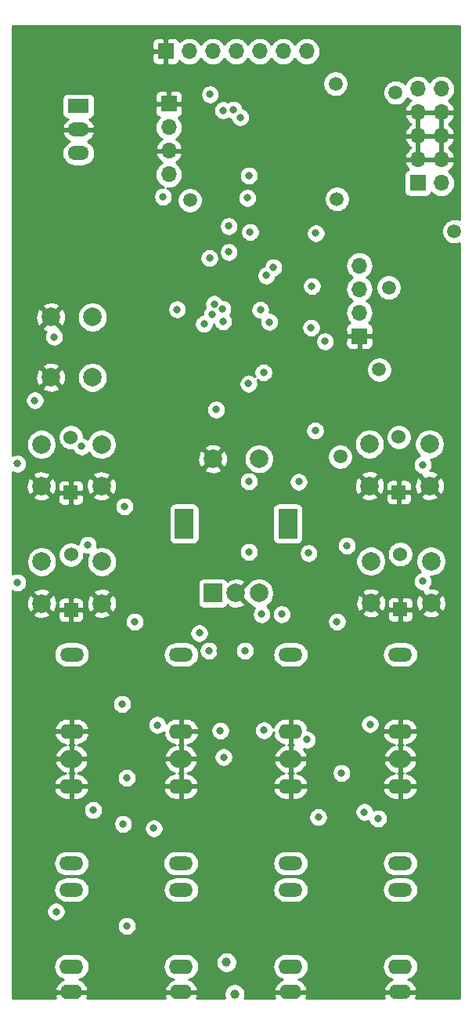
<source format=gbr>
G04 #@! TF.GenerationSoftware,KiCad,Pcbnew,5.1.4-e60b266~84~ubuntu18.04.1*
G04 #@! TF.CreationDate,2019-10-28T13:52:21+08:00*
G04 #@! TF.ProjectId,Waves,57617665-732e-46b6-9963-61645f706362,rev?*
G04 #@! TF.SameCoordinates,Original*
G04 #@! TF.FileFunction,Copper,L3,Inr*
G04 #@! TF.FilePolarity,Positive*
%FSLAX46Y46*%
G04 Gerber Fmt 4.6, Leading zero omitted, Abs format (unit mm)*
G04 Created by KiCad (PCBNEW 5.1.4-e60b266~84~ubuntu18.04.1) date 2019-10-28 13:52:21*
%MOMM*%
%LPD*%
G04 APERTURE LIST*
%ADD10O,2.600000X1.500000*%
%ADD11O,2.400000X1.600000*%
%ADD12O,2.600000X1.600000*%
%ADD13O,2.400000X1.900000*%
%ADD14O,2.300000X1.500000*%
%ADD15R,2.300000X1.500000*%
%ADD16R,1.524000X1.524000*%
%ADD17C,1.524000*%
%ADD18C,2.000000*%
%ADD19O,1.700000X1.700000*%
%ADD20R,1.700000X1.700000*%
%ADD21R,2.000000X2.000000*%
%ADD22R,2.000000X3.200000*%
%ADD23C,0.800000*%
%ADD24C,1.500000*%
%ADD25C,1.000000*%
%ADD26C,0.254000*%
G04 APERTURE END LIST*
D10*
X144653000Y-142400000D03*
D11*
X144653000Y-153470000D03*
D12*
X144653000Y-150700000D03*
D10*
X132791000Y-142400000D03*
D11*
X132791000Y-153470000D03*
D12*
X132791000Y-150700000D03*
D10*
X120955000Y-142400000D03*
D11*
X120955000Y-153470000D03*
D12*
X120955000Y-150700000D03*
D10*
X109093000Y-142400000D03*
D11*
X109093000Y-153470000D03*
D12*
X109093000Y-150700000D03*
D10*
X144653000Y-117000000D03*
D12*
X144653000Y-125300000D03*
D10*
X132791000Y-117000000D03*
D12*
X132791000Y-125300000D03*
D10*
X120955000Y-117000000D03*
D12*
X120955000Y-125300000D03*
D10*
X109118000Y-117000000D03*
D12*
X109118000Y-125300000D03*
D10*
X109093000Y-139540000D03*
D13*
X109093000Y-128270000D03*
D12*
X109093000Y-131240000D03*
D10*
X120929000Y-139540000D03*
D13*
X120929000Y-128270000D03*
D12*
X120929000Y-131240000D03*
D10*
X132791000Y-139540000D03*
D13*
X132791000Y-128270000D03*
D12*
X132791000Y-131240000D03*
D10*
X144653000Y-139540000D03*
D13*
X144653000Y-128270000D03*
D12*
X144653000Y-131240000D03*
D14*
X109855000Y-62865000D03*
X109855000Y-60325000D03*
D15*
X109855000Y-57785000D03*
D16*
X144653000Y-112141000D03*
D17*
X144653000Y-106172000D03*
D18*
X147978000Y-106934000D03*
X147978000Y-111434000D03*
X141478000Y-106934000D03*
X141478000Y-111434000D03*
D19*
X134536160Y-51864240D03*
X131996160Y-51864240D03*
X129456160Y-51864240D03*
X126916160Y-51864240D03*
X124376160Y-51864240D03*
X121836160Y-51864240D03*
D20*
X119296160Y-51864240D03*
D16*
X144501000Y-99491800D03*
D17*
X144501000Y-93522800D03*
D18*
X147826000Y-94284800D03*
X147826000Y-98784800D03*
X141326000Y-94284800D03*
X141326000Y-98784800D03*
D16*
X109042000Y-112192000D03*
D17*
X109042000Y-106223000D03*
D18*
X112367000Y-106985000D03*
X112367000Y-111485000D03*
X105867000Y-106985000D03*
X105867000Y-111485000D03*
D16*
X109017000Y-99517200D03*
D17*
X109017000Y-93548200D03*
D18*
X112342000Y-94310200D03*
X112342000Y-98810200D03*
X105842000Y-94310200D03*
X105842000Y-98810200D03*
D21*
X124384000Y-110373000D03*
D18*
X126884000Y-110373000D03*
X129384000Y-110373000D03*
D22*
X121284000Y-102873000D03*
X132484000Y-102873000D03*
D18*
X124384000Y-95873000D03*
X129384000Y-95873000D03*
X106858000Y-80571200D03*
X111358000Y-80571200D03*
X106858000Y-87071200D03*
X111358000Y-87071200D03*
D19*
X149098000Y-55929000D03*
X146558000Y-55929000D03*
X149098000Y-58469000D03*
X146558000Y-58469000D03*
X149098000Y-61009000D03*
X146558000Y-61009000D03*
X149098000Y-63549000D03*
X146558000Y-63549000D03*
X149098000Y-66089000D03*
D20*
X146558000Y-66089000D03*
D19*
X119634000Y-65151000D03*
X119634000Y-62611000D03*
X119634000Y-60071000D03*
D20*
X119634000Y-57531000D03*
D19*
X140233000Y-75006200D03*
X140233000Y-77546200D03*
X140233000Y-80086200D03*
D20*
X140233000Y-82626200D03*
D23*
X125427600Y-79670900D03*
X135512300Y-71504300D03*
X111423400Y-133792700D03*
X115062000Y-130318000D03*
X142255700Y-134714700D03*
X125552500Y-128089800D03*
X125193700Y-125231800D03*
X129907500Y-125186600D03*
X115942600Y-113455000D03*
D24*
X121920000Y-67945000D03*
X142367000Y-86233000D03*
X143415000Y-77387000D03*
D23*
X138303000Y-129794000D03*
X147066000Y-109093000D03*
X147066000Y-96520000D03*
X103251000Y-96393000D03*
X103251000Y-109220000D03*
D25*
X126746000Y-153670000D03*
D24*
X137668000Y-55372000D03*
D25*
X125857000Y-150241000D03*
D24*
X138176000Y-95631000D03*
X137795000Y-67818000D03*
D23*
X114680463Y-135302694D03*
X115062000Y-146304000D03*
X118361600Y-124610300D03*
X123428200Y-81304600D03*
X124330500Y-80258600D03*
X117997800Y-135777800D03*
X134573500Y-126204500D03*
X125476000Y-81026000D03*
X141388000Y-124528153D03*
X120523000Y-79732718D03*
X140771600Y-134017900D03*
X128402600Y-71386700D03*
X129525800Y-79786000D03*
X135787900Y-134566600D03*
X126111000Y-73533000D03*
X130175000Y-76073000D03*
X130937000Y-75184000D03*
X126111000Y-70739000D03*
X133666500Y-98349900D03*
X128270000Y-98298000D03*
X110195900Y-94543400D03*
X118999000Y-67564000D03*
X114553600Y-122352400D03*
X107421900Y-144759900D03*
X124529100Y-79140300D03*
X110871000Y-105156000D03*
X135014000Y-81700300D03*
X136525000Y-83185000D03*
X129871300Y-86545400D03*
X135459800Y-92829500D03*
X130497400Y-81089200D03*
X131826000Y-112649000D03*
X129667000Y-112649000D03*
X124079000Y-56515000D03*
X128270000Y-65278000D03*
X126619000Y-58166000D03*
X125501000Y-58242200D03*
X128118000Y-67691000D03*
X147447000Y-104699500D03*
X107997200Y-102302000D03*
X106711600Y-134732200D03*
X115849500Y-61786200D03*
X115849500Y-58876300D03*
X123977500Y-153234400D03*
X128168500Y-151069000D03*
X126860500Y-135890000D03*
X122897100Y-126970300D03*
X123608200Y-65467700D03*
X136677500Y-74739500D03*
X107263400Y-84943500D03*
X115763000Y-108622500D03*
X135059200Y-108111900D03*
X136840000Y-89694200D03*
X119034000Y-94287800D03*
X138202800Y-136236500D03*
X138034000Y-133037300D03*
X115712000Y-136217900D03*
X114412000Y-132997600D03*
X128772700Y-146573300D03*
X123290700Y-146533800D03*
X128660700Y-57790300D03*
X129419400Y-116601300D03*
X125180900Y-116594900D03*
X124598000Y-122524900D03*
X128413800Y-125613100D03*
X127966800Y-83633600D03*
X132960200Y-77866800D03*
X126120900Y-77550300D03*
X122869800Y-76778500D03*
X104600900Y-70705800D03*
X118752600Y-109698400D03*
X137823000Y-109741000D03*
X105410000Y-51586900D03*
X111909000Y-52921200D03*
X131296800Y-65134300D03*
X133563000Y-57260300D03*
X115753200Y-89743600D03*
X117068000Y-76962000D03*
X123164000Y-90551000D03*
X129820000Y-90551000D03*
X120244000Y-70866000D03*
X142240000Y-83820000D03*
X143510000Y-83820000D03*
X143510000Y-81280000D03*
X144780000Y-81280000D03*
X144780000Y-80010000D03*
X143510000Y-80010000D03*
X142240000Y-80010000D03*
X142240000Y-81280000D03*
X142240000Y-82550000D03*
X143510000Y-82550000D03*
X144780000Y-82550000D03*
X146050000Y-82550000D03*
X147320000Y-82550000D03*
X149860000Y-83820000D03*
X148590000Y-82550000D03*
X149860000Y-82550000D03*
X148590000Y-81280000D03*
X149860000Y-81280000D03*
X148590000Y-80010000D03*
X149860000Y-80010000D03*
X139319000Y-134874000D03*
X127254000Y-84328000D03*
X138885000Y-105248800D03*
X105130500Y-89568000D03*
X107224900Y-82693500D03*
X114808000Y-101008700D03*
X124024700Y-74191800D03*
X122914400Y-114692400D03*
X127344000Y-58991500D03*
X124739500Y-90551500D03*
X135102000Y-77216000D03*
X127848000Y-116592700D03*
X123948000Y-116588300D03*
X137811200Y-113455000D03*
X128244000Y-87757000D03*
X128270000Y-105918000D03*
X134747000Y-106045000D03*
D24*
X144145000Y-56324500D03*
X150495000Y-71310500D03*
D26*
G36*
X151040001Y-70037134D02*
G01*
X150898989Y-69978725D01*
X150631411Y-69925500D01*
X150358589Y-69925500D01*
X150091011Y-69978725D01*
X149838957Y-70083129D01*
X149612114Y-70234701D01*
X149419201Y-70427614D01*
X149267629Y-70654457D01*
X149163225Y-70906511D01*
X149110000Y-71174089D01*
X149110000Y-71446911D01*
X149163225Y-71714489D01*
X149267629Y-71966543D01*
X149419201Y-72193386D01*
X149612114Y-72386299D01*
X149838957Y-72537871D01*
X150091011Y-72642275D01*
X150358589Y-72695500D01*
X150631411Y-72695500D01*
X150898989Y-72642275D01*
X151040001Y-72583866D01*
X151040000Y-154114999D01*
X146336580Y-154114999D01*
X146427367Y-153901818D01*
X146444904Y-153819039D01*
X146322915Y-153597000D01*
X144780000Y-153597000D01*
X144780000Y-153617000D01*
X144526000Y-153617000D01*
X144526000Y-153597000D01*
X142983085Y-153597000D01*
X142861096Y-153819039D01*
X142878633Y-153901818D01*
X142969420Y-154114999D01*
X134474580Y-154114999D01*
X134565367Y-153901818D01*
X134582904Y-153819039D01*
X134460915Y-153597000D01*
X132918000Y-153597000D01*
X132918000Y-153617000D01*
X132664000Y-153617000D01*
X132664000Y-153597000D01*
X131121085Y-153597000D01*
X130999096Y-153819039D01*
X131016633Y-153901818D01*
X131107420Y-154114999D01*
X127790191Y-154114999D01*
X127837383Y-154001067D01*
X127881000Y-153781788D01*
X127881000Y-153558212D01*
X127837383Y-153338933D01*
X127751824Y-153132376D01*
X127627612Y-152946480D01*
X127469520Y-152788388D01*
X127283624Y-152664176D01*
X127077067Y-152578617D01*
X126857788Y-152535000D01*
X126634212Y-152535000D01*
X126414933Y-152578617D01*
X126208376Y-152664176D01*
X126022480Y-152788388D01*
X125864388Y-152946480D01*
X125740176Y-153132376D01*
X125654617Y-153338933D01*
X125611000Y-153558212D01*
X125611000Y-153781788D01*
X125654617Y-154001067D01*
X125701809Y-154114999D01*
X122638580Y-154114999D01*
X122729367Y-153901818D01*
X122746904Y-153819039D01*
X122624915Y-153597000D01*
X121082000Y-153597000D01*
X121082000Y-153617000D01*
X120828000Y-153617000D01*
X120828000Y-153597000D01*
X119285085Y-153597000D01*
X119163096Y-153819039D01*
X119180633Y-153901818D01*
X119271420Y-154114999D01*
X110776580Y-154114999D01*
X110867367Y-153901818D01*
X110884904Y-153819039D01*
X110762915Y-153597000D01*
X109220000Y-153597000D01*
X109220000Y-153617000D01*
X108966000Y-153617000D01*
X108966000Y-153597000D01*
X107423085Y-153597000D01*
X107301096Y-153819039D01*
X107318633Y-153901818D01*
X107409420Y-154114999D01*
X102709999Y-154114999D01*
X102709999Y-150700000D01*
X107151057Y-150700000D01*
X107178764Y-150981309D01*
X107260818Y-151251808D01*
X107394068Y-151501101D01*
X107573392Y-151719608D01*
X107791899Y-151898932D01*
X108041192Y-152032182D01*
X108260374Y-152098669D01*
X108026517Y-152192834D01*
X107790161Y-152347399D01*
X107588500Y-152545105D01*
X107429285Y-152778354D01*
X107318633Y-153038182D01*
X107301096Y-153120961D01*
X107423085Y-153343000D01*
X108966000Y-153343000D01*
X108966000Y-153323000D01*
X109220000Y-153323000D01*
X109220000Y-153343000D01*
X110762915Y-153343000D01*
X110884904Y-153120961D01*
X110867367Y-153038182D01*
X110756715Y-152778354D01*
X110597500Y-152545105D01*
X110395839Y-152347399D01*
X110159483Y-152192834D01*
X109925626Y-152098669D01*
X110144808Y-152032182D01*
X110394101Y-151898932D01*
X110612608Y-151719608D01*
X110791932Y-151501101D01*
X110925182Y-151251808D01*
X111007236Y-150981309D01*
X111034943Y-150700000D01*
X119013057Y-150700000D01*
X119040764Y-150981309D01*
X119122818Y-151251808D01*
X119256068Y-151501101D01*
X119435392Y-151719608D01*
X119653899Y-151898932D01*
X119903192Y-152032182D01*
X120122374Y-152098669D01*
X119888517Y-152192834D01*
X119652161Y-152347399D01*
X119450500Y-152545105D01*
X119291285Y-152778354D01*
X119180633Y-153038182D01*
X119163096Y-153120961D01*
X119285085Y-153343000D01*
X120828000Y-153343000D01*
X120828000Y-153323000D01*
X121082000Y-153323000D01*
X121082000Y-153343000D01*
X122624915Y-153343000D01*
X122746904Y-153120961D01*
X122729367Y-153038182D01*
X122618715Y-152778354D01*
X122459500Y-152545105D01*
X122257839Y-152347399D01*
X122021483Y-152192834D01*
X121787626Y-152098669D01*
X122006808Y-152032182D01*
X122256101Y-151898932D01*
X122474608Y-151719608D01*
X122653932Y-151501101D01*
X122787182Y-151251808D01*
X122869236Y-150981309D01*
X122896943Y-150700000D01*
X122869236Y-150418691D01*
X122787182Y-150148192D01*
X122777037Y-150129212D01*
X124722000Y-150129212D01*
X124722000Y-150352788D01*
X124765617Y-150572067D01*
X124851176Y-150778624D01*
X124975388Y-150964520D01*
X125133480Y-151122612D01*
X125319376Y-151246824D01*
X125525933Y-151332383D01*
X125745212Y-151376000D01*
X125968788Y-151376000D01*
X126188067Y-151332383D01*
X126394624Y-151246824D01*
X126580520Y-151122612D01*
X126738612Y-150964520D01*
X126862824Y-150778624D01*
X126895391Y-150700000D01*
X130849057Y-150700000D01*
X130876764Y-150981309D01*
X130958818Y-151251808D01*
X131092068Y-151501101D01*
X131271392Y-151719608D01*
X131489899Y-151898932D01*
X131739192Y-152032182D01*
X131958374Y-152098669D01*
X131724517Y-152192834D01*
X131488161Y-152347399D01*
X131286500Y-152545105D01*
X131127285Y-152778354D01*
X131016633Y-153038182D01*
X130999096Y-153120961D01*
X131121085Y-153343000D01*
X132664000Y-153343000D01*
X132664000Y-153323000D01*
X132918000Y-153323000D01*
X132918000Y-153343000D01*
X134460915Y-153343000D01*
X134582904Y-153120961D01*
X134565367Y-153038182D01*
X134454715Y-152778354D01*
X134295500Y-152545105D01*
X134093839Y-152347399D01*
X133857483Y-152192834D01*
X133623626Y-152098669D01*
X133842808Y-152032182D01*
X134092101Y-151898932D01*
X134310608Y-151719608D01*
X134489932Y-151501101D01*
X134623182Y-151251808D01*
X134705236Y-150981309D01*
X134732943Y-150700000D01*
X142711057Y-150700000D01*
X142738764Y-150981309D01*
X142820818Y-151251808D01*
X142954068Y-151501101D01*
X143133392Y-151719608D01*
X143351899Y-151898932D01*
X143601192Y-152032182D01*
X143820374Y-152098669D01*
X143586517Y-152192834D01*
X143350161Y-152347399D01*
X143148500Y-152545105D01*
X142989285Y-152778354D01*
X142878633Y-153038182D01*
X142861096Y-153120961D01*
X142983085Y-153343000D01*
X144526000Y-153343000D01*
X144526000Y-153323000D01*
X144780000Y-153323000D01*
X144780000Y-153343000D01*
X146322915Y-153343000D01*
X146444904Y-153120961D01*
X146427367Y-153038182D01*
X146316715Y-152778354D01*
X146157500Y-152545105D01*
X145955839Y-152347399D01*
X145719483Y-152192834D01*
X145485626Y-152098669D01*
X145704808Y-152032182D01*
X145954101Y-151898932D01*
X146172608Y-151719608D01*
X146351932Y-151501101D01*
X146485182Y-151251808D01*
X146567236Y-150981309D01*
X146594943Y-150700000D01*
X146567236Y-150418691D01*
X146485182Y-150148192D01*
X146351932Y-149898899D01*
X146172608Y-149680392D01*
X145954101Y-149501068D01*
X145704808Y-149367818D01*
X145434309Y-149285764D01*
X145223492Y-149265000D01*
X144082508Y-149265000D01*
X143871691Y-149285764D01*
X143601192Y-149367818D01*
X143351899Y-149501068D01*
X143133392Y-149680392D01*
X142954068Y-149898899D01*
X142820818Y-150148192D01*
X142738764Y-150418691D01*
X142711057Y-150700000D01*
X134732943Y-150700000D01*
X134705236Y-150418691D01*
X134623182Y-150148192D01*
X134489932Y-149898899D01*
X134310608Y-149680392D01*
X134092101Y-149501068D01*
X133842808Y-149367818D01*
X133572309Y-149285764D01*
X133361492Y-149265000D01*
X132220508Y-149265000D01*
X132009691Y-149285764D01*
X131739192Y-149367818D01*
X131489899Y-149501068D01*
X131271392Y-149680392D01*
X131092068Y-149898899D01*
X130958818Y-150148192D01*
X130876764Y-150418691D01*
X130849057Y-150700000D01*
X126895391Y-150700000D01*
X126948383Y-150572067D01*
X126992000Y-150352788D01*
X126992000Y-150129212D01*
X126948383Y-149909933D01*
X126862824Y-149703376D01*
X126738612Y-149517480D01*
X126580520Y-149359388D01*
X126394624Y-149235176D01*
X126188067Y-149149617D01*
X125968788Y-149106000D01*
X125745212Y-149106000D01*
X125525933Y-149149617D01*
X125319376Y-149235176D01*
X125133480Y-149359388D01*
X124975388Y-149517480D01*
X124851176Y-149703376D01*
X124765617Y-149909933D01*
X124722000Y-150129212D01*
X122777037Y-150129212D01*
X122653932Y-149898899D01*
X122474608Y-149680392D01*
X122256101Y-149501068D01*
X122006808Y-149367818D01*
X121736309Y-149285764D01*
X121525492Y-149265000D01*
X120384508Y-149265000D01*
X120173691Y-149285764D01*
X119903192Y-149367818D01*
X119653899Y-149501068D01*
X119435392Y-149680392D01*
X119256068Y-149898899D01*
X119122818Y-150148192D01*
X119040764Y-150418691D01*
X119013057Y-150700000D01*
X111034943Y-150700000D01*
X111007236Y-150418691D01*
X110925182Y-150148192D01*
X110791932Y-149898899D01*
X110612608Y-149680392D01*
X110394101Y-149501068D01*
X110144808Y-149367818D01*
X109874309Y-149285764D01*
X109663492Y-149265000D01*
X108522508Y-149265000D01*
X108311691Y-149285764D01*
X108041192Y-149367818D01*
X107791899Y-149501068D01*
X107573392Y-149680392D01*
X107394068Y-149898899D01*
X107260818Y-150148192D01*
X107178764Y-150418691D01*
X107151057Y-150700000D01*
X102709999Y-150700000D01*
X102709999Y-146202061D01*
X114027000Y-146202061D01*
X114027000Y-146405939D01*
X114066774Y-146605898D01*
X114144795Y-146794256D01*
X114258063Y-146963774D01*
X114402226Y-147107937D01*
X114571744Y-147221205D01*
X114760102Y-147299226D01*
X114960061Y-147339000D01*
X115163939Y-147339000D01*
X115363898Y-147299226D01*
X115552256Y-147221205D01*
X115721774Y-147107937D01*
X115865937Y-146963774D01*
X115979205Y-146794256D01*
X116057226Y-146605898D01*
X116097000Y-146405939D01*
X116097000Y-146202061D01*
X116057226Y-146002102D01*
X115979205Y-145813744D01*
X115865937Y-145644226D01*
X115721774Y-145500063D01*
X115552256Y-145386795D01*
X115363898Y-145308774D01*
X115163939Y-145269000D01*
X114960061Y-145269000D01*
X114760102Y-145308774D01*
X114571744Y-145386795D01*
X114402226Y-145500063D01*
X114258063Y-145644226D01*
X114144795Y-145813744D01*
X114066774Y-146002102D01*
X114027000Y-146202061D01*
X102709999Y-146202061D01*
X102709999Y-144657961D01*
X106386900Y-144657961D01*
X106386900Y-144861839D01*
X106426674Y-145061798D01*
X106504695Y-145250156D01*
X106617963Y-145419674D01*
X106762126Y-145563837D01*
X106931644Y-145677105D01*
X107120002Y-145755126D01*
X107319961Y-145794900D01*
X107523839Y-145794900D01*
X107723798Y-145755126D01*
X107912156Y-145677105D01*
X108081674Y-145563837D01*
X108225837Y-145419674D01*
X108339105Y-145250156D01*
X108417126Y-145061798D01*
X108456900Y-144861839D01*
X108456900Y-144657961D01*
X108417126Y-144458002D01*
X108339105Y-144269644D01*
X108225837Y-144100126D01*
X108081674Y-143955963D01*
X107912156Y-143842695D01*
X107723798Y-143764674D01*
X107523839Y-143724900D01*
X107319961Y-143724900D01*
X107120002Y-143764674D01*
X106931644Y-143842695D01*
X106762126Y-143955963D01*
X106617963Y-144100126D01*
X106504695Y-144269644D01*
X106426674Y-144458002D01*
X106386900Y-144657961D01*
X102709999Y-144657961D01*
X102709999Y-142400000D01*
X107151299Y-142400000D01*
X107178040Y-142671507D01*
X107257236Y-142932581D01*
X107385843Y-143173188D01*
X107558919Y-143384081D01*
X107769812Y-143557157D01*
X108010419Y-143685764D01*
X108271493Y-143764960D01*
X108474963Y-143785000D01*
X109711037Y-143785000D01*
X109914507Y-143764960D01*
X110175581Y-143685764D01*
X110416188Y-143557157D01*
X110627081Y-143384081D01*
X110800157Y-143173188D01*
X110928764Y-142932581D01*
X111007960Y-142671507D01*
X111034701Y-142400000D01*
X119013299Y-142400000D01*
X119040040Y-142671507D01*
X119119236Y-142932581D01*
X119247843Y-143173188D01*
X119420919Y-143384081D01*
X119631812Y-143557157D01*
X119872419Y-143685764D01*
X120133493Y-143764960D01*
X120336963Y-143785000D01*
X121573037Y-143785000D01*
X121776507Y-143764960D01*
X122037581Y-143685764D01*
X122278188Y-143557157D01*
X122489081Y-143384081D01*
X122662157Y-143173188D01*
X122790764Y-142932581D01*
X122869960Y-142671507D01*
X122896701Y-142400000D01*
X130849299Y-142400000D01*
X130876040Y-142671507D01*
X130955236Y-142932581D01*
X131083843Y-143173188D01*
X131256919Y-143384081D01*
X131467812Y-143557157D01*
X131708419Y-143685764D01*
X131969493Y-143764960D01*
X132172963Y-143785000D01*
X133409037Y-143785000D01*
X133612507Y-143764960D01*
X133873581Y-143685764D01*
X134114188Y-143557157D01*
X134325081Y-143384081D01*
X134498157Y-143173188D01*
X134626764Y-142932581D01*
X134705960Y-142671507D01*
X134732701Y-142400000D01*
X142711299Y-142400000D01*
X142738040Y-142671507D01*
X142817236Y-142932581D01*
X142945843Y-143173188D01*
X143118919Y-143384081D01*
X143329812Y-143557157D01*
X143570419Y-143685764D01*
X143831493Y-143764960D01*
X144034963Y-143785000D01*
X145271037Y-143785000D01*
X145474507Y-143764960D01*
X145735581Y-143685764D01*
X145976188Y-143557157D01*
X146187081Y-143384081D01*
X146360157Y-143173188D01*
X146488764Y-142932581D01*
X146567960Y-142671507D01*
X146594701Y-142400000D01*
X146567960Y-142128493D01*
X146488764Y-141867419D01*
X146360157Y-141626812D01*
X146187081Y-141415919D01*
X145976188Y-141242843D01*
X145735581Y-141114236D01*
X145474507Y-141035040D01*
X145271037Y-141015000D01*
X144034963Y-141015000D01*
X143831493Y-141035040D01*
X143570419Y-141114236D01*
X143329812Y-141242843D01*
X143118919Y-141415919D01*
X142945843Y-141626812D01*
X142817236Y-141867419D01*
X142738040Y-142128493D01*
X142711299Y-142400000D01*
X134732701Y-142400000D01*
X134705960Y-142128493D01*
X134626764Y-141867419D01*
X134498157Y-141626812D01*
X134325081Y-141415919D01*
X134114188Y-141242843D01*
X133873581Y-141114236D01*
X133612507Y-141035040D01*
X133409037Y-141015000D01*
X132172963Y-141015000D01*
X131969493Y-141035040D01*
X131708419Y-141114236D01*
X131467812Y-141242843D01*
X131256919Y-141415919D01*
X131083843Y-141626812D01*
X130955236Y-141867419D01*
X130876040Y-142128493D01*
X130849299Y-142400000D01*
X122896701Y-142400000D01*
X122869960Y-142128493D01*
X122790764Y-141867419D01*
X122662157Y-141626812D01*
X122489081Y-141415919D01*
X122278188Y-141242843D01*
X122037581Y-141114236D01*
X121776507Y-141035040D01*
X121573037Y-141015000D01*
X120336963Y-141015000D01*
X120133493Y-141035040D01*
X119872419Y-141114236D01*
X119631812Y-141242843D01*
X119420919Y-141415919D01*
X119247843Y-141626812D01*
X119119236Y-141867419D01*
X119040040Y-142128493D01*
X119013299Y-142400000D01*
X111034701Y-142400000D01*
X111007960Y-142128493D01*
X110928764Y-141867419D01*
X110800157Y-141626812D01*
X110627081Y-141415919D01*
X110416188Y-141242843D01*
X110175581Y-141114236D01*
X109914507Y-141035040D01*
X109711037Y-141015000D01*
X108474963Y-141015000D01*
X108271493Y-141035040D01*
X108010419Y-141114236D01*
X107769812Y-141242843D01*
X107558919Y-141415919D01*
X107385843Y-141626812D01*
X107257236Y-141867419D01*
X107178040Y-142128493D01*
X107151299Y-142400000D01*
X102709999Y-142400000D01*
X102709999Y-139540000D01*
X107151299Y-139540000D01*
X107178040Y-139811507D01*
X107257236Y-140072581D01*
X107385843Y-140313188D01*
X107558919Y-140524081D01*
X107769812Y-140697157D01*
X108010419Y-140825764D01*
X108271493Y-140904960D01*
X108474963Y-140925000D01*
X109711037Y-140925000D01*
X109914507Y-140904960D01*
X110175581Y-140825764D01*
X110416188Y-140697157D01*
X110627081Y-140524081D01*
X110800157Y-140313188D01*
X110928764Y-140072581D01*
X111007960Y-139811507D01*
X111034701Y-139540000D01*
X118987299Y-139540000D01*
X119014040Y-139811507D01*
X119093236Y-140072581D01*
X119221843Y-140313188D01*
X119394919Y-140524081D01*
X119605812Y-140697157D01*
X119846419Y-140825764D01*
X120107493Y-140904960D01*
X120310963Y-140925000D01*
X121547037Y-140925000D01*
X121750507Y-140904960D01*
X122011581Y-140825764D01*
X122252188Y-140697157D01*
X122463081Y-140524081D01*
X122636157Y-140313188D01*
X122764764Y-140072581D01*
X122843960Y-139811507D01*
X122870701Y-139540000D01*
X130849299Y-139540000D01*
X130876040Y-139811507D01*
X130955236Y-140072581D01*
X131083843Y-140313188D01*
X131256919Y-140524081D01*
X131467812Y-140697157D01*
X131708419Y-140825764D01*
X131969493Y-140904960D01*
X132172963Y-140925000D01*
X133409037Y-140925000D01*
X133612507Y-140904960D01*
X133873581Y-140825764D01*
X134114188Y-140697157D01*
X134325081Y-140524081D01*
X134498157Y-140313188D01*
X134626764Y-140072581D01*
X134705960Y-139811507D01*
X134732701Y-139540000D01*
X142711299Y-139540000D01*
X142738040Y-139811507D01*
X142817236Y-140072581D01*
X142945843Y-140313188D01*
X143118919Y-140524081D01*
X143329812Y-140697157D01*
X143570419Y-140825764D01*
X143831493Y-140904960D01*
X144034963Y-140925000D01*
X145271037Y-140925000D01*
X145474507Y-140904960D01*
X145735581Y-140825764D01*
X145976188Y-140697157D01*
X146187081Y-140524081D01*
X146360157Y-140313188D01*
X146488764Y-140072581D01*
X146567960Y-139811507D01*
X146594701Y-139540000D01*
X146567960Y-139268493D01*
X146488764Y-139007419D01*
X146360157Y-138766812D01*
X146187081Y-138555919D01*
X145976188Y-138382843D01*
X145735581Y-138254236D01*
X145474507Y-138175040D01*
X145271037Y-138155000D01*
X144034963Y-138155000D01*
X143831493Y-138175040D01*
X143570419Y-138254236D01*
X143329812Y-138382843D01*
X143118919Y-138555919D01*
X142945843Y-138766812D01*
X142817236Y-139007419D01*
X142738040Y-139268493D01*
X142711299Y-139540000D01*
X134732701Y-139540000D01*
X134705960Y-139268493D01*
X134626764Y-139007419D01*
X134498157Y-138766812D01*
X134325081Y-138555919D01*
X134114188Y-138382843D01*
X133873581Y-138254236D01*
X133612507Y-138175040D01*
X133409037Y-138155000D01*
X132172963Y-138155000D01*
X131969493Y-138175040D01*
X131708419Y-138254236D01*
X131467812Y-138382843D01*
X131256919Y-138555919D01*
X131083843Y-138766812D01*
X130955236Y-139007419D01*
X130876040Y-139268493D01*
X130849299Y-139540000D01*
X122870701Y-139540000D01*
X122843960Y-139268493D01*
X122764764Y-139007419D01*
X122636157Y-138766812D01*
X122463081Y-138555919D01*
X122252188Y-138382843D01*
X122011581Y-138254236D01*
X121750507Y-138175040D01*
X121547037Y-138155000D01*
X120310963Y-138155000D01*
X120107493Y-138175040D01*
X119846419Y-138254236D01*
X119605812Y-138382843D01*
X119394919Y-138555919D01*
X119221843Y-138766812D01*
X119093236Y-139007419D01*
X119014040Y-139268493D01*
X118987299Y-139540000D01*
X111034701Y-139540000D01*
X111007960Y-139268493D01*
X110928764Y-139007419D01*
X110800157Y-138766812D01*
X110627081Y-138555919D01*
X110416188Y-138382843D01*
X110175581Y-138254236D01*
X109914507Y-138175040D01*
X109711037Y-138155000D01*
X108474963Y-138155000D01*
X108271493Y-138175040D01*
X108010419Y-138254236D01*
X107769812Y-138382843D01*
X107558919Y-138555919D01*
X107385843Y-138766812D01*
X107257236Y-139007419D01*
X107178040Y-139268493D01*
X107151299Y-139540000D01*
X102709999Y-139540000D01*
X102709999Y-135200755D01*
X113645463Y-135200755D01*
X113645463Y-135404633D01*
X113685237Y-135604592D01*
X113763258Y-135792950D01*
X113876526Y-135962468D01*
X114020689Y-136106631D01*
X114190207Y-136219899D01*
X114378565Y-136297920D01*
X114578524Y-136337694D01*
X114782402Y-136337694D01*
X114982361Y-136297920D01*
X115170719Y-136219899D01*
X115340237Y-136106631D01*
X115484400Y-135962468D01*
X115597668Y-135792950D01*
X115646168Y-135675861D01*
X116962800Y-135675861D01*
X116962800Y-135879739D01*
X117002574Y-136079698D01*
X117080595Y-136268056D01*
X117193863Y-136437574D01*
X117338026Y-136581737D01*
X117507544Y-136695005D01*
X117695902Y-136773026D01*
X117895861Y-136812800D01*
X118099739Y-136812800D01*
X118299698Y-136773026D01*
X118488056Y-136695005D01*
X118657574Y-136581737D01*
X118801737Y-136437574D01*
X118915005Y-136268056D01*
X118993026Y-136079698D01*
X119032800Y-135879739D01*
X119032800Y-135675861D01*
X118993026Y-135475902D01*
X118915005Y-135287544D01*
X118801737Y-135118026D01*
X118657574Y-134973863D01*
X118488056Y-134860595D01*
X118299698Y-134782574D01*
X118099739Y-134742800D01*
X117895861Y-134742800D01*
X117695902Y-134782574D01*
X117507544Y-134860595D01*
X117338026Y-134973863D01*
X117193863Y-135118026D01*
X117080595Y-135287544D01*
X117002574Y-135475902D01*
X116962800Y-135675861D01*
X115646168Y-135675861D01*
X115675689Y-135604592D01*
X115715463Y-135404633D01*
X115715463Y-135200755D01*
X115675689Y-135000796D01*
X115597668Y-134812438D01*
X115484400Y-134642920D01*
X115340237Y-134498757D01*
X115289209Y-134464661D01*
X134752900Y-134464661D01*
X134752900Y-134668539D01*
X134792674Y-134868498D01*
X134870695Y-135056856D01*
X134983963Y-135226374D01*
X135128126Y-135370537D01*
X135297644Y-135483805D01*
X135486002Y-135561826D01*
X135685961Y-135601600D01*
X135889839Y-135601600D01*
X136089798Y-135561826D01*
X136278156Y-135483805D01*
X136447674Y-135370537D01*
X136591837Y-135226374D01*
X136705105Y-135056856D01*
X136783126Y-134868498D01*
X136822900Y-134668539D01*
X136822900Y-134464661D01*
X136783126Y-134264702D01*
X136705105Y-134076344D01*
X136597941Y-133915961D01*
X139736600Y-133915961D01*
X139736600Y-134119839D01*
X139776374Y-134319798D01*
X139854395Y-134508156D01*
X139967663Y-134677674D01*
X140111826Y-134821837D01*
X140281344Y-134935105D01*
X140469702Y-135013126D01*
X140669661Y-135052900D01*
X140873539Y-135052900D01*
X141073498Y-135013126D01*
X141245603Y-134941837D01*
X141260474Y-135016598D01*
X141338495Y-135204956D01*
X141451763Y-135374474D01*
X141595926Y-135518637D01*
X141765444Y-135631905D01*
X141953802Y-135709926D01*
X142153761Y-135749700D01*
X142357639Y-135749700D01*
X142557598Y-135709926D01*
X142745956Y-135631905D01*
X142915474Y-135518637D01*
X143059637Y-135374474D01*
X143172905Y-135204956D01*
X143250926Y-135016598D01*
X143290700Y-134816639D01*
X143290700Y-134612761D01*
X143250926Y-134412802D01*
X143172905Y-134224444D01*
X143059637Y-134054926D01*
X142915474Y-133910763D01*
X142745956Y-133797495D01*
X142557598Y-133719474D01*
X142357639Y-133679700D01*
X142153761Y-133679700D01*
X141953802Y-133719474D01*
X141781697Y-133790763D01*
X141766826Y-133716002D01*
X141688805Y-133527644D01*
X141575537Y-133358126D01*
X141431374Y-133213963D01*
X141261856Y-133100695D01*
X141073498Y-133022674D01*
X140873539Y-132982900D01*
X140669661Y-132982900D01*
X140469702Y-133022674D01*
X140281344Y-133100695D01*
X140111826Y-133213963D01*
X139967663Y-133358126D01*
X139854395Y-133527644D01*
X139776374Y-133716002D01*
X139736600Y-133915961D01*
X136597941Y-133915961D01*
X136591837Y-133906826D01*
X136447674Y-133762663D01*
X136278156Y-133649395D01*
X136089798Y-133571374D01*
X135889839Y-133531600D01*
X135685961Y-133531600D01*
X135486002Y-133571374D01*
X135297644Y-133649395D01*
X135128126Y-133762663D01*
X134983963Y-133906826D01*
X134870695Y-134076344D01*
X134792674Y-134264702D01*
X134752900Y-134464661D01*
X115289209Y-134464661D01*
X115170719Y-134385489D01*
X114982361Y-134307468D01*
X114782402Y-134267694D01*
X114578524Y-134267694D01*
X114378565Y-134307468D01*
X114190207Y-134385489D01*
X114020689Y-134498757D01*
X113876526Y-134642920D01*
X113763258Y-134812438D01*
X113685237Y-135000796D01*
X113645463Y-135200755D01*
X102709999Y-135200755D01*
X102709999Y-133690761D01*
X110388400Y-133690761D01*
X110388400Y-133894639D01*
X110428174Y-134094598D01*
X110506195Y-134282956D01*
X110619463Y-134452474D01*
X110763626Y-134596637D01*
X110933144Y-134709905D01*
X111121502Y-134787926D01*
X111321461Y-134827700D01*
X111525339Y-134827700D01*
X111725298Y-134787926D01*
X111913656Y-134709905D01*
X112083174Y-134596637D01*
X112227337Y-134452474D01*
X112340605Y-134282956D01*
X112418626Y-134094598D01*
X112458400Y-133894639D01*
X112458400Y-133690761D01*
X112418626Y-133490802D01*
X112340605Y-133302444D01*
X112227337Y-133132926D01*
X112083174Y-132988763D01*
X111913656Y-132875495D01*
X111725298Y-132797474D01*
X111525339Y-132757700D01*
X111321461Y-132757700D01*
X111121502Y-132797474D01*
X110933144Y-132875495D01*
X110763626Y-132988763D01*
X110619463Y-133132926D01*
X110506195Y-133302444D01*
X110428174Y-133490802D01*
X110388400Y-133690761D01*
X102709999Y-133690761D01*
X102709999Y-131589039D01*
X107201096Y-131589039D01*
X107218633Y-131671818D01*
X107329285Y-131931646D01*
X107488500Y-132164895D01*
X107690161Y-132362601D01*
X107926517Y-132517166D01*
X108188486Y-132622650D01*
X108466000Y-132675000D01*
X108966000Y-132675000D01*
X108966000Y-131367000D01*
X109220000Y-131367000D01*
X109220000Y-132675000D01*
X109720000Y-132675000D01*
X109997514Y-132622650D01*
X110259483Y-132517166D01*
X110495839Y-132362601D01*
X110697500Y-132164895D01*
X110856715Y-131931646D01*
X110967367Y-131671818D01*
X110984904Y-131589039D01*
X119037096Y-131589039D01*
X119054633Y-131671818D01*
X119165285Y-131931646D01*
X119324500Y-132164895D01*
X119526161Y-132362601D01*
X119762517Y-132517166D01*
X120024486Y-132622650D01*
X120302000Y-132675000D01*
X120802000Y-132675000D01*
X120802000Y-131367000D01*
X121056000Y-131367000D01*
X121056000Y-132675000D01*
X121556000Y-132675000D01*
X121833514Y-132622650D01*
X122095483Y-132517166D01*
X122331839Y-132362601D01*
X122533500Y-132164895D01*
X122692715Y-131931646D01*
X122803367Y-131671818D01*
X122820904Y-131589039D01*
X130899096Y-131589039D01*
X130916633Y-131671818D01*
X131027285Y-131931646D01*
X131186500Y-132164895D01*
X131388161Y-132362601D01*
X131624517Y-132517166D01*
X131886486Y-132622650D01*
X132164000Y-132675000D01*
X132664000Y-132675000D01*
X132664000Y-131367000D01*
X132918000Y-131367000D01*
X132918000Y-132675000D01*
X133418000Y-132675000D01*
X133695514Y-132622650D01*
X133957483Y-132517166D01*
X134193839Y-132362601D01*
X134395500Y-132164895D01*
X134554715Y-131931646D01*
X134665367Y-131671818D01*
X134682904Y-131589039D01*
X142761096Y-131589039D01*
X142778633Y-131671818D01*
X142889285Y-131931646D01*
X143048500Y-132164895D01*
X143250161Y-132362601D01*
X143486517Y-132517166D01*
X143748486Y-132622650D01*
X144026000Y-132675000D01*
X144526000Y-132675000D01*
X144526000Y-131367000D01*
X144780000Y-131367000D01*
X144780000Y-132675000D01*
X145280000Y-132675000D01*
X145557514Y-132622650D01*
X145819483Y-132517166D01*
X146055839Y-132362601D01*
X146257500Y-132164895D01*
X146416715Y-131931646D01*
X146527367Y-131671818D01*
X146544904Y-131589039D01*
X146422915Y-131367000D01*
X144780000Y-131367000D01*
X144526000Y-131367000D01*
X142883085Y-131367000D01*
X142761096Y-131589039D01*
X134682904Y-131589039D01*
X134560915Y-131367000D01*
X132918000Y-131367000D01*
X132664000Y-131367000D01*
X131021085Y-131367000D01*
X130899096Y-131589039D01*
X122820904Y-131589039D01*
X122698915Y-131367000D01*
X121056000Y-131367000D01*
X120802000Y-131367000D01*
X119159085Y-131367000D01*
X119037096Y-131589039D01*
X110984904Y-131589039D01*
X110862915Y-131367000D01*
X109220000Y-131367000D01*
X108966000Y-131367000D01*
X107323085Y-131367000D01*
X107201096Y-131589039D01*
X102709999Y-131589039D01*
X102709999Y-130890961D01*
X107201096Y-130890961D01*
X107323085Y-131113000D01*
X108966000Y-131113000D01*
X108966000Y-129805000D01*
X108801986Y-129805000D01*
X108966000Y-129701166D01*
X108966000Y-128397000D01*
X109220000Y-128397000D01*
X109220000Y-129701166D01*
X109384014Y-129805000D01*
X109220000Y-129805000D01*
X109220000Y-131113000D01*
X110862915Y-131113000D01*
X110984904Y-130890961D01*
X110967367Y-130808182D01*
X110856715Y-130548354D01*
X110697500Y-130315105D01*
X110596475Y-130216061D01*
X114027000Y-130216061D01*
X114027000Y-130419939D01*
X114066774Y-130619898D01*
X114144795Y-130808256D01*
X114258063Y-130977774D01*
X114402226Y-131121937D01*
X114571744Y-131235205D01*
X114760102Y-131313226D01*
X114960061Y-131353000D01*
X115163939Y-131353000D01*
X115363898Y-131313226D01*
X115552256Y-131235205D01*
X115721774Y-131121937D01*
X115865937Y-130977774D01*
X115923943Y-130890961D01*
X119037096Y-130890961D01*
X119159085Y-131113000D01*
X120802000Y-131113000D01*
X120802000Y-129805000D01*
X120637986Y-129805000D01*
X120802000Y-129701166D01*
X120802000Y-128397000D01*
X121056000Y-128397000D01*
X121056000Y-129701166D01*
X121220014Y-129805000D01*
X121056000Y-129805000D01*
X121056000Y-131113000D01*
X122698915Y-131113000D01*
X122820904Y-130890961D01*
X130899096Y-130890961D01*
X131021085Y-131113000D01*
X132664000Y-131113000D01*
X132664000Y-129805000D01*
X132499986Y-129805000D01*
X132664000Y-129701166D01*
X132664000Y-128397000D01*
X132918000Y-128397000D01*
X132918000Y-129701166D01*
X133082014Y-129805000D01*
X132918000Y-129805000D01*
X132918000Y-131113000D01*
X134560915Y-131113000D01*
X134682904Y-130890961D01*
X142761096Y-130890961D01*
X142883085Y-131113000D01*
X144526000Y-131113000D01*
X144526000Y-129805000D01*
X144361986Y-129805000D01*
X144526000Y-129701166D01*
X144526000Y-128397000D01*
X144780000Y-128397000D01*
X144780000Y-129701166D01*
X144944014Y-129805000D01*
X144780000Y-129805000D01*
X144780000Y-131113000D01*
X146422915Y-131113000D01*
X146544904Y-130890961D01*
X146527367Y-130808182D01*
X146416715Y-130548354D01*
X146257500Y-130315105D01*
X146055839Y-130117399D01*
X145819483Y-129962834D01*
X145557514Y-129857350D01*
X145306146Y-129809932D01*
X145337900Y-129804218D01*
X145628855Y-129689894D01*
X145891915Y-129521004D01*
X146116972Y-129304039D01*
X146295377Y-129047336D01*
X146420274Y-128760760D01*
X146443586Y-128642588D01*
X146323584Y-128397000D01*
X144780000Y-128397000D01*
X144526000Y-128397000D01*
X142982416Y-128397000D01*
X142862414Y-128642588D01*
X142885726Y-128760760D01*
X143010623Y-129047336D01*
X143189028Y-129304039D01*
X143414085Y-129521004D01*
X143677145Y-129689894D01*
X143968100Y-129804218D01*
X143999854Y-129809932D01*
X143748486Y-129857350D01*
X143486517Y-129962834D01*
X143250161Y-130117399D01*
X143048500Y-130315105D01*
X142889285Y-130548354D01*
X142778633Y-130808182D01*
X142761096Y-130890961D01*
X134682904Y-130890961D01*
X134665367Y-130808182D01*
X134554715Y-130548354D01*
X134395500Y-130315105D01*
X134193839Y-130117399D01*
X133957483Y-129962834D01*
X133695514Y-129857350D01*
X133444146Y-129809932D01*
X133475900Y-129804218D01*
X133761339Y-129692061D01*
X137268000Y-129692061D01*
X137268000Y-129895939D01*
X137307774Y-130095898D01*
X137385795Y-130284256D01*
X137499063Y-130453774D01*
X137643226Y-130597937D01*
X137812744Y-130711205D01*
X138001102Y-130789226D01*
X138201061Y-130829000D01*
X138404939Y-130829000D01*
X138604898Y-130789226D01*
X138793256Y-130711205D01*
X138962774Y-130597937D01*
X139106937Y-130453774D01*
X139220205Y-130284256D01*
X139298226Y-130095898D01*
X139338000Y-129895939D01*
X139338000Y-129692061D01*
X139298226Y-129492102D01*
X139220205Y-129303744D01*
X139106937Y-129134226D01*
X138962774Y-128990063D01*
X138793256Y-128876795D01*
X138604898Y-128798774D01*
X138404939Y-128759000D01*
X138201061Y-128759000D01*
X138001102Y-128798774D01*
X137812744Y-128876795D01*
X137643226Y-128990063D01*
X137499063Y-129134226D01*
X137385795Y-129303744D01*
X137307774Y-129492102D01*
X137268000Y-129692061D01*
X133761339Y-129692061D01*
X133766855Y-129689894D01*
X134029915Y-129521004D01*
X134254972Y-129304039D01*
X134433377Y-129047336D01*
X134558274Y-128760760D01*
X134581586Y-128642588D01*
X134461584Y-128397000D01*
X132918000Y-128397000D01*
X132664000Y-128397000D01*
X131120416Y-128397000D01*
X131000414Y-128642588D01*
X131023726Y-128760760D01*
X131148623Y-129047336D01*
X131327028Y-129304039D01*
X131552085Y-129521004D01*
X131815145Y-129689894D01*
X132106100Y-129804218D01*
X132137854Y-129809932D01*
X131886486Y-129857350D01*
X131624517Y-129962834D01*
X131388161Y-130117399D01*
X131186500Y-130315105D01*
X131027285Y-130548354D01*
X130916633Y-130808182D01*
X130899096Y-130890961D01*
X122820904Y-130890961D01*
X122803367Y-130808182D01*
X122692715Y-130548354D01*
X122533500Y-130315105D01*
X122331839Y-130117399D01*
X122095483Y-129962834D01*
X121833514Y-129857350D01*
X121582146Y-129809932D01*
X121613900Y-129804218D01*
X121904855Y-129689894D01*
X122167915Y-129521004D01*
X122392972Y-129304039D01*
X122571377Y-129047336D01*
X122696274Y-128760760D01*
X122719586Y-128642588D01*
X122599584Y-128397000D01*
X121056000Y-128397000D01*
X120802000Y-128397000D01*
X119258416Y-128397000D01*
X119138414Y-128642588D01*
X119161726Y-128760760D01*
X119286623Y-129047336D01*
X119465028Y-129304039D01*
X119690085Y-129521004D01*
X119953145Y-129689894D01*
X120244100Y-129804218D01*
X120275854Y-129809932D01*
X120024486Y-129857350D01*
X119762517Y-129962834D01*
X119526161Y-130117399D01*
X119324500Y-130315105D01*
X119165285Y-130548354D01*
X119054633Y-130808182D01*
X119037096Y-130890961D01*
X115923943Y-130890961D01*
X115979205Y-130808256D01*
X116057226Y-130619898D01*
X116097000Y-130419939D01*
X116097000Y-130216061D01*
X116057226Y-130016102D01*
X115979205Y-129827744D01*
X115865937Y-129658226D01*
X115721774Y-129514063D01*
X115552256Y-129400795D01*
X115363898Y-129322774D01*
X115163939Y-129283000D01*
X114960061Y-129283000D01*
X114760102Y-129322774D01*
X114571744Y-129400795D01*
X114402226Y-129514063D01*
X114258063Y-129658226D01*
X114144795Y-129827744D01*
X114066774Y-130016102D01*
X114027000Y-130216061D01*
X110596475Y-130216061D01*
X110495839Y-130117399D01*
X110259483Y-129962834D01*
X109997514Y-129857350D01*
X109746146Y-129809932D01*
X109777900Y-129804218D01*
X110068855Y-129689894D01*
X110331915Y-129521004D01*
X110556972Y-129304039D01*
X110735377Y-129047336D01*
X110860274Y-128760760D01*
X110883586Y-128642588D01*
X110763584Y-128397000D01*
X109220000Y-128397000D01*
X108966000Y-128397000D01*
X107422416Y-128397000D01*
X107302414Y-128642588D01*
X107325726Y-128760760D01*
X107450623Y-129047336D01*
X107629028Y-129304039D01*
X107854085Y-129521004D01*
X108117145Y-129689894D01*
X108408100Y-129804218D01*
X108439854Y-129809932D01*
X108188486Y-129857350D01*
X107926517Y-129962834D01*
X107690161Y-130117399D01*
X107488500Y-130315105D01*
X107329285Y-130548354D01*
X107218633Y-130808182D01*
X107201096Y-130890961D01*
X102709999Y-130890961D01*
X102709999Y-125649039D01*
X107226096Y-125649039D01*
X107243633Y-125731818D01*
X107354285Y-125991646D01*
X107513500Y-126224895D01*
X107715161Y-126422601D01*
X107951517Y-126577166D01*
X108213486Y-126682650D01*
X108452649Y-126727765D01*
X108408100Y-126735782D01*
X108117145Y-126850106D01*
X107854085Y-127018996D01*
X107629028Y-127235961D01*
X107450623Y-127492664D01*
X107325726Y-127779240D01*
X107302414Y-127897412D01*
X107422416Y-128143000D01*
X108966000Y-128143000D01*
X108966000Y-126838834D01*
X109220000Y-126838834D01*
X109220000Y-128143000D01*
X110763584Y-128143000D01*
X110883586Y-127897412D01*
X110860274Y-127779240D01*
X110735377Y-127492664D01*
X110556972Y-127235961D01*
X110331915Y-127018996D01*
X110068855Y-126850106D01*
X109777900Y-126735782D01*
X109758941Y-126732370D01*
X110022514Y-126682650D01*
X110284483Y-126577166D01*
X110520839Y-126422601D01*
X110722500Y-126224895D01*
X110881715Y-125991646D01*
X110992367Y-125731818D01*
X111009904Y-125649039D01*
X110887915Y-125427000D01*
X109245000Y-125427000D01*
X109245000Y-126735000D01*
X109384014Y-126735000D01*
X109220000Y-126838834D01*
X108966000Y-126838834D01*
X108801986Y-126735000D01*
X108991000Y-126735000D01*
X108991000Y-125427000D01*
X107348085Y-125427000D01*
X107226096Y-125649039D01*
X102709999Y-125649039D01*
X102709999Y-124950961D01*
X107226096Y-124950961D01*
X107348085Y-125173000D01*
X108991000Y-125173000D01*
X108991000Y-123865000D01*
X109245000Y-123865000D01*
X109245000Y-125173000D01*
X110887915Y-125173000D01*
X111009904Y-124950961D01*
X110992367Y-124868182D01*
X110881715Y-124608354D01*
X110813461Y-124508361D01*
X117326600Y-124508361D01*
X117326600Y-124712239D01*
X117366374Y-124912198D01*
X117444395Y-125100556D01*
X117557663Y-125270074D01*
X117701826Y-125414237D01*
X117871344Y-125527505D01*
X118059702Y-125605526D01*
X118259661Y-125645300D01*
X118463539Y-125645300D01*
X118663498Y-125605526D01*
X118851856Y-125527505D01*
X119020000Y-125415155D01*
X119020000Y-125427002D01*
X119185084Y-125427002D01*
X119063096Y-125649039D01*
X119080633Y-125731818D01*
X119191285Y-125991646D01*
X119350500Y-126224895D01*
X119552161Y-126422601D01*
X119788517Y-126577166D01*
X120050486Y-126682650D01*
X120289160Y-126727673D01*
X120244100Y-126735782D01*
X119953145Y-126850106D01*
X119690085Y-127018996D01*
X119465028Y-127235961D01*
X119286623Y-127492664D01*
X119161726Y-127779240D01*
X119138414Y-127897412D01*
X119258416Y-128143000D01*
X120802000Y-128143000D01*
X120802000Y-126838834D01*
X121056000Y-126838834D01*
X121056000Y-128143000D01*
X122599584Y-128143000D01*
X122675389Y-127987861D01*
X124517500Y-127987861D01*
X124517500Y-128191739D01*
X124557274Y-128391698D01*
X124635295Y-128580056D01*
X124748563Y-128749574D01*
X124892726Y-128893737D01*
X125062244Y-129007005D01*
X125250602Y-129085026D01*
X125450561Y-129124800D01*
X125654439Y-129124800D01*
X125854398Y-129085026D01*
X126042756Y-129007005D01*
X126212274Y-128893737D01*
X126356437Y-128749574D01*
X126469705Y-128580056D01*
X126547726Y-128391698D01*
X126587500Y-128191739D01*
X126587500Y-127987861D01*
X126547726Y-127787902D01*
X126469705Y-127599544D01*
X126356437Y-127430026D01*
X126212274Y-127285863D01*
X126042756Y-127172595D01*
X125854398Y-127094574D01*
X125654439Y-127054800D01*
X125450561Y-127054800D01*
X125250602Y-127094574D01*
X125062244Y-127172595D01*
X124892726Y-127285863D01*
X124748563Y-127430026D01*
X124635295Y-127599544D01*
X124557274Y-127787902D01*
X124517500Y-127987861D01*
X122675389Y-127987861D01*
X122719586Y-127897412D01*
X122696274Y-127779240D01*
X122571377Y-127492664D01*
X122392972Y-127235961D01*
X122167915Y-127018996D01*
X121904855Y-126850106D01*
X121613900Y-126735782D01*
X121595452Y-126732462D01*
X121859514Y-126682650D01*
X122121483Y-126577166D01*
X122357839Y-126422601D01*
X122559500Y-126224895D01*
X122718715Y-125991646D01*
X122829367Y-125731818D01*
X122846904Y-125649039D01*
X122724915Y-125427000D01*
X121082000Y-125427000D01*
X121082000Y-126735000D01*
X121220014Y-126735000D01*
X121056000Y-126838834D01*
X120802000Y-126838834D01*
X120637986Y-126735000D01*
X120828000Y-126735000D01*
X120828000Y-125427000D01*
X120808000Y-125427000D01*
X120808000Y-125173000D01*
X120828000Y-125173000D01*
X120828000Y-123865000D01*
X121082000Y-123865000D01*
X121082000Y-125173000D01*
X122724915Y-125173000D01*
X122748615Y-125129861D01*
X124158700Y-125129861D01*
X124158700Y-125333739D01*
X124198474Y-125533698D01*
X124276495Y-125722056D01*
X124389763Y-125891574D01*
X124533926Y-126035737D01*
X124703444Y-126149005D01*
X124891802Y-126227026D01*
X125091761Y-126266800D01*
X125295639Y-126266800D01*
X125495598Y-126227026D01*
X125683956Y-126149005D01*
X125853474Y-126035737D01*
X125997637Y-125891574D01*
X126110905Y-125722056D01*
X126188926Y-125533698D01*
X126228700Y-125333739D01*
X126228700Y-125129861D01*
X126219710Y-125084661D01*
X128872500Y-125084661D01*
X128872500Y-125288539D01*
X128912274Y-125488498D01*
X128990295Y-125676856D01*
X129103563Y-125846374D01*
X129247726Y-125990537D01*
X129417244Y-126103805D01*
X129605602Y-126181826D01*
X129805561Y-126221600D01*
X130009439Y-126221600D01*
X130209398Y-126181826D01*
X130397756Y-126103805D01*
X130567274Y-125990537D01*
X130711437Y-125846374D01*
X130824705Y-125676856D01*
X130902726Y-125488498D01*
X130914958Y-125427002D01*
X131021084Y-125427002D01*
X130899096Y-125649039D01*
X130916633Y-125731818D01*
X131027285Y-125991646D01*
X131186500Y-126224895D01*
X131388161Y-126422601D01*
X131624517Y-126577166D01*
X131886486Y-126682650D01*
X132137854Y-126730068D01*
X132106100Y-126735782D01*
X131815145Y-126850106D01*
X131552085Y-127018996D01*
X131327028Y-127235961D01*
X131148623Y-127492664D01*
X131023726Y-127779240D01*
X131000414Y-127897412D01*
X131120416Y-128143000D01*
X132664000Y-128143000D01*
X132664000Y-126838834D01*
X132499986Y-126735000D01*
X132664000Y-126735000D01*
X132664000Y-125427000D01*
X132644000Y-125427000D01*
X132644000Y-125173000D01*
X132664000Y-125173000D01*
X132664000Y-123865000D01*
X132918000Y-123865000D01*
X132918000Y-125173000D01*
X132938000Y-125173000D01*
X132938000Y-125427000D01*
X132918000Y-125427000D01*
X132918000Y-126735000D01*
X133082014Y-126735000D01*
X132918000Y-126838834D01*
X132918000Y-128143000D01*
X134461584Y-128143000D01*
X134581586Y-127897412D01*
X134558274Y-127779240D01*
X134433377Y-127492664D01*
X134254972Y-127235961D01*
X134176541Y-127160350D01*
X134271602Y-127199726D01*
X134471561Y-127239500D01*
X134675439Y-127239500D01*
X134875398Y-127199726D01*
X135063756Y-127121705D01*
X135233274Y-127008437D01*
X135377437Y-126864274D01*
X135490705Y-126694756D01*
X135568726Y-126506398D01*
X135608500Y-126306439D01*
X135608500Y-126102561D01*
X135568726Y-125902602D01*
X135490705Y-125714244D01*
X135447137Y-125649039D01*
X142761096Y-125649039D01*
X142778633Y-125731818D01*
X142889285Y-125991646D01*
X143048500Y-126224895D01*
X143250161Y-126422601D01*
X143486517Y-126577166D01*
X143748486Y-126682650D01*
X143999854Y-126730068D01*
X143968100Y-126735782D01*
X143677145Y-126850106D01*
X143414085Y-127018996D01*
X143189028Y-127235961D01*
X143010623Y-127492664D01*
X142885726Y-127779240D01*
X142862414Y-127897412D01*
X142982416Y-128143000D01*
X144526000Y-128143000D01*
X144526000Y-126838834D01*
X144361986Y-126735000D01*
X144526000Y-126735000D01*
X144526000Y-125427000D01*
X144780000Y-125427000D01*
X144780000Y-126735000D01*
X144944014Y-126735000D01*
X144780000Y-126838834D01*
X144780000Y-128143000D01*
X146323584Y-128143000D01*
X146443586Y-127897412D01*
X146420274Y-127779240D01*
X146295377Y-127492664D01*
X146116972Y-127235961D01*
X145891915Y-127018996D01*
X145628855Y-126850106D01*
X145337900Y-126735782D01*
X145306146Y-126730068D01*
X145557514Y-126682650D01*
X145819483Y-126577166D01*
X146055839Y-126422601D01*
X146257500Y-126224895D01*
X146416715Y-125991646D01*
X146527367Y-125731818D01*
X146544904Y-125649039D01*
X146422915Y-125427000D01*
X144780000Y-125427000D01*
X144526000Y-125427000D01*
X142883085Y-125427000D01*
X142761096Y-125649039D01*
X135447137Y-125649039D01*
X135377437Y-125544726D01*
X135233274Y-125400563D01*
X135063756Y-125287295D01*
X134875398Y-125209274D01*
X134726000Y-125179557D01*
X134726000Y-125172998D01*
X134693025Y-125172998D01*
X134675439Y-125169500D01*
X134562838Y-125169500D01*
X134682904Y-124950961D01*
X134665367Y-124868182D01*
X134554715Y-124608354D01*
X134430387Y-124426214D01*
X140353000Y-124426214D01*
X140353000Y-124630092D01*
X140392774Y-124830051D01*
X140470795Y-125018409D01*
X140584063Y-125187927D01*
X140728226Y-125332090D01*
X140897744Y-125445358D01*
X141086102Y-125523379D01*
X141286061Y-125563153D01*
X141489939Y-125563153D01*
X141689898Y-125523379D01*
X141878256Y-125445358D01*
X142047774Y-125332090D01*
X142191937Y-125187927D01*
X142305205Y-125018409D01*
X142333143Y-124950961D01*
X142761096Y-124950961D01*
X142883085Y-125173000D01*
X144526000Y-125173000D01*
X144526000Y-123865000D01*
X144780000Y-123865000D01*
X144780000Y-125173000D01*
X146422915Y-125173000D01*
X146544904Y-124950961D01*
X146527367Y-124868182D01*
X146416715Y-124608354D01*
X146257500Y-124375105D01*
X146055839Y-124177399D01*
X145819483Y-124022834D01*
X145557514Y-123917350D01*
X145280000Y-123865000D01*
X144780000Y-123865000D01*
X144526000Y-123865000D01*
X144026000Y-123865000D01*
X143748486Y-123917350D01*
X143486517Y-124022834D01*
X143250161Y-124177399D01*
X143048500Y-124375105D01*
X142889285Y-124608354D01*
X142778633Y-124868182D01*
X142761096Y-124950961D01*
X142333143Y-124950961D01*
X142383226Y-124830051D01*
X142423000Y-124630092D01*
X142423000Y-124426214D01*
X142383226Y-124226255D01*
X142305205Y-124037897D01*
X142191937Y-123868379D01*
X142047774Y-123724216D01*
X141878256Y-123610948D01*
X141689898Y-123532927D01*
X141489939Y-123493153D01*
X141286061Y-123493153D01*
X141086102Y-123532927D01*
X140897744Y-123610948D01*
X140728226Y-123724216D01*
X140584063Y-123868379D01*
X140470795Y-124037897D01*
X140392774Y-124226255D01*
X140353000Y-124426214D01*
X134430387Y-124426214D01*
X134395500Y-124375105D01*
X134193839Y-124177399D01*
X133957483Y-124022834D01*
X133695514Y-123917350D01*
X133418000Y-123865000D01*
X132918000Y-123865000D01*
X132664000Y-123865000D01*
X132164000Y-123865000D01*
X131886486Y-123917350D01*
X131624517Y-124022834D01*
X131388161Y-124177399D01*
X131186500Y-124375105D01*
X131027285Y-124608354D01*
X130916633Y-124868182D01*
X130907766Y-124910038D01*
X130902726Y-124884702D01*
X130824705Y-124696344D01*
X130711437Y-124526826D01*
X130567274Y-124382663D01*
X130397756Y-124269395D01*
X130209398Y-124191374D01*
X130009439Y-124151600D01*
X129805561Y-124151600D01*
X129605602Y-124191374D01*
X129417244Y-124269395D01*
X129247726Y-124382663D01*
X129103563Y-124526826D01*
X128990295Y-124696344D01*
X128912274Y-124884702D01*
X128872500Y-125084661D01*
X126219710Y-125084661D01*
X126188926Y-124929902D01*
X126110905Y-124741544D01*
X125997637Y-124572026D01*
X125853474Y-124427863D01*
X125683956Y-124314595D01*
X125495598Y-124236574D01*
X125295639Y-124196800D01*
X125091761Y-124196800D01*
X124891802Y-124236574D01*
X124703444Y-124314595D01*
X124533926Y-124427863D01*
X124389763Y-124572026D01*
X124276495Y-124741544D01*
X124198474Y-124929902D01*
X124158700Y-125129861D01*
X122748615Y-125129861D01*
X122846904Y-124950961D01*
X122829367Y-124868182D01*
X122718715Y-124608354D01*
X122559500Y-124375105D01*
X122357839Y-124177399D01*
X122121483Y-124022834D01*
X121859514Y-123917350D01*
X121582000Y-123865000D01*
X121082000Y-123865000D01*
X120828000Y-123865000D01*
X120328000Y-123865000D01*
X120050486Y-123917350D01*
X119788517Y-124022834D01*
X119552161Y-124177399D01*
X119366896Y-124359030D01*
X119356826Y-124308402D01*
X119278805Y-124120044D01*
X119165537Y-123950526D01*
X119021374Y-123806363D01*
X118851856Y-123693095D01*
X118663498Y-123615074D01*
X118463539Y-123575300D01*
X118259661Y-123575300D01*
X118059702Y-123615074D01*
X117871344Y-123693095D01*
X117701826Y-123806363D01*
X117557663Y-123950526D01*
X117444395Y-124120044D01*
X117366374Y-124308402D01*
X117326600Y-124508361D01*
X110813461Y-124508361D01*
X110722500Y-124375105D01*
X110520839Y-124177399D01*
X110284483Y-124022834D01*
X110022514Y-123917350D01*
X109745000Y-123865000D01*
X109245000Y-123865000D01*
X108991000Y-123865000D01*
X108491000Y-123865000D01*
X108213486Y-123917350D01*
X107951517Y-124022834D01*
X107715161Y-124177399D01*
X107513500Y-124375105D01*
X107354285Y-124608354D01*
X107243633Y-124868182D01*
X107226096Y-124950961D01*
X102709999Y-124950961D01*
X102709999Y-122250461D01*
X113518600Y-122250461D01*
X113518600Y-122454339D01*
X113558374Y-122654298D01*
X113636395Y-122842656D01*
X113749663Y-123012174D01*
X113893826Y-123156337D01*
X114063344Y-123269605D01*
X114251702Y-123347626D01*
X114451661Y-123387400D01*
X114655539Y-123387400D01*
X114855498Y-123347626D01*
X115043856Y-123269605D01*
X115213374Y-123156337D01*
X115357537Y-123012174D01*
X115470805Y-122842656D01*
X115548826Y-122654298D01*
X115588600Y-122454339D01*
X115588600Y-122250461D01*
X115548826Y-122050502D01*
X115470805Y-121862144D01*
X115357537Y-121692626D01*
X115213374Y-121548463D01*
X115043856Y-121435195D01*
X114855498Y-121357174D01*
X114655539Y-121317400D01*
X114451661Y-121317400D01*
X114251702Y-121357174D01*
X114063344Y-121435195D01*
X113893826Y-121548463D01*
X113749663Y-121692626D01*
X113636395Y-121862144D01*
X113558374Y-122050502D01*
X113518600Y-122250461D01*
X102709999Y-122250461D01*
X102709999Y-117000000D01*
X107176299Y-117000000D01*
X107203040Y-117271507D01*
X107282236Y-117532581D01*
X107410843Y-117773188D01*
X107583919Y-117984081D01*
X107794812Y-118157157D01*
X108035419Y-118285764D01*
X108296493Y-118364960D01*
X108499963Y-118385000D01*
X109736037Y-118385000D01*
X109939507Y-118364960D01*
X110200581Y-118285764D01*
X110441188Y-118157157D01*
X110652081Y-117984081D01*
X110825157Y-117773188D01*
X110953764Y-117532581D01*
X111032960Y-117271507D01*
X111059701Y-117000000D01*
X119013299Y-117000000D01*
X119040040Y-117271507D01*
X119119236Y-117532581D01*
X119247843Y-117773188D01*
X119420919Y-117984081D01*
X119631812Y-118157157D01*
X119872419Y-118285764D01*
X120133493Y-118364960D01*
X120336963Y-118385000D01*
X121573037Y-118385000D01*
X121776507Y-118364960D01*
X122037581Y-118285764D01*
X122278188Y-118157157D01*
X122489081Y-117984081D01*
X122662157Y-117773188D01*
X122790764Y-117532581D01*
X122869960Y-117271507D01*
X122896701Y-117000000D01*
X122869960Y-116728493D01*
X122796510Y-116486361D01*
X122913000Y-116486361D01*
X122913000Y-116690239D01*
X122952774Y-116890198D01*
X123030795Y-117078556D01*
X123144063Y-117248074D01*
X123288226Y-117392237D01*
X123457744Y-117505505D01*
X123646102Y-117583526D01*
X123846061Y-117623300D01*
X124049939Y-117623300D01*
X124249898Y-117583526D01*
X124438256Y-117505505D01*
X124607774Y-117392237D01*
X124751937Y-117248074D01*
X124865205Y-117078556D01*
X124943226Y-116890198D01*
X124983000Y-116690239D01*
X124983000Y-116490761D01*
X126813000Y-116490761D01*
X126813000Y-116694639D01*
X126852774Y-116894598D01*
X126930795Y-117082956D01*
X127044063Y-117252474D01*
X127188226Y-117396637D01*
X127357744Y-117509905D01*
X127546102Y-117587926D01*
X127746061Y-117627700D01*
X127949939Y-117627700D01*
X128149898Y-117587926D01*
X128338256Y-117509905D01*
X128507774Y-117396637D01*
X128651937Y-117252474D01*
X128765205Y-117082956D01*
X128799566Y-117000000D01*
X130849299Y-117000000D01*
X130876040Y-117271507D01*
X130955236Y-117532581D01*
X131083843Y-117773188D01*
X131256919Y-117984081D01*
X131467812Y-118157157D01*
X131708419Y-118285764D01*
X131969493Y-118364960D01*
X132172963Y-118385000D01*
X133409037Y-118385000D01*
X133612507Y-118364960D01*
X133873581Y-118285764D01*
X134114188Y-118157157D01*
X134325081Y-117984081D01*
X134498157Y-117773188D01*
X134626764Y-117532581D01*
X134705960Y-117271507D01*
X134732701Y-117000000D01*
X142711299Y-117000000D01*
X142738040Y-117271507D01*
X142817236Y-117532581D01*
X142945843Y-117773188D01*
X143118919Y-117984081D01*
X143329812Y-118157157D01*
X143570419Y-118285764D01*
X143831493Y-118364960D01*
X144034963Y-118385000D01*
X145271037Y-118385000D01*
X145474507Y-118364960D01*
X145735581Y-118285764D01*
X145976188Y-118157157D01*
X146187081Y-117984081D01*
X146360157Y-117773188D01*
X146488764Y-117532581D01*
X146567960Y-117271507D01*
X146594701Y-117000000D01*
X146567960Y-116728493D01*
X146488764Y-116467419D01*
X146360157Y-116226812D01*
X146187081Y-116015919D01*
X145976188Y-115842843D01*
X145735581Y-115714236D01*
X145474507Y-115635040D01*
X145271037Y-115615000D01*
X144034963Y-115615000D01*
X143831493Y-115635040D01*
X143570419Y-115714236D01*
X143329812Y-115842843D01*
X143118919Y-116015919D01*
X142945843Y-116226812D01*
X142817236Y-116467419D01*
X142738040Y-116728493D01*
X142711299Y-117000000D01*
X134732701Y-117000000D01*
X134705960Y-116728493D01*
X134626764Y-116467419D01*
X134498157Y-116226812D01*
X134325081Y-116015919D01*
X134114188Y-115842843D01*
X133873581Y-115714236D01*
X133612507Y-115635040D01*
X133409037Y-115615000D01*
X132172963Y-115615000D01*
X131969493Y-115635040D01*
X131708419Y-115714236D01*
X131467812Y-115842843D01*
X131256919Y-116015919D01*
X131083843Y-116226812D01*
X130955236Y-116467419D01*
X130876040Y-116728493D01*
X130849299Y-117000000D01*
X128799566Y-117000000D01*
X128843226Y-116894598D01*
X128883000Y-116694639D01*
X128883000Y-116490761D01*
X128843226Y-116290802D01*
X128765205Y-116102444D01*
X128651937Y-115932926D01*
X128507774Y-115788763D01*
X128338256Y-115675495D01*
X128149898Y-115597474D01*
X127949939Y-115557700D01*
X127746061Y-115557700D01*
X127546102Y-115597474D01*
X127357744Y-115675495D01*
X127188226Y-115788763D01*
X127044063Y-115932926D01*
X126930795Y-116102444D01*
X126852774Y-116290802D01*
X126813000Y-116490761D01*
X124983000Y-116490761D01*
X124983000Y-116486361D01*
X124943226Y-116286402D01*
X124865205Y-116098044D01*
X124751937Y-115928526D01*
X124607774Y-115784363D01*
X124438256Y-115671095D01*
X124249898Y-115593074D01*
X124049939Y-115553300D01*
X123846061Y-115553300D01*
X123646102Y-115593074D01*
X123457744Y-115671095D01*
X123288226Y-115784363D01*
X123144063Y-115928526D01*
X123030795Y-116098044D01*
X122952774Y-116286402D01*
X122913000Y-116486361D01*
X122796510Y-116486361D01*
X122790764Y-116467419D01*
X122662157Y-116226812D01*
X122489081Y-116015919D01*
X122278188Y-115842843D01*
X122037581Y-115714236D01*
X121776507Y-115635040D01*
X121573037Y-115615000D01*
X120336963Y-115615000D01*
X120133493Y-115635040D01*
X119872419Y-115714236D01*
X119631812Y-115842843D01*
X119420919Y-116015919D01*
X119247843Y-116226812D01*
X119119236Y-116467419D01*
X119040040Y-116728493D01*
X119013299Y-117000000D01*
X111059701Y-117000000D01*
X111032960Y-116728493D01*
X110953764Y-116467419D01*
X110825157Y-116226812D01*
X110652081Y-116015919D01*
X110441188Y-115842843D01*
X110200581Y-115714236D01*
X109939507Y-115635040D01*
X109736037Y-115615000D01*
X108499963Y-115615000D01*
X108296493Y-115635040D01*
X108035419Y-115714236D01*
X107794812Y-115842843D01*
X107583919Y-116015919D01*
X107410843Y-116226812D01*
X107282236Y-116467419D01*
X107203040Y-116728493D01*
X107176299Y-117000000D01*
X102709999Y-117000000D01*
X102709999Y-114590461D01*
X121879400Y-114590461D01*
X121879400Y-114794339D01*
X121919174Y-114994298D01*
X121997195Y-115182656D01*
X122110463Y-115352174D01*
X122254626Y-115496337D01*
X122424144Y-115609605D01*
X122612502Y-115687626D01*
X122812461Y-115727400D01*
X123016339Y-115727400D01*
X123216298Y-115687626D01*
X123404656Y-115609605D01*
X123574174Y-115496337D01*
X123718337Y-115352174D01*
X123831605Y-115182656D01*
X123909626Y-114994298D01*
X123949400Y-114794339D01*
X123949400Y-114590461D01*
X123909626Y-114390502D01*
X123831605Y-114202144D01*
X123718337Y-114032626D01*
X123574174Y-113888463D01*
X123404656Y-113775195D01*
X123216298Y-113697174D01*
X123016339Y-113657400D01*
X122812461Y-113657400D01*
X122612502Y-113697174D01*
X122424144Y-113775195D01*
X122254626Y-113888463D01*
X122110463Y-114032626D01*
X121997195Y-114202144D01*
X121919174Y-114390502D01*
X121879400Y-114590461D01*
X102709999Y-114590461D01*
X102709999Y-112620413D01*
X104911192Y-112620413D01*
X105006956Y-112884814D01*
X105296571Y-113025704D01*
X105608108Y-113107384D01*
X105929595Y-113126718D01*
X106248675Y-113082961D01*
X106553088Y-112977795D01*
X106597605Y-112954000D01*
X107641928Y-112954000D01*
X107654188Y-113078482D01*
X107690498Y-113198180D01*
X107749463Y-113308494D01*
X107828815Y-113405185D01*
X107925506Y-113484537D01*
X108035820Y-113543502D01*
X108155518Y-113579812D01*
X108280000Y-113592072D01*
X108756250Y-113589000D01*
X108915000Y-113430250D01*
X108915000Y-112319000D01*
X109169000Y-112319000D01*
X109169000Y-113430250D01*
X109327750Y-113589000D01*
X109804000Y-113592072D01*
X109928482Y-113579812D01*
X110048180Y-113543502D01*
X110158494Y-113484537D01*
X110255185Y-113405185D01*
X110297961Y-113353061D01*
X114907600Y-113353061D01*
X114907600Y-113556939D01*
X114947374Y-113756898D01*
X115025395Y-113945256D01*
X115138663Y-114114774D01*
X115282826Y-114258937D01*
X115452344Y-114372205D01*
X115640702Y-114450226D01*
X115840661Y-114490000D01*
X116044539Y-114490000D01*
X116244498Y-114450226D01*
X116432856Y-114372205D01*
X116602374Y-114258937D01*
X116746537Y-114114774D01*
X116859805Y-113945256D01*
X116937826Y-113756898D01*
X116977600Y-113556939D01*
X116977600Y-113353061D01*
X116937826Y-113153102D01*
X116859805Y-112964744D01*
X116746537Y-112795226D01*
X116602374Y-112651063D01*
X116432856Y-112537795D01*
X116244498Y-112459774D01*
X116044539Y-112420000D01*
X115840661Y-112420000D01*
X115640702Y-112459774D01*
X115452344Y-112537795D01*
X115282826Y-112651063D01*
X115138663Y-112795226D01*
X115025395Y-112964744D01*
X114947374Y-113153102D01*
X114907600Y-113353061D01*
X110297961Y-113353061D01*
X110334537Y-113308494D01*
X110393502Y-113198180D01*
X110429812Y-113078482D01*
X110442072Y-112954000D01*
X110439921Y-112620413D01*
X111411192Y-112620413D01*
X111506956Y-112884814D01*
X111796571Y-113025704D01*
X112108108Y-113107384D01*
X112429595Y-113126718D01*
X112748675Y-113082961D01*
X113053088Y-112977795D01*
X113227044Y-112884814D01*
X113322808Y-112620413D01*
X112367000Y-111664605D01*
X111411192Y-112620413D01*
X110439921Y-112620413D01*
X110439000Y-112477750D01*
X110280250Y-112319000D01*
X109169000Y-112319000D01*
X108915000Y-112319000D01*
X107803750Y-112319000D01*
X107645000Y-112477750D01*
X107641928Y-112954000D01*
X106597605Y-112954000D01*
X106727044Y-112884814D01*
X106822808Y-112620413D01*
X105867000Y-111664605D01*
X104911192Y-112620413D01*
X102709999Y-112620413D01*
X102709999Y-111547595D01*
X104225282Y-111547595D01*
X104269039Y-111866675D01*
X104374205Y-112171088D01*
X104467186Y-112345044D01*
X104731587Y-112440808D01*
X105687395Y-111485000D01*
X106046605Y-111485000D01*
X107002413Y-112440808D01*
X107266814Y-112345044D01*
X107407704Y-112055429D01*
X107489384Y-111743892D01*
X107508261Y-111430000D01*
X107641928Y-111430000D01*
X107645000Y-111906250D01*
X107803750Y-112065000D01*
X108915000Y-112065000D01*
X108915000Y-110953750D01*
X109169000Y-110953750D01*
X109169000Y-112065000D01*
X110280250Y-112065000D01*
X110439000Y-111906250D01*
X110441313Y-111547595D01*
X110725282Y-111547595D01*
X110769039Y-111866675D01*
X110874205Y-112171088D01*
X110967186Y-112345044D01*
X111231587Y-112440808D01*
X112187395Y-111485000D01*
X112546605Y-111485000D01*
X113502413Y-112440808D01*
X113766814Y-112345044D01*
X113907704Y-112055429D01*
X113989384Y-111743892D01*
X114008718Y-111422405D01*
X113964961Y-111103325D01*
X113859795Y-110798912D01*
X113766814Y-110624956D01*
X113502413Y-110529192D01*
X112546605Y-111485000D01*
X112187395Y-111485000D01*
X111231587Y-110529192D01*
X110967186Y-110624956D01*
X110826296Y-110914571D01*
X110744616Y-111226108D01*
X110725282Y-111547595D01*
X110441313Y-111547595D01*
X110442072Y-111430000D01*
X110429812Y-111305518D01*
X110393502Y-111185820D01*
X110334537Y-111075506D01*
X110255185Y-110978815D01*
X110158494Y-110899463D01*
X110048180Y-110840498D01*
X109928482Y-110804188D01*
X109804000Y-110791928D01*
X109327750Y-110795000D01*
X109169000Y-110953750D01*
X108915000Y-110953750D01*
X108756250Y-110795000D01*
X108280000Y-110791928D01*
X108155518Y-110804188D01*
X108035820Y-110840498D01*
X107925506Y-110899463D01*
X107828815Y-110978815D01*
X107749463Y-111075506D01*
X107690498Y-111185820D01*
X107654188Y-111305518D01*
X107641928Y-111430000D01*
X107508261Y-111430000D01*
X107508718Y-111422405D01*
X107464961Y-111103325D01*
X107359795Y-110798912D01*
X107266814Y-110624956D01*
X107002413Y-110529192D01*
X106046605Y-111485000D01*
X105687395Y-111485000D01*
X104731587Y-110529192D01*
X104467186Y-110624956D01*
X104326296Y-110914571D01*
X104244616Y-111226108D01*
X104225282Y-111547595D01*
X102709999Y-111547595D01*
X102709999Y-110349587D01*
X104911192Y-110349587D01*
X105867000Y-111305395D01*
X106822808Y-110349587D01*
X111411192Y-110349587D01*
X112367000Y-111305395D01*
X113322808Y-110349587D01*
X113227044Y-110085186D01*
X112937429Y-109944296D01*
X112625892Y-109862616D01*
X112304405Y-109843282D01*
X111985325Y-109887039D01*
X111680912Y-109992205D01*
X111506956Y-110085186D01*
X111411192Y-110349587D01*
X106822808Y-110349587D01*
X106727044Y-110085186D01*
X106437429Y-109944296D01*
X106125892Y-109862616D01*
X105804405Y-109843282D01*
X105485325Y-109887039D01*
X105180912Y-109992205D01*
X105006956Y-110085186D01*
X104911192Y-110349587D01*
X102709999Y-110349587D01*
X102709999Y-110103298D01*
X102760744Y-110137205D01*
X102949102Y-110215226D01*
X103149061Y-110255000D01*
X103352939Y-110255000D01*
X103552898Y-110215226D01*
X103741256Y-110137205D01*
X103910774Y-110023937D01*
X104054937Y-109879774D01*
X104168205Y-109710256D01*
X104246226Y-109521898D01*
X104275843Y-109373000D01*
X122745928Y-109373000D01*
X122745928Y-111373000D01*
X122758188Y-111497482D01*
X122794498Y-111617180D01*
X122853463Y-111727494D01*
X122932815Y-111824185D01*
X123029506Y-111903537D01*
X123139820Y-111962502D01*
X123259518Y-111998812D01*
X123384000Y-112011072D01*
X125384000Y-112011072D01*
X125508482Y-111998812D01*
X125628180Y-111962502D01*
X125738494Y-111903537D01*
X125835185Y-111824185D01*
X125914537Y-111727494D01*
X125969976Y-111623777D01*
X126023956Y-111772814D01*
X126313571Y-111913704D01*
X126625108Y-111995384D01*
X126946595Y-112014718D01*
X127265675Y-111970961D01*
X127570088Y-111865795D01*
X127744044Y-111772814D01*
X127839808Y-111508413D01*
X126884000Y-110552605D01*
X126869858Y-110566748D01*
X126690253Y-110387143D01*
X126704395Y-110373000D01*
X127063605Y-110373000D01*
X128019413Y-111328808D01*
X128049075Y-111318065D01*
X128114013Y-111415252D01*
X128341748Y-111642987D01*
X128609537Y-111821918D01*
X128907088Y-111945168D01*
X128907116Y-111945173D01*
X128863063Y-111989226D01*
X128749795Y-112158744D01*
X128671774Y-112347102D01*
X128632000Y-112547061D01*
X128632000Y-112750939D01*
X128671774Y-112950898D01*
X128749795Y-113139256D01*
X128863063Y-113308774D01*
X129007226Y-113452937D01*
X129176744Y-113566205D01*
X129365102Y-113644226D01*
X129565061Y-113684000D01*
X129768939Y-113684000D01*
X129968898Y-113644226D01*
X130157256Y-113566205D01*
X130326774Y-113452937D01*
X130470937Y-113308774D01*
X130584205Y-113139256D01*
X130662226Y-112950898D01*
X130702000Y-112750939D01*
X130702000Y-112547061D01*
X130791000Y-112547061D01*
X130791000Y-112750939D01*
X130830774Y-112950898D01*
X130908795Y-113139256D01*
X131022063Y-113308774D01*
X131166226Y-113452937D01*
X131335744Y-113566205D01*
X131524102Y-113644226D01*
X131724061Y-113684000D01*
X131927939Y-113684000D01*
X132127898Y-113644226D01*
X132316256Y-113566205D01*
X132485774Y-113452937D01*
X132585650Y-113353061D01*
X136776200Y-113353061D01*
X136776200Y-113556939D01*
X136815974Y-113756898D01*
X136893995Y-113945256D01*
X137007263Y-114114774D01*
X137151426Y-114258937D01*
X137320944Y-114372205D01*
X137509302Y-114450226D01*
X137709261Y-114490000D01*
X137913139Y-114490000D01*
X138113098Y-114450226D01*
X138301456Y-114372205D01*
X138470974Y-114258937D01*
X138615137Y-114114774D01*
X138728405Y-113945256D01*
X138806426Y-113756898D01*
X138846200Y-113556939D01*
X138846200Y-113353061D01*
X138806426Y-113153102D01*
X138728405Y-112964744D01*
X138615137Y-112795226D01*
X138470974Y-112651063D01*
X138348776Y-112569413D01*
X140522192Y-112569413D01*
X140617956Y-112833814D01*
X140907571Y-112974704D01*
X141219108Y-113056384D01*
X141540595Y-113075718D01*
X141859675Y-113031961D01*
X142164088Y-112926795D01*
X142208605Y-112903000D01*
X143252928Y-112903000D01*
X143265188Y-113027482D01*
X143301498Y-113147180D01*
X143360463Y-113257494D01*
X143439815Y-113354185D01*
X143536506Y-113433537D01*
X143646820Y-113492502D01*
X143766518Y-113528812D01*
X143891000Y-113541072D01*
X144367250Y-113538000D01*
X144526000Y-113379250D01*
X144526000Y-112268000D01*
X144780000Y-112268000D01*
X144780000Y-113379250D01*
X144938750Y-113538000D01*
X145415000Y-113541072D01*
X145539482Y-113528812D01*
X145659180Y-113492502D01*
X145769494Y-113433537D01*
X145866185Y-113354185D01*
X145945537Y-113257494D01*
X146004502Y-113147180D01*
X146040812Y-113027482D01*
X146053072Y-112903000D01*
X146050921Y-112569413D01*
X147022192Y-112569413D01*
X147117956Y-112833814D01*
X147407571Y-112974704D01*
X147719108Y-113056384D01*
X148040595Y-113075718D01*
X148359675Y-113031961D01*
X148664088Y-112926795D01*
X148838044Y-112833814D01*
X148933808Y-112569413D01*
X147978000Y-111613605D01*
X147022192Y-112569413D01*
X146050921Y-112569413D01*
X146050000Y-112426750D01*
X145891250Y-112268000D01*
X144780000Y-112268000D01*
X144526000Y-112268000D01*
X143414750Y-112268000D01*
X143256000Y-112426750D01*
X143252928Y-112903000D01*
X142208605Y-112903000D01*
X142338044Y-112833814D01*
X142433808Y-112569413D01*
X141478000Y-111613605D01*
X140522192Y-112569413D01*
X138348776Y-112569413D01*
X138301456Y-112537795D01*
X138113098Y-112459774D01*
X137913139Y-112420000D01*
X137709261Y-112420000D01*
X137509302Y-112459774D01*
X137320944Y-112537795D01*
X137151426Y-112651063D01*
X137007263Y-112795226D01*
X136893995Y-112964744D01*
X136815974Y-113153102D01*
X136776200Y-113353061D01*
X132585650Y-113353061D01*
X132629937Y-113308774D01*
X132743205Y-113139256D01*
X132821226Y-112950898D01*
X132861000Y-112750939D01*
X132861000Y-112547061D01*
X132821226Y-112347102D01*
X132743205Y-112158744D01*
X132629937Y-111989226D01*
X132485774Y-111845063D01*
X132316256Y-111731795D01*
X132127898Y-111653774D01*
X131927939Y-111614000D01*
X131724061Y-111614000D01*
X131524102Y-111653774D01*
X131335744Y-111731795D01*
X131166226Y-111845063D01*
X131022063Y-111989226D01*
X130908795Y-112158744D01*
X130830774Y-112347102D01*
X130791000Y-112547061D01*
X130702000Y-112547061D01*
X130662226Y-112347102D01*
X130584205Y-112158744D01*
X130470937Y-111989226D01*
X130326774Y-111845063D01*
X130225299Y-111777260D01*
X130426252Y-111642987D01*
X130572644Y-111496595D01*
X139836282Y-111496595D01*
X139880039Y-111815675D01*
X139985205Y-112120088D01*
X140078186Y-112294044D01*
X140342587Y-112389808D01*
X141298395Y-111434000D01*
X141657605Y-111434000D01*
X142613413Y-112389808D01*
X142877814Y-112294044D01*
X143018704Y-112004429D01*
X143100384Y-111692892D01*
X143119261Y-111379000D01*
X143252928Y-111379000D01*
X143256000Y-111855250D01*
X143414750Y-112014000D01*
X144526000Y-112014000D01*
X144526000Y-110902750D01*
X144780000Y-110902750D01*
X144780000Y-112014000D01*
X145891250Y-112014000D01*
X146050000Y-111855250D01*
X146052313Y-111496595D01*
X146336282Y-111496595D01*
X146380039Y-111815675D01*
X146485205Y-112120088D01*
X146578186Y-112294044D01*
X146842587Y-112389808D01*
X147798395Y-111434000D01*
X148157605Y-111434000D01*
X149113413Y-112389808D01*
X149377814Y-112294044D01*
X149518704Y-112004429D01*
X149600384Y-111692892D01*
X149619718Y-111371405D01*
X149575961Y-111052325D01*
X149470795Y-110747912D01*
X149377814Y-110573956D01*
X149113413Y-110478192D01*
X148157605Y-111434000D01*
X147798395Y-111434000D01*
X146842587Y-110478192D01*
X146578186Y-110573956D01*
X146437296Y-110863571D01*
X146355616Y-111175108D01*
X146336282Y-111496595D01*
X146052313Y-111496595D01*
X146053072Y-111379000D01*
X146040812Y-111254518D01*
X146004502Y-111134820D01*
X145945537Y-111024506D01*
X145866185Y-110927815D01*
X145769494Y-110848463D01*
X145659180Y-110789498D01*
X145539482Y-110753188D01*
X145415000Y-110740928D01*
X144938750Y-110744000D01*
X144780000Y-110902750D01*
X144526000Y-110902750D01*
X144367250Y-110744000D01*
X143891000Y-110740928D01*
X143766518Y-110753188D01*
X143646820Y-110789498D01*
X143536506Y-110848463D01*
X143439815Y-110927815D01*
X143360463Y-111024506D01*
X143301498Y-111134820D01*
X143265188Y-111254518D01*
X143252928Y-111379000D01*
X143119261Y-111379000D01*
X143119718Y-111371405D01*
X143075961Y-111052325D01*
X142970795Y-110747912D01*
X142877814Y-110573956D01*
X142613413Y-110478192D01*
X141657605Y-111434000D01*
X141298395Y-111434000D01*
X140342587Y-110478192D01*
X140078186Y-110573956D01*
X139937296Y-110863571D01*
X139855616Y-111175108D01*
X139836282Y-111496595D01*
X130572644Y-111496595D01*
X130653987Y-111415252D01*
X130832918Y-111147463D01*
X130956168Y-110849912D01*
X131019000Y-110534033D01*
X131019000Y-110298587D01*
X140522192Y-110298587D01*
X141478000Y-111254395D01*
X142433808Y-110298587D01*
X142338044Y-110034186D01*
X142048429Y-109893296D01*
X141736892Y-109811616D01*
X141415405Y-109792282D01*
X141096325Y-109836039D01*
X140791912Y-109941205D01*
X140617956Y-110034186D01*
X140522192Y-110298587D01*
X131019000Y-110298587D01*
X131019000Y-110211967D01*
X130956168Y-109896088D01*
X130832918Y-109598537D01*
X130653987Y-109330748D01*
X130426252Y-109103013D01*
X130258705Y-108991061D01*
X146031000Y-108991061D01*
X146031000Y-109194939D01*
X146070774Y-109394898D01*
X146148795Y-109583256D01*
X146262063Y-109752774D01*
X146406226Y-109896937D01*
X146575744Y-110010205D01*
X146764102Y-110088226D01*
X146964061Y-110128000D01*
X147083977Y-110128000D01*
X147022192Y-110298587D01*
X147978000Y-111254395D01*
X148933808Y-110298587D01*
X148838044Y-110034186D01*
X148548429Y-109893296D01*
X148236892Y-109811616D01*
X147915405Y-109792282D01*
X147816924Y-109805787D01*
X147869937Y-109752774D01*
X147983205Y-109583256D01*
X148061226Y-109394898D01*
X148101000Y-109194939D01*
X148101000Y-108991061D01*
X148061226Y-108791102D01*
X147983205Y-108602744D01*
X147960658Y-108569000D01*
X148139033Y-108569000D01*
X148454912Y-108506168D01*
X148752463Y-108382918D01*
X149020252Y-108203987D01*
X149247987Y-107976252D01*
X149426918Y-107708463D01*
X149550168Y-107410912D01*
X149613000Y-107095033D01*
X149613000Y-106772967D01*
X149550168Y-106457088D01*
X149426918Y-106159537D01*
X149247987Y-105891748D01*
X149020252Y-105664013D01*
X148752463Y-105485082D01*
X148454912Y-105361832D01*
X148139033Y-105299000D01*
X147816967Y-105299000D01*
X147501088Y-105361832D01*
X147203537Y-105485082D01*
X146935748Y-105664013D01*
X146708013Y-105891748D01*
X146529082Y-106159537D01*
X146405832Y-106457088D01*
X146343000Y-106772967D01*
X146343000Y-107095033D01*
X146405832Y-107410912D01*
X146529082Y-107708463D01*
X146708013Y-107976252D01*
X146818679Y-108086918D01*
X146764102Y-108097774D01*
X146575744Y-108175795D01*
X146406226Y-108289063D01*
X146262063Y-108433226D01*
X146148795Y-108602744D01*
X146070774Y-108791102D01*
X146031000Y-108991061D01*
X130258705Y-108991061D01*
X130158463Y-108924082D01*
X129860912Y-108800832D01*
X129545033Y-108738000D01*
X129222967Y-108738000D01*
X128907088Y-108800832D01*
X128609537Y-108924082D01*
X128341748Y-109103013D01*
X128114013Y-109330748D01*
X128049075Y-109427935D01*
X128019413Y-109417192D01*
X127063605Y-110373000D01*
X126704395Y-110373000D01*
X126690253Y-110358858D01*
X126869858Y-110179253D01*
X126884000Y-110193395D01*
X127839808Y-109237587D01*
X127744044Y-108973186D01*
X127454429Y-108832296D01*
X127142892Y-108750616D01*
X126821405Y-108731282D01*
X126502325Y-108775039D01*
X126197912Y-108880205D01*
X126023956Y-108973186D01*
X125969976Y-109122223D01*
X125914537Y-109018506D01*
X125835185Y-108921815D01*
X125738494Y-108842463D01*
X125628180Y-108783498D01*
X125508482Y-108747188D01*
X125384000Y-108734928D01*
X123384000Y-108734928D01*
X123259518Y-108747188D01*
X123139820Y-108783498D01*
X123029506Y-108842463D01*
X122932815Y-108921815D01*
X122853463Y-109018506D01*
X122794498Y-109128820D01*
X122758188Y-109248518D01*
X122745928Y-109373000D01*
X104275843Y-109373000D01*
X104286000Y-109321939D01*
X104286000Y-109118061D01*
X104246226Y-108918102D01*
X104168205Y-108729744D01*
X104054937Y-108560226D01*
X103910774Y-108416063D01*
X103741256Y-108302795D01*
X103552898Y-108224774D01*
X103352939Y-108185000D01*
X103149061Y-108185000D01*
X102949102Y-108224774D01*
X102760744Y-108302795D01*
X102709999Y-108336702D01*
X102709999Y-106823967D01*
X104232000Y-106823967D01*
X104232000Y-107146033D01*
X104294832Y-107461912D01*
X104418082Y-107759463D01*
X104597013Y-108027252D01*
X104824748Y-108254987D01*
X105092537Y-108433918D01*
X105390088Y-108557168D01*
X105705967Y-108620000D01*
X106028033Y-108620000D01*
X106343912Y-108557168D01*
X106641463Y-108433918D01*
X106909252Y-108254987D01*
X107136987Y-108027252D01*
X107315918Y-107759463D01*
X107439168Y-107461912D01*
X107502000Y-107146033D01*
X107502000Y-106823967D01*
X107439168Y-106508088D01*
X107315918Y-106210537D01*
X107232310Y-106085408D01*
X107645000Y-106085408D01*
X107645000Y-106360592D01*
X107698686Y-106630490D01*
X107803995Y-106884727D01*
X107956880Y-107113535D01*
X108151465Y-107308120D01*
X108380273Y-107461005D01*
X108634510Y-107566314D01*
X108904408Y-107620000D01*
X109179592Y-107620000D01*
X109449490Y-107566314D01*
X109703727Y-107461005D01*
X109932535Y-107308120D01*
X110127120Y-107113535D01*
X110280005Y-106884727D01*
X110385314Y-106630490D01*
X110439000Y-106360592D01*
X110439000Y-106097336D01*
X110569102Y-106151226D01*
X110769061Y-106191000D01*
X110931136Y-106191000D01*
X110918082Y-106210537D01*
X110794832Y-106508088D01*
X110732000Y-106823967D01*
X110732000Y-107146033D01*
X110794832Y-107461912D01*
X110918082Y-107759463D01*
X111097013Y-108027252D01*
X111324748Y-108254987D01*
X111592537Y-108433918D01*
X111890088Y-108557168D01*
X112205967Y-108620000D01*
X112528033Y-108620000D01*
X112843912Y-108557168D01*
X113141463Y-108433918D01*
X113409252Y-108254987D01*
X113636987Y-108027252D01*
X113815918Y-107759463D01*
X113939168Y-107461912D01*
X114002000Y-107146033D01*
X114002000Y-106823967D01*
X113939168Y-106508088D01*
X113815918Y-106210537D01*
X113636987Y-105942748D01*
X113510300Y-105816061D01*
X127235000Y-105816061D01*
X127235000Y-106019939D01*
X127274774Y-106219898D01*
X127352795Y-106408256D01*
X127466063Y-106577774D01*
X127610226Y-106721937D01*
X127779744Y-106835205D01*
X127968102Y-106913226D01*
X128168061Y-106953000D01*
X128371939Y-106953000D01*
X128571898Y-106913226D01*
X128760256Y-106835205D01*
X128929774Y-106721937D01*
X129073937Y-106577774D01*
X129187205Y-106408256D01*
X129265226Y-106219898D01*
X129305000Y-106019939D01*
X129305000Y-105943061D01*
X133712000Y-105943061D01*
X133712000Y-106146939D01*
X133751774Y-106346898D01*
X133829795Y-106535256D01*
X133943063Y-106704774D01*
X134087226Y-106848937D01*
X134256744Y-106962205D01*
X134445102Y-107040226D01*
X134645061Y-107080000D01*
X134848939Y-107080000D01*
X135048898Y-107040226D01*
X135237256Y-106962205D01*
X135406774Y-106848937D01*
X135482744Y-106772967D01*
X139843000Y-106772967D01*
X139843000Y-107095033D01*
X139905832Y-107410912D01*
X140029082Y-107708463D01*
X140208013Y-107976252D01*
X140435748Y-108203987D01*
X140703537Y-108382918D01*
X141001088Y-108506168D01*
X141316967Y-108569000D01*
X141639033Y-108569000D01*
X141954912Y-108506168D01*
X142252463Y-108382918D01*
X142520252Y-108203987D01*
X142747987Y-107976252D01*
X142926918Y-107708463D01*
X143050168Y-107410912D01*
X143113000Y-107095033D01*
X143113000Y-106772967D01*
X143050168Y-106457088D01*
X142926918Y-106159537D01*
X142843310Y-106034408D01*
X143256000Y-106034408D01*
X143256000Y-106309592D01*
X143309686Y-106579490D01*
X143414995Y-106833727D01*
X143567880Y-107062535D01*
X143762465Y-107257120D01*
X143991273Y-107410005D01*
X144245510Y-107515314D01*
X144515408Y-107569000D01*
X144790592Y-107569000D01*
X145060490Y-107515314D01*
X145314727Y-107410005D01*
X145543535Y-107257120D01*
X145738120Y-107062535D01*
X145891005Y-106833727D01*
X145996314Y-106579490D01*
X146050000Y-106309592D01*
X146050000Y-106034408D01*
X145996314Y-105764510D01*
X145891005Y-105510273D01*
X145738120Y-105281465D01*
X145543535Y-105086880D01*
X145314727Y-104933995D01*
X145060490Y-104828686D01*
X144790592Y-104775000D01*
X144515408Y-104775000D01*
X144245510Y-104828686D01*
X143991273Y-104933995D01*
X143762465Y-105086880D01*
X143567880Y-105281465D01*
X143414995Y-105510273D01*
X143309686Y-105764510D01*
X143256000Y-106034408D01*
X142843310Y-106034408D01*
X142747987Y-105891748D01*
X142520252Y-105664013D01*
X142252463Y-105485082D01*
X141954912Y-105361832D01*
X141639033Y-105299000D01*
X141316967Y-105299000D01*
X141001088Y-105361832D01*
X140703537Y-105485082D01*
X140435748Y-105664013D01*
X140208013Y-105891748D01*
X140029082Y-106159537D01*
X139905832Y-106457088D01*
X139843000Y-106772967D01*
X135482744Y-106772967D01*
X135550937Y-106704774D01*
X135664205Y-106535256D01*
X135742226Y-106346898D01*
X135782000Y-106146939D01*
X135782000Y-105943061D01*
X135742226Y-105743102D01*
X135664205Y-105554744D01*
X135550937Y-105385226D01*
X135406774Y-105241063D01*
X135265791Y-105146861D01*
X137850000Y-105146861D01*
X137850000Y-105350739D01*
X137889774Y-105550698D01*
X137967795Y-105739056D01*
X138081063Y-105908574D01*
X138225226Y-106052737D01*
X138394744Y-106166005D01*
X138583102Y-106244026D01*
X138783061Y-106283800D01*
X138986939Y-106283800D01*
X139186898Y-106244026D01*
X139375256Y-106166005D01*
X139544774Y-106052737D01*
X139688937Y-105908574D01*
X139802205Y-105739056D01*
X139880226Y-105550698D01*
X139920000Y-105350739D01*
X139920000Y-105146861D01*
X139880226Y-104946902D01*
X139802205Y-104758544D01*
X139688937Y-104589026D01*
X139544774Y-104444863D01*
X139375256Y-104331595D01*
X139186898Y-104253574D01*
X138986939Y-104213800D01*
X138783061Y-104213800D01*
X138583102Y-104253574D01*
X138394744Y-104331595D01*
X138225226Y-104444863D01*
X138081063Y-104589026D01*
X137967795Y-104758544D01*
X137889774Y-104946902D01*
X137850000Y-105146861D01*
X135265791Y-105146861D01*
X135237256Y-105127795D01*
X135048898Y-105049774D01*
X134848939Y-105010000D01*
X134645061Y-105010000D01*
X134445102Y-105049774D01*
X134256744Y-105127795D01*
X134087226Y-105241063D01*
X133943063Y-105385226D01*
X133829795Y-105554744D01*
X133751774Y-105743102D01*
X133712000Y-105943061D01*
X129305000Y-105943061D01*
X129305000Y-105816061D01*
X129265226Y-105616102D01*
X129187205Y-105427744D01*
X129073937Y-105258226D01*
X128929774Y-105114063D01*
X128760256Y-105000795D01*
X128571898Y-104922774D01*
X128371939Y-104883000D01*
X128168061Y-104883000D01*
X127968102Y-104922774D01*
X127779744Y-105000795D01*
X127610226Y-105114063D01*
X127466063Y-105258226D01*
X127352795Y-105427744D01*
X127274774Y-105616102D01*
X127235000Y-105816061D01*
X113510300Y-105816061D01*
X113409252Y-105715013D01*
X113141463Y-105536082D01*
X112843912Y-105412832D01*
X112528033Y-105350000D01*
X112205967Y-105350000D01*
X111890088Y-105412832D01*
X111873852Y-105419557D01*
X111906000Y-105257939D01*
X111906000Y-105054061D01*
X111866226Y-104854102D01*
X111788205Y-104665744D01*
X111674937Y-104496226D01*
X111530774Y-104352063D01*
X111361256Y-104238795D01*
X111172898Y-104160774D01*
X110972939Y-104121000D01*
X110769061Y-104121000D01*
X110569102Y-104160774D01*
X110380744Y-104238795D01*
X110211226Y-104352063D01*
X110067063Y-104496226D01*
X109953795Y-104665744D01*
X109875774Y-104854102D01*
X109836000Y-105054061D01*
X109836000Y-105073377D01*
X109703727Y-104984995D01*
X109449490Y-104879686D01*
X109179592Y-104826000D01*
X108904408Y-104826000D01*
X108634510Y-104879686D01*
X108380273Y-104984995D01*
X108151465Y-105137880D01*
X107956880Y-105332465D01*
X107803995Y-105561273D01*
X107698686Y-105815510D01*
X107645000Y-106085408D01*
X107232310Y-106085408D01*
X107136987Y-105942748D01*
X106909252Y-105715013D01*
X106641463Y-105536082D01*
X106343912Y-105412832D01*
X106028033Y-105350000D01*
X105705967Y-105350000D01*
X105390088Y-105412832D01*
X105092537Y-105536082D01*
X104824748Y-105715013D01*
X104597013Y-105942748D01*
X104418082Y-106210537D01*
X104294832Y-106508088D01*
X104232000Y-106823967D01*
X102709999Y-106823967D01*
X102709999Y-99945613D01*
X104886192Y-99945613D01*
X104981956Y-100210014D01*
X105271571Y-100350904D01*
X105583108Y-100432584D01*
X105904595Y-100451918D01*
X106223675Y-100408161D01*
X106528088Y-100302995D01*
X106572605Y-100279200D01*
X107616928Y-100279200D01*
X107629188Y-100403682D01*
X107665498Y-100523380D01*
X107724463Y-100633694D01*
X107803815Y-100730385D01*
X107900506Y-100809737D01*
X108010820Y-100868702D01*
X108130518Y-100905012D01*
X108255000Y-100917272D01*
X108731250Y-100914200D01*
X108890000Y-100755450D01*
X108890000Y-99644200D01*
X109144000Y-99644200D01*
X109144000Y-100755450D01*
X109302750Y-100914200D01*
X109779000Y-100917272D01*
X109885723Y-100906761D01*
X113773000Y-100906761D01*
X113773000Y-101110639D01*
X113812774Y-101310598D01*
X113890795Y-101498956D01*
X114004063Y-101668474D01*
X114148226Y-101812637D01*
X114317744Y-101925905D01*
X114506102Y-102003926D01*
X114706061Y-102043700D01*
X114909939Y-102043700D01*
X115109898Y-102003926D01*
X115298256Y-101925905D01*
X115467774Y-101812637D01*
X115611937Y-101668474D01*
X115725205Y-101498956D01*
X115803226Y-101310598D01*
X115810704Y-101273000D01*
X119645928Y-101273000D01*
X119645928Y-104473000D01*
X119658188Y-104597482D01*
X119694498Y-104717180D01*
X119753463Y-104827494D01*
X119832815Y-104924185D01*
X119929506Y-105003537D01*
X120039820Y-105062502D01*
X120159518Y-105098812D01*
X120284000Y-105111072D01*
X122284000Y-105111072D01*
X122408482Y-105098812D01*
X122528180Y-105062502D01*
X122638494Y-105003537D01*
X122735185Y-104924185D01*
X122814537Y-104827494D01*
X122873502Y-104717180D01*
X122909812Y-104597482D01*
X122922072Y-104473000D01*
X122922072Y-101273000D01*
X130845928Y-101273000D01*
X130845928Y-104473000D01*
X130858188Y-104597482D01*
X130894498Y-104717180D01*
X130953463Y-104827494D01*
X131032815Y-104924185D01*
X131129506Y-105003537D01*
X131239820Y-105062502D01*
X131359518Y-105098812D01*
X131484000Y-105111072D01*
X133484000Y-105111072D01*
X133608482Y-105098812D01*
X133728180Y-105062502D01*
X133838494Y-105003537D01*
X133935185Y-104924185D01*
X134014537Y-104827494D01*
X134073502Y-104717180D01*
X134109812Y-104597482D01*
X134122072Y-104473000D01*
X134122072Y-101273000D01*
X134109812Y-101148518D01*
X134073502Y-101028820D01*
X134014537Y-100918506D01*
X133935185Y-100821815D01*
X133838494Y-100742463D01*
X133728180Y-100683498D01*
X133608482Y-100647188D01*
X133484000Y-100634928D01*
X131484000Y-100634928D01*
X131359518Y-100647188D01*
X131239820Y-100683498D01*
X131129506Y-100742463D01*
X131032815Y-100821815D01*
X130953463Y-100918506D01*
X130894498Y-101028820D01*
X130858188Y-101148518D01*
X130845928Y-101273000D01*
X122922072Y-101273000D01*
X122909812Y-101148518D01*
X122873502Y-101028820D01*
X122814537Y-100918506D01*
X122735185Y-100821815D01*
X122638494Y-100742463D01*
X122528180Y-100683498D01*
X122408482Y-100647188D01*
X122284000Y-100634928D01*
X120284000Y-100634928D01*
X120159518Y-100647188D01*
X120039820Y-100683498D01*
X119929506Y-100742463D01*
X119832815Y-100821815D01*
X119753463Y-100918506D01*
X119694498Y-101028820D01*
X119658188Y-101148518D01*
X119645928Y-101273000D01*
X115810704Y-101273000D01*
X115843000Y-101110639D01*
X115843000Y-100906761D01*
X115803226Y-100706802D01*
X115725205Y-100518444D01*
X115611937Y-100348926D01*
X115467774Y-100204763D01*
X115298256Y-100091495D01*
X115109898Y-100013474D01*
X114909939Y-99973700D01*
X114706061Y-99973700D01*
X114506102Y-100013474D01*
X114317744Y-100091495D01*
X114148226Y-100204763D01*
X114004063Y-100348926D01*
X113890795Y-100518444D01*
X113812774Y-100706802D01*
X113773000Y-100906761D01*
X109885723Y-100906761D01*
X109903482Y-100905012D01*
X110023180Y-100868702D01*
X110133494Y-100809737D01*
X110230185Y-100730385D01*
X110309537Y-100633694D01*
X110368502Y-100523380D01*
X110404812Y-100403682D01*
X110417072Y-100279200D01*
X110414921Y-99945613D01*
X111386192Y-99945613D01*
X111481956Y-100210014D01*
X111771571Y-100350904D01*
X112083108Y-100432584D01*
X112404595Y-100451918D01*
X112723675Y-100408161D01*
X113028088Y-100302995D01*
X113202044Y-100210014D01*
X113297808Y-99945613D01*
X113272408Y-99920213D01*
X140370192Y-99920213D01*
X140465956Y-100184614D01*
X140755571Y-100325504D01*
X141067108Y-100407184D01*
X141388595Y-100426518D01*
X141707675Y-100382761D01*
X142012088Y-100277595D01*
X142056605Y-100253800D01*
X143100928Y-100253800D01*
X143113188Y-100378282D01*
X143149498Y-100497980D01*
X143208463Y-100608294D01*
X143287815Y-100704985D01*
X143384506Y-100784337D01*
X143494820Y-100843302D01*
X143614518Y-100879612D01*
X143739000Y-100891872D01*
X144215250Y-100888800D01*
X144374000Y-100730050D01*
X144374000Y-99618800D01*
X144628000Y-99618800D01*
X144628000Y-100730050D01*
X144786750Y-100888800D01*
X145263000Y-100891872D01*
X145387482Y-100879612D01*
X145507180Y-100843302D01*
X145617494Y-100784337D01*
X145714185Y-100704985D01*
X145793537Y-100608294D01*
X145852502Y-100497980D01*
X145888812Y-100378282D01*
X145901072Y-100253800D01*
X145898921Y-99920213D01*
X146870192Y-99920213D01*
X146965956Y-100184614D01*
X147255571Y-100325504D01*
X147567108Y-100407184D01*
X147888595Y-100426518D01*
X148207675Y-100382761D01*
X148512088Y-100277595D01*
X148686044Y-100184614D01*
X148781808Y-99920213D01*
X147826000Y-98964405D01*
X146870192Y-99920213D01*
X145898921Y-99920213D01*
X145898000Y-99777550D01*
X145739250Y-99618800D01*
X144628000Y-99618800D01*
X144374000Y-99618800D01*
X143262750Y-99618800D01*
X143104000Y-99777550D01*
X143100928Y-100253800D01*
X142056605Y-100253800D01*
X142186044Y-100184614D01*
X142281808Y-99920213D01*
X141326000Y-98964405D01*
X140370192Y-99920213D01*
X113272408Y-99920213D01*
X112342000Y-98989805D01*
X111386192Y-99945613D01*
X110414921Y-99945613D01*
X110414000Y-99802950D01*
X110255250Y-99644200D01*
X109144000Y-99644200D01*
X108890000Y-99644200D01*
X107778750Y-99644200D01*
X107620000Y-99802950D01*
X107616928Y-100279200D01*
X106572605Y-100279200D01*
X106702044Y-100210014D01*
X106797808Y-99945613D01*
X105842000Y-98989805D01*
X104886192Y-99945613D01*
X102709999Y-99945613D01*
X102709999Y-98872795D01*
X104200282Y-98872795D01*
X104244039Y-99191875D01*
X104349205Y-99496288D01*
X104442186Y-99670244D01*
X104706587Y-99766008D01*
X105662395Y-98810200D01*
X106021605Y-98810200D01*
X106977413Y-99766008D01*
X107241814Y-99670244D01*
X107382704Y-99380629D01*
X107464384Y-99069092D01*
X107483261Y-98755200D01*
X107616928Y-98755200D01*
X107620000Y-99231450D01*
X107778750Y-99390200D01*
X108890000Y-99390200D01*
X108890000Y-98278950D01*
X109144000Y-98278950D01*
X109144000Y-99390200D01*
X110255250Y-99390200D01*
X110414000Y-99231450D01*
X110416313Y-98872795D01*
X110700282Y-98872795D01*
X110744039Y-99191875D01*
X110849205Y-99496288D01*
X110942186Y-99670244D01*
X111206587Y-99766008D01*
X112162395Y-98810200D01*
X112521605Y-98810200D01*
X113477413Y-99766008D01*
X113741814Y-99670244D01*
X113882704Y-99380629D01*
X113964384Y-99069092D01*
X113983718Y-98747605D01*
X113939961Y-98428525D01*
X113859652Y-98196061D01*
X127235000Y-98196061D01*
X127235000Y-98399939D01*
X127274774Y-98599898D01*
X127352795Y-98788256D01*
X127466063Y-98957774D01*
X127610226Y-99101937D01*
X127779744Y-99215205D01*
X127968102Y-99293226D01*
X128168061Y-99333000D01*
X128371939Y-99333000D01*
X128571898Y-99293226D01*
X128760256Y-99215205D01*
X128929774Y-99101937D01*
X129073937Y-98957774D01*
X129187205Y-98788256D01*
X129265226Y-98599898D01*
X129305000Y-98399939D01*
X129305000Y-98247961D01*
X132631500Y-98247961D01*
X132631500Y-98451839D01*
X132671274Y-98651798D01*
X132749295Y-98840156D01*
X132862563Y-99009674D01*
X133006726Y-99153837D01*
X133176244Y-99267105D01*
X133364602Y-99345126D01*
X133564561Y-99384900D01*
X133768439Y-99384900D01*
X133968398Y-99345126D01*
X134156756Y-99267105D01*
X134326274Y-99153837D01*
X134470437Y-99009674D01*
X134578868Y-98847395D01*
X139684282Y-98847395D01*
X139728039Y-99166475D01*
X139833205Y-99470888D01*
X139926186Y-99644844D01*
X140190587Y-99740608D01*
X141146395Y-98784800D01*
X141505605Y-98784800D01*
X142461413Y-99740608D01*
X142725814Y-99644844D01*
X142866704Y-99355229D01*
X142948384Y-99043692D01*
X142967261Y-98729800D01*
X143100928Y-98729800D01*
X143104000Y-99206050D01*
X143262750Y-99364800D01*
X144374000Y-99364800D01*
X144374000Y-98253550D01*
X144628000Y-98253550D01*
X144628000Y-99364800D01*
X145739250Y-99364800D01*
X145898000Y-99206050D01*
X145900313Y-98847395D01*
X146184282Y-98847395D01*
X146228039Y-99166475D01*
X146333205Y-99470888D01*
X146426186Y-99644844D01*
X146690587Y-99740608D01*
X147646395Y-98784800D01*
X148005605Y-98784800D01*
X148961413Y-99740608D01*
X149225814Y-99644844D01*
X149366704Y-99355229D01*
X149448384Y-99043692D01*
X149467718Y-98722205D01*
X149423961Y-98403125D01*
X149318795Y-98098712D01*
X149225814Y-97924756D01*
X148961413Y-97828992D01*
X148005605Y-98784800D01*
X147646395Y-98784800D01*
X146690587Y-97828992D01*
X146426186Y-97924756D01*
X146285296Y-98214371D01*
X146203616Y-98525908D01*
X146184282Y-98847395D01*
X145900313Y-98847395D01*
X145901072Y-98729800D01*
X145888812Y-98605318D01*
X145852502Y-98485620D01*
X145793537Y-98375306D01*
X145714185Y-98278615D01*
X145617494Y-98199263D01*
X145507180Y-98140298D01*
X145387482Y-98103988D01*
X145263000Y-98091728D01*
X144786750Y-98094800D01*
X144628000Y-98253550D01*
X144374000Y-98253550D01*
X144215250Y-98094800D01*
X143739000Y-98091728D01*
X143614518Y-98103988D01*
X143494820Y-98140298D01*
X143384506Y-98199263D01*
X143287815Y-98278615D01*
X143208463Y-98375306D01*
X143149498Y-98485620D01*
X143113188Y-98605318D01*
X143100928Y-98729800D01*
X142967261Y-98729800D01*
X142967718Y-98722205D01*
X142923961Y-98403125D01*
X142818795Y-98098712D01*
X142725814Y-97924756D01*
X142461413Y-97828992D01*
X141505605Y-98784800D01*
X141146395Y-98784800D01*
X140190587Y-97828992D01*
X139926186Y-97924756D01*
X139785296Y-98214371D01*
X139703616Y-98525908D01*
X139684282Y-98847395D01*
X134578868Y-98847395D01*
X134583705Y-98840156D01*
X134661726Y-98651798D01*
X134701500Y-98451839D01*
X134701500Y-98247961D01*
X134661726Y-98048002D01*
X134583705Y-97859644D01*
X134470437Y-97690126D01*
X134429698Y-97649387D01*
X140370192Y-97649387D01*
X141326000Y-98605195D01*
X142281808Y-97649387D01*
X142186044Y-97384986D01*
X141896429Y-97244096D01*
X141584892Y-97162416D01*
X141263405Y-97143082D01*
X140944325Y-97186839D01*
X140639912Y-97292005D01*
X140465956Y-97384986D01*
X140370192Y-97649387D01*
X134429698Y-97649387D01*
X134326274Y-97545963D01*
X134156756Y-97432695D01*
X133968398Y-97354674D01*
X133768439Y-97314900D01*
X133564561Y-97314900D01*
X133364602Y-97354674D01*
X133176244Y-97432695D01*
X133006726Y-97545963D01*
X132862563Y-97690126D01*
X132749295Y-97859644D01*
X132671274Y-98048002D01*
X132631500Y-98247961D01*
X129305000Y-98247961D01*
X129305000Y-98196061D01*
X129265226Y-97996102D01*
X129187205Y-97807744D01*
X129073937Y-97638226D01*
X128929774Y-97494063D01*
X128774246Y-97390143D01*
X128907088Y-97445168D01*
X129222967Y-97508000D01*
X129545033Y-97508000D01*
X129860912Y-97445168D01*
X130158463Y-97321918D01*
X130426252Y-97142987D01*
X130653987Y-96915252D01*
X130832918Y-96647463D01*
X130956168Y-96349912D01*
X131019000Y-96034033D01*
X131019000Y-95711967D01*
X130975761Y-95494589D01*
X136791000Y-95494589D01*
X136791000Y-95767411D01*
X136844225Y-96034989D01*
X136948629Y-96287043D01*
X137100201Y-96513886D01*
X137293114Y-96706799D01*
X137519957Y-96858371D01*
X137772011Y-96962775D01*
X138039589Y-97016000D01*
X138312411Y-97016000D01*
X138579989Y-96962775D01*
X138832043Y-96858371D01*
X139058886Y-96706799D01*
X139251799Y-96513886D01*
X139315827Y-96418061D01*
X146031000Y-96418061D01*
X146031000Y-96621939D01*
X146070774Y-96821898D01*
X146148795Y-97010256D01*
X146262063Y-97179774D01*
X146406226Y-97323937D01*
X146575744Y-97437205D01*
X146764102Y-97515226D01*
X146908389Y-97543926D01*
X146870192Y-97649387D01*
X147826000Y-98605195D01*
X148781808Y-97649387D01*
X148686044Y-97384986D01*
X148396429Y-97244096D01*
X148084892Y-97162416D01*
X147889391Y-97150659D01*
X147983205Y-97010256D01*
X148061226Y-96821898D01*
X148101000Y-96621939D01*
X148101000Y-96418061D01*
X148061226Y-96218102D01*
X147983205Y-96029744D01*
X147909743Y-95919800D01*
X147987033Y-95919800D01*
X148302912Y-95856968D01*
X148600463Y-95733718D01*
X148868252Y-95554787D01*
X149095987Y-95327052D01*
X149274918Y-95059263D01*
X149398168Y-94761712D01*
X149461000Y-94445833D01*
X149461000Y-94123767D01*
X149398168Y-93807888D01*
X149274918Y-93510337D01*
X149095987Y-93242548D01*
X148868252Y-93014813D01*
X148600463Y-92835882D01*
X148302912Y-92712632D01*
X147987033Y-92649800D01*
X147664967Y-92649800D01*
X147349088Y-92712632D01*
X147051537Y-92835882D01*
X146783748Y-93014813D01*
X146556013Y-93242548D01*
X146377082Y-93510337D01*
X146253832Y-93807888D01*
X146191000Y-94123767D01*
X146191000Y-94445833D01*
X146253832Y-94761712D01*
X146377082Y-95059263D01*
X146556013Y-95327052D01*
X146756771Y-95527810D01*
X146575744Y-95602795D01*
X146406226Y-95716063D01*
X146262063Y-95860226D01*
X146148795Y-96029744D01*
X146070774Y-96218102D01*
X146031000Y-96418061D01*
X139315827Y-96418061D01*
X139403371Y-96287043D01*
X139507775Y-96034989D01*
X139561000Y-95767411D01*
X139561000Y-95494589D01*
X139507775Y-95227011D01*
X139403371Y-94974957D01*
X139251799Y-94748114D01*
X139058886Y-94555201D01*
X138832043Y-94403629D01*
X138579989Y-94299225D01*
X138312411Y-94246000D01*
X138039589Y-94246000D01*
X137772011Y-94299225D01*
X137519957Y-94403629D01*
X137293114Y-94555201D01*
X137100201Y-94748114D01*
X136948629Y-94974957D01*
X136844225Y-95227011D01*
X136791000Y-95494589D01*
X130975761Y-95494589D01*
X130956168Y-95396088D01*
X130832918Y-95098537D01*
X130653987Y-94830748D01*
X130426252Y-94603013D01*
X130158463Y-94424082D01*
X129860912Y-94300832D01*
X129545033Y-94238000D01*
X129222967Y-94238000D01*
X128907088Y-94300832D01*
X128609537Y-94424082D01*
X128341748Y-94603013D01*
X128114013Y-94830748D01*
X127935082Y-95098537D01*
X127811832Y-95396088D01*
X127749000Y-95711967D01*
X127749000Y-96034033D01*
X127811832Y-96349912D01*
X127935082Y-96647463D01*
X128114013Y-96915252D01*
X128341748Y-97142987D01*
X128595546Y-97312569D01*
X128571898Y-97302774D01*
X128371939Y-97263000D01*
X128168061Y-97263000D01*
X127968102Y-97302774D01*
X127779744Y-97380795D01*
X127610226Y-97494063D01*
X127466063Y-97638226D01*
X127352795Y-97807744D01*
X127274774Y-97996102D01*
X127235000Y-98196061D01*
X113859652Y-98196061D01*
X113834795Y-98124112D01*
X113741814Y-97950156D01*
X113477413Y-97854392D01*
X112521605Y-98810200D01*
X112162395Y-98810200D01*
X111206587Y-97854392D01*
X110942186Y-97950156D01*
X110801296Y-98239771D01*
X110719616Y-98551308D01*
X110700282Y-98872795D01*
X110416313Y-98872795D01*
X110417072Y-98755200D01*
X110404812Y-98630718D01*
X110368502Y-98511020D01*
X110309537Y-98400706D01*
X110230185Y-98304015D01*
X110133494Y-98224663D01*
X110023180Y-98165698D01*
X109903482Y-98129388D01*
X109779000Y-98117128D01*
X109302750Y-98120200D01*
X109144000Y-98278950D01*
X108890000Y-98278950D01*
X108731250Y-98120200D01*
X108255000Y-98117128D01*
X108130518Y-98129388D01*
X108010820Y-98165698D01*
X107900506Y-98224663D01*
X107803815Y-98304015D01*
X107724463Y-98400706D01*
X107665498Y-98511020D01*
X107629188Y-98630718D01*
X107616928Y-98755200D01*
X107483261Y-98755200D01*
X107483718Y-98747605D01*
X107439961Y-98428525D01*
X107334795Y-98124112D01*
X107241814Y-97950156D01*
X106977413Y-97854392D01*
X106021605Y-98810200D01*
X105662395Y-98810200D01*
X104706587Y-97854392D01*
X104442186Y-97950156D01*
X104301296Y-98239771D01*
X104219616Y-98551308D01*
X104200282Y-98872795D01*
X102709999Y-98872795D01*
X102709999Y-97674787D01*
X104886192Y-97674787D01*
X105842000Y-98630595D01*
X106797808Y-97674787D01*
X111386192Y-97674787D01*
X112342000Y-98630595D01*
X113297808Y-97674787D01*
X113202044Y-97410386D01*
X112912429Y-97269496D01*
X112600892Y-97187816D01*
X112279405Y-97168482D01*
X111960325Y-97212239D01*
X111655912Y-97317405D01*
X111481956Y-97410386D01*
X111386192Y-97674787D01*
X106797808Y-97674787D01*
X106702044Y-97410386D01*
X106412429Y-97269496D01*
X106100892Y-97187816D01*
X105779405Y-97168482D01*
X105460325Y-97212239D01*
X105155912Y-97317405D01*
X104981956Y-97410386D01*
X104886192Y-97674787D01*
X102709999Y-97674787D01*
X102709999Y-97276298D01*
X102760744Y-97310205D01*
X102949102Y-97388226D01*
X103149061Y-97428000D01*
X103352939Y-97428000D01*
X103552898Y-97388226D01*
X103741256Y-97310205D01*
X103910774Y-97196937D01*
X104054937Y-97052774D01*
X104084577Y-97008413D01*
X123428192Y-97008413D01*
X123523956Y-97272814D01*
X123813571Y-97413704D01*
X124125108Y-97495384D01*
X124446595Y-97514718D01*
X124765675Y-97470961D01*
X125070088Y-97365795D01*
X125244044Y-97272814D01*
X125339808Y-97008413D01*
X124384000Y-96052605D01*
X123428192Y-97008413D01*
X104084577Y-97008413D01*
X104168205Y-96883256D01*
X104246226Y-96694898D01*
X104286000Y-96494939D01*
X104286000Y-96291061D01*
X104246226Y-96091102D01*
X104168205Y-95902744D01*
X104054937Y-95733226D01*
X103910774Y-95589063D01*
X103741256Y-95475795D01*
X103552898Y-95397774D01*
X103352939Y-95358000D01*
X103149061Y-95358000D01*
X102949102Y-95397774D01*
X102760744Y-95475795D01*
X102709999Y-95509702D01*
X102709999Y-94149167D01*
X104207000Y-94149167D01*
X104207000Y-94471233D01*
X104269832Y-94787112D01*
X104393082Y-95084663D01*
X104572013Y-95352452D01*
X104799748Y-95580187D01*
X105067537Y-95759118D01*
X105365088Y-95882368D01*
X105680967Y-95945200D01*
X106003033Y-95945200D01*
X106318912Y-95882368D01*
X106616463Y-95759118D01*
X106884252Y-95580187D01*
X107111987Y-95352452D01*
X107290918Y-95084663D01*
X107414168Y-94787112D01*
X107477000Y-94471233D01*
X107477000Y-94149167D01*
X107414168Y-93833288D01*
X107290918Y-93535737D01*
X107207310Y-93410608D01*
X107620000Y-93410608D01*
X107620000Y-93685792D01*
X107673686Y-93955690D01*
X107778995Y-94209927D01*
X107931880Y-94438735D01*
X108126465Y-94633320D01*
X108355273Y-94786205D01*
X108609510Y-94891514D01*
X108879408Y-94945200D01*
X109154592Y-94945200D01*
X109235397Y-94929127D01*
X109278695Y-95033656D01*
X109391963Y-95203174D01*
X109536126Y-95347337D01*
X109705644Y-95460605D01*
X109894002Y-95538626D01*
X110093961Y-95578400D01*
X110297839Y-95578400D01*
X110497798Y-95538626D01*
X110686156Y-95460605D01*
X110855674Y-95347337D01*
X110983311Y-95219700D01*
X111072013Y-95352452D01*
X111299748Y-95580187D01*
X111567537Y-95759118D01*
X111865088Y-95882368D01*
X112180967Y-95945200D01*
X112503033Y-95945200D01*
X112551320Y-95935595D01*
X122742282Y-95935595D01*
X122786039Y-96254675D01*
X122891205Y-96559088D01*
X122984186Y-96733044D01*
X123248587Y-96828808D01*
X124204395Y-95873000D01*
X124563605Y-95873000D01*
X125519413Y-96828808D01*
X125783814Y-96733044D01*
X125924704Y-96443429D01*
X126006384Y-96131892D01*
X126025718Y-95810405D01*
X125981961Y-95491325D01*
X125876795Y-95186912D01*
X125783814Y-95012956D01*
X125519413Y-94917192D01*
X124563605Y-95873000D01*
X124204395Y-95873000D01*
X123248587Y-94917192D01*
X122984186Y-95012956D01*
X122843296Y-95302571D01*
X122761616Y-95614108D01*
X122742282Y-95935595D01*
X112551320Y-95935595D01*
X112818912Y-95882368D01*
X113116463Y-95759118D01*
X113384252Y-95580187D01*
X113611987Y-95352452D01*
X113790918Y-95084663D01*
X113914168Y-94787112D01*
X113924019Y-94737587D01*
X123428192Y-94737587D01*
X124384000Y-95693395D01*
X125339808Y-94737587D01*
X125244044Y-94473186D01*
X124954429Y-94332296D01*
X124642892Y-94250616D01*
X124321405Y-94231282D01*
X124002325Y-94275039D01*
X123697912Y-94380205D01*
X123523956Y-94473186D01*
X123428192Y-94737587D01*
X113924019Y-94737587D01*
X113977000Y-94471233D01*
X113977000Y-94149167D01*
X113971948Y-94123767D01*
X139691000Y-94123767D01*
X139691000Y-94445833D01*
X139753832Y-94761712D01*
X139877082Y-95059263D01*
X140056013Y-95327052D01*
X140283748Y-95554787D01*
X140551537Y-95733718D01*
X140849088Y-95856968D01*
X141164967Y-95919800D01*
X141487033Y-95919800D01*
X141802912Y-95856968D01*
X142100463Y-95733718D01*
X142368252Y-95554787D01*
X142595987Y-95327052D01*
X142774918Y-95059263D01*
X142898168Y-94761712D01*
X142961000Y-94445833D01*
X142961000Y-94123767D01*
X142898168Y-93807888D01*
X142774918Y-93510337D01*
X142691310Y-93385208D01*
X143104000Y-93385208D01*
X143104000Y-93660392D01*
X143157686Y-93930290D01*
X143262995Y-94184527D01*
X143415880Y-94413335D01*
X143610465Y-94607920D01*
X143839273Y-94760805D01*
X144093510Y-94866114D01*
X144363408Y-94919800D01*
X144638592Y-94919800D01*
X144908490Y-94866114D01*
X145162727Y-94760805D01*
X145391535Y-94607920D01*
X145586120Y-94413335D01*
X145739005Y-94184527D01*
X145844314Y-93930290D01*
X145898000Y-93660392D01*
X145898000Y-93385208D01*
X145844314Y-93115310D01*
X145739005Y-92861073D01*
X145586120Y-92632265D01*
X145391535Y-92437680D01*
X145162727Y-92284795D01*
X144908490Y-92179486D01*
X144638592Y-92125800D01*
X144363408Y-92125800D01*
X144093510Y-92179486D01*
X143839273Y-92284795D01*
X143610465Y-92437680D01*
X143415880Y-92632265D01*
X143262995Y-92861073D01*
X143157686Y-93115310D01*
X143104000Y-93385208D01*
X142691310Y-93385208D01*
X142595987Y-93242548D01*
X142368252Y-93014813D01*
X142100463Y-92835882D01*
X141802912Y-92712632D01*
X141487033Y-92649800D01*
X141164967Y-92649800D01*
X140849088Y-92712632D01*
X140551537Y-92835882D01*
X140283748Y-93014813D01*
X140056013Y-93242548D01*
X139877082Y-93510337D01*
X139753832Y-93807888D01*
X139691000Y-94123767D01*
X113971948Y-94123767D01*
X113914168Y-93833288D01*
X113790918Y-93535737D01*
X113611987Y-93267948D01*
X113384252Y-93040213D01*
X113116463Y-92861282D01*
X112818912Y-92738032D01*
X112766271Y-92727561D01*
X134424800Y-92727561D01*
X134424800Y-92931439D01*
X134464574Y-93131398D01*
X134542595Y-93319756D01*
X134655863Y-93489274D01*
X134800026Y-93633437D01*
X134969544Y-93746705D01*
X135157902Y-93824726D01*
X135357861Y-93864500D01*
X135561739Y-93864500D01*
X135761698Y-93824726D01*
X135950056Y-93746705D01*
X136119574Y-93633437D01*
X136263737Y-93489274D01*
X136377005Y-93319756D01*
X136455026Y-93131398D01*
X136494800Y-92931439D01*
X136494800Y-92727561D01*
X136455026Y-92527602D01*
X136377005Y-92339244D01*
X136263737Y-92169726D01*
X136119574Y-92025563D01*
X135950056Y-91912295D01*
X135761698Y-91834274D01*
X135561739Y-91794500D01*
X135357861Y-91794500D01*
X135157902Y-91834274D01*
X134969544Y-91912295D01*
X134800026Y-92025563D01*
X134655863Y-92169726D01*
X134542595Y-92339244D01*
X134464574Y-92527602D01*
X134424800Y-92727561D01*
X112766271Y-92727561D01*
X112503033Y-92675200D01*
X112180967Y-92675200D01*
X111865088Y-92738032D01*
X111567537Y-92861282D01*
X111299748Y-93040213D01*
X111072013Y-93267948D01*
X110893082Y-93535737D01*
X110818879Y-93714878D01*
X110686156Y-93626195D01*
X110497798Y-93548174D01*
X110414000Y-93531506D01*
X110414000Y-93410608D01*
X110360314Y-93140710D01*
X110255005Y-92886473D01*
X110102120Y-92657665D01*
X109907535Y-92463080D01*
X109678727Y-92310195D01*
X109424490Y-92204886D01*
X109154592Y-92151200D01*
X108879408Y-92151200D01*
X108609510Y-92204886D01*
X108355273Y-92310195D01*
X108126465Y-92463080D01*
X107931880Y-92657665D01*
X107778995Y-92886473D01*
X107673686Y-93140710D01*
X107620000Y-93410608D01*
X107207310Y-93410608D01*
X107111987Y-93267948D01*
X106884252Y-93040213D01*
X106616463Y-92861282D01*
X106318912Y-92738032D01*
X106003033Y-92675200D01*
X105680967Y-92675200D01*
X105365088Y-92738032D01*
X105067537Y-92861282D01*
X104799748Y-93040213D01*
X104572013Y-93267948D01*
X104393082Y-93535737D01*
X104269832Y-93833288D01*
X104207000Y-94149167D01*
X102709999Y-94149167D01*
X102709999Y-89466061D01*
X104095500Y-89466061D01*
X104095500Y-89669939D01*
X104135274Y-89869898D01*
X104213295Y-90058256D01*
X104326563Y-90227774D01*
X104470726Y-90371937D01*
X104640244Y-90485205D01*
X104828602Y-90563226D01*
X105028561Y-90603000D01*
X105232439Y-90603000D01*
X105432398Y-90563226D01*
X105620756Y-90485205D01*
X105674101Y-90449561D01*
X123704500Y-90449561D01*
X123704500Y-90653439D01*
X123744274Y-90853398D01*
X123822295Y-91041756D01*
X123935563Y-91211274D01*
X124079726Y-91355437D01*
X124249244Y-91468705D01*
X124437602Y-91546726D01*
X124637561Y-91586500D01*
X124841439Y-91586500D01*
X125041398Y-91546726D01*
X125229756Y-91468705D01*
X125399274Y-91355437D01*
X125543437Y-91211274D01*
X125656705Y-91041756D01*
X125734726Y-90853398D01*
X125774500Y-90653439D01*
X125774500Y-90449561D01*
X125734726Y-90249602D01*
X125656705Y-90061244D01*
X125543437Y-89891726D01*
X125399274Y-89747563D01*
X125229756Y-89634295D01*
X125041398Y-89556274D01*
X124841439Y-89516500D01*
X124637561Y-89516500D01*
X124437602Y-89556274D01*
X124249244Y-89634295D01*
X124079726Y-89747563D01*
X123935563Y-89891726D01*
X123822295Y-90061244D01*
X123744274Y-90249602D01*
X123704500Y-90449561D01*
X105674101Y-90449561D01*
X105790274Y-90371937D01*
X105934437Y-90227774D01*
X106047705Y-90058256D01*
X106125726Y-89869898D01*
X106165500Y-89669939D01*
X106165500Y-89466061D01*
X106125726Y-89266102D01*
X106047705Y-89077744D01*
X105934437Y-88908226D01*
X105790274Y-88764063D01*
X105620756Y-88650795D01*
X105432398Y-88572774D01*
X105232439Y-88533000D01*
X105028561Y-88533000D01*
X104828602Y-88572774D01*
X104640244Y-88650795D01*
X104470726Y-88764063D01*
X104326563Y-88908226D01*
X104213295Y-89077744D01*
X104135274Y-89266102D01*
X104095500Y-89466061D01*
X102709999Y-89466061D01*
X102709999Y-88206613D01*
X105902192Y-88206613D01*
X105997956Y-88471014D01*
X106287571Y-88611904D01*
X106599108Y-88693584D01*
X106920595Y-88712918D01*
X107239675Y-88669161D01*
X107544088Y-88563995D01*
X107718044Y-88471014D01*
X107813808Y-88206613D01*
X106858000Y-87250805D01*
X105902192Y-88206613D01*
X102709999Y-88206613D01*
X102709999Y-87133795D01*
X105216282Y-87133795D01*
X105260039Y-87452875D01*
X105365205Y-87757288D01*
X105458186Y-87931244D01*
X105722587Y-88027008D01*
X106678395Y-87071200D01*
X107037605Y-87071200D01*
X107993413Y-88027008D01*
X108257814Y-87931244D01*
X108398704Y-87641629D01*
X108480384Y-87330092D01*
X108499718Y-87008605D01*
X108486219Y-86910167D01*
X109723000Y-86910167D01*
X109723000Y-87232233D01*
X109785832Y-87548112D01*
X109909082Y-87845663D01*
X110088013Y-88113452D01*
X110315748Y-88341187D01*
X110583537Y-88520118D01*
X110881088Y-88643368D01*
X111196967Y-88706200D01*
X111519033Y-88706200D01*
X111834912Y-88643368D01*
X112132463Y-88520118D01*
X112400252Y-88341187D01*
X112627987Y-88113452D01*
X112806918Y-87845663D01*
X112885868Y-87655061D01*
X127209000Y-87655061D01*
X127209000Y-87858939D01*
X127248774Y-88058898D01*
X127326795Y-88247256D01*
X127440063Y-88416774D01*
X127584226Y-88560937D01*
X127753744Y-88674205D01*
X127942102Y-88752226D01*
X128142061Y-88792000D01*
X128345939Y-88792000D01*
X128545898Y-88752226D01*
X128734256Y-88674205D01*
X128903774Y-88560937D01*
X129047937Y-88416774D01*
X129161205Y-88247256D01*
X129239226Y-88058898D01*
X129279000Y-87858939D01*
X129279000Y-87655061D01*
X129239226Y-87455102D01*
X129184025Y-87321836D01*
X129211526Y-87349337D01*
X129381044Y-87462605D01*
X129569402Y-87540626D01*
X129769361Y-87580400D01*
X129973239Y-87580400D01*
X130173198Y-87540626D01*
X130361556Y-87462605D01*
X130531074Y-87349337D01*
X130675237Y-87205174D01*
X130788505Y-87035656D01*
X130866526Y-86847298D01*
X130906300Y-86647339D01*
X130906300Y-86443461D01*
X130866526Y-86243502D01*
X130805673Y-86096589D01*
X140982000Y-86096589D01*
X140982000Y-86369411D01*
X141035225Y-86636989D01*
X141139629Y-86889043D01*
X141291201Y-87115886D01*
X141484114Y-87308799D01*
X141710957Y-87460371D01*
X141963011Y-87564775D01*
X142230589Y-87618000D01*
X142503411Y-87618000D01*
X142770989Y-87564775D01*
X143023043Y-87460371D01*
X143249886Y-87308799D01*
X143442799Y-87115886D01*
X143594371Y-86889043D01*
X143698775Y-86636989D01*
X143752000Y-86369411D01*
X143752000Y-86096589D01*
X143698775Y-85829011D01*
X143594371Y-85576957D01*
X143442799Y-85350114D01*
X143249886Y-85157201D01*
X143023043Y-85005629D01*
X142770989Y-84901225D01*
X142503411Y-84848000D01*
X142230589Y-84848000D01*
X141963011Y-84901225D01*
X141710957Y-85005629D01*
X141484114Y-85157201D01*
X141291201Y-85350114D01*
X141139629Y-85576957D01*
X141035225Y-85829011D01*
X140982000Y-86096589D01*
X130805673Y-86096589D01*
X130788505Y-86055144D01*
X130675237Y-85885626D01*
X130531074Y-85741463D01*
X130361556Y-85628195D01*
X130173198Y-85550174D01*
X129973239Y-85510400D01*
X129769361Y-85510400D01*
X129569402Y-85550174D01*
X129381044Y-85628195D01*
X129211526Y-85741463D01*
X129067363Y-85885626D01*
X128954095Y-86055144D01*
X128876074Y-86243502D01*
X128836300Y-86443461D01*
X128836300Y-86647339D01*
X128876074Y-86847298D01*
X128931275Y-86980564D01*
X128903774Y-86953063D01*
X128734256Y-86839795D01*
X128545898Y-86761774D01*
X128345939Y-86722000D01*
X128142061Y-86722000D01*
X127942102Y-86761774D01*
X127753744Y-86839795D01*
X127584226Y-86953063D01*
X127440063Y-87097226D01*
X127326795Y-87266744D01*
X127248774Y-87455102D01*
X127209000Y-87655061D01*
X112885868Y-87655061D01*
X112930168Y-87548112D01*
X112993000Y-87232233D01*
X112993000Y-86910167D01*
X112930168Y-86594288D01*
X112806918Y-86296737D01*
X112627987Y-86028948D01*
X112400252Y-85801213D01*
X112132463Y-85622282D01*
X111834912Y-85499032D01*
X111519033Y-85436200D01*
X111196967Y-85436200D01*
X110881088Y-85499032D01*
X110583537Y-85622282D01*
X110315748Y-85801213D01*
X110088013Y-86028948D01*
X109909082Y-86296737D01*
X109785832Y-86594288D01*
X109723000Y-86910167D01*
X108486219Y-86910167D01*
X108455961Y-86689525D01*
X108350795Y-86385112D01*
X108257814Y-86211156D01*
X107993413Y-86115392D01*
X107037605Y-87071200D01*
X106678395Y-87071200D01*
X105722587Y-86115392D01*
X105458186Y-86211156D01*
X105317296Y-86500771D01*
X105235616Y-86812308D01*
X105216282Y-87133795D01*
X102709999Y-87133795D01*
X102709999Y-85935787D01*
X105902192Y-85935787D01*
X106858000Y-86891595D01*
X107813808Y-85935787D01*
X107718044Y-85671386D01*
X107428429Y-85530496D01*
X107116892Y-85448816D01*
X106795405Y-85429482D01*
X106476325Y-85473239D01*
X106171912Y-85578405D01*
X105997956Y-85671386D01*
X105902192Y-85935787D01*
X102709999Y-85935787D01*
X102709999Y-81706613D01*
X105902192Y-81706613D01*
X105997956Y-81971014D01*
X106287571Y-82111904D01*
X106356628Y-82130010D01*
X106307695Y-82203244D01*
X106229674Y-82391602D01*
X106189900Y-82591561D01*
X106189900Y-82795439D01*
X106229674Y-82995398D01*
X106307695Y-83183756D01*
X106420963Y-83353274D01*
X106565126Y-83497437D01*
X106734644Y-83610705D01*
X106923002Y-83688726D01*
X107122961Y-83728500D01*
X107326839Y-83728500D01*
X107526798Y-83688726D01*
X107715156Y-83610705D01*
X107884674Y-83497437D01*
X108028837Y-83353274D01*
X108142105Y-83183756D01*
X108183814Y-83083061D01*
X135490000Y-83083061D01*
X135490000Y-83286939D01*
X135529774Y-83486898D01*
X135607795Y-83675256D01*
X135721063Y-83844774D01*
X135865226Y-83988937D01*
X136034744Y-84102205D01*
X136223102Y-84180226D01*
X136423061Y-84220000D01*
X136626939Y-84220000D01*
X136826898Y-84180226D01*
X137015256Y-84102205D01*
X137184774Y-83988937D01*
X137328937Y-83844774D01*
X137442205Y-83675256D01*
X137520226Y-83486898D01*
X137522353Y-83476200D01*
X138744928Y-83476200D01*
X138757188Y-83600682D01*
X138793498Y-83720380D01*
X138852463Y-83830694D01*
X138931815Y-83927385D01*
X139028506Y-84006737D01*
X139138820Y-84065702D01*
X139258518Y-84102012D01*
X139383000Y-84114272D01*
X139947250Y-84111200D01*
X140106000Y-83952450D01*
X140106000Y-82753200D01*
X140360000Y-82753200D01*
X140360000Y-83952450D01*
X140518750Y-84111200D01*
X141083000Y-84114272D01*
X141207482Y-84102012D01*
X141327180Y-84065702D01*
X141437494Y-84006737D01*
X141534185Y-83927385D01*
X141613537Y-83830694D01*
X141672502Y-83720380D01*
X141708812Y-83600682D01*
X141721072Y-83476200D01*
X141718000Y-82911950D01*
X141559250Y-82753200D01*
X140360000Y-82753200D01*
X140106000Y-82753200D01*
X138906750Y-82753200D01*
X138748000Y-82911950D01*
X138744928Y-83476200D01*
X137522353Y-83476200D01*
X137560000Y-83286939D01*
X137560000Y-83083061D01*
X137520226Y-82883102D01*
X137442205Y-82694744D01*
X137328937Y-82525226D01*
X137184774Y-82381063D01*
X137015256Y-82267795D01*
X136826898Y-82189774D01*
X136626939Y-82150000D01*
X136423061Y-82150000D01*
X136223102Y-82189774D01*
X136034744Y-82267795D01*
X135865226Y-82381063D01*
X135721063Y-82525226D01*
X135607795Y-82694744D01*
X135529774Y-82883102D01*
X135490000Y-83083061D01*
X108183814Y-83083061D01*
X108220126Y-82995398D01*
X108259900Y-82795439D01*
X108259900Y-82591561D01*
X108220126Y-82391602D01*
X108142105Y-82203244D01*
X108028837Y-82033726D01*
X107884674Y-81889563D01*
X107774265Y-81815790D01*
X107813808Y-81706613D01*
X106858000Y-80750805D01*
X105902192Y-81706613D01*
X102709999Y-81706613D01*
X102709999Y-80633795D01*
X105216282Y-80633795D01*
X105260039Y-80952875D01*
X105365205Y-81257288D01*
X105458186Y-81431244D01*
X105722587Y-81527008D01*
X106678395Y-80571200D01*
X107037605Y-80571200D01*
X107993413Y-81527008D01*
X108257814Y-81431244D01*
X108398704Y-81141629D01*
X108480384Y-80830092D01*
X108499718Y-80508605D01*
X108486219Y-80410167D01*
X109723000Y-80410167D01*
X109723000Y-80732233D01*
X109785832Y-81048112D01*
X109909082Y-81345663D01*
X110088013Y-81613452D01*
X110315748Y-81841187D01*
X110583537Y-82020118D01*
X110881088Y-82143368D01*
X111196967Y-82206200D01*
X111519033Y-82206200D01*
X111834912Y-82143368D01*
X112132463Y-82020118D01*
X112400252Y-81841187D01*
X112627987Y-81613452D01*
X112806918Y-81345663D01*
X112866151Y-81202661D01*
X122393200Y-81202661D01*
X122393200Y-81406539D01*
X122432974Y-81606498D01*
X122510995Y-81794856D01*
X122624263Y-81964374D01*
X122768426Y-82108537D01*
X122937944Y-82221805D01*
X123126302Y-82299826D01*
X123326261Y-82339600D01*
X123530139Y-82339600D01*
X123730098Y-82299826D01*
X123918456Y-82221805D01*
X124087974Y-82108537D01*
X124232137Y-81964374D01*
X124345405Y-81794856D01*
X124423426Y-81606498D01*
X124463200Y-81406539D01*
X124463200Y-81287481D01*
X124472372Y-81285657D01*
X124480774Y-81327898D01*
X124558795Y-81516256D01*
X124672063Y-81685774D01*
X124816226Y-81829937D01*
X124985744Y-81943205D01*
X125174102Y-82021226D01*
X125374061Y-82061000D01*
X125577939Y-82061000D01*
X125777898Y-82021226D01*
X125966256Y-81943205D01*
X126135774Y-81829937D01*
X126279937Y-81685774D01*
X126393205Y-81516256D01*
X126471226Y-81327898D01*
X126511000Y-81127939D01*
X126511000Y-80924061D01*
X126471226Y-80724102D01*
X126393205Y-80535744D01*
X126279937Y-80366226D01*
X126236683Y-80322972D01*
X126344805Y-80161156D01*
X126422826Y-79972798D01*
X126462600Y-79772839D01*
X126462600Y-79684061D01*
X128490800Y-79684061D01*
X128490800Y-79887939D01*
X128530574Y-80087898D01*
X128608595Y-80276256D01*
X128721863Y-80445774D01*
X128866026Y-80589937D01*
X129035544Y-80703205D01*
X129223902Y-80781226D01*
X129423861Y-80821000D01*
X129495471Y-80821000D01*
X129462400Y-80987261D01*
X129462400Y-81191139D01*
X129502174Y-81391098D01*
X129580195Y-81579456D01*
X129693463Y-81748974D01*
X129837626Y-81893137D01*
X130007144Y-82006405D01*
X130195502Y-82084426D01*
X130395461Y-82124200D01*
X130599339Y-82124200D01*
X130799298Y-82084426D01*
X130987656Y-82006405D01*
X131157174Y-81893137D01*
X131301337Y-81748974D01*
X131401973Y-81598361D01*
X133979000Y-81598361D01*
X133979000Y-81802239D01*
X134018774Y-82002198D01*
X134096795Y-82190556D01*
X134210063Y-82360074D01*
X134354226Y-82504237D01*
X134523744Y-82617505D01*
X134712102Y-82695526D01*
X134912061Y-82735300D01*
X135115939Y-82735300D01*
X135315898Y-82695526D01*
X135504256Y-82617505D01*
X135673774Y-82504237D01*
X135817937Y-82360074D01*
X135931205Y-82190556D01*
X136009226Y-82002198D01*
X136049000Y-81802239D01*
X136049000Y-81598361D01*
X136009226Y-81398402D01*
X135931205Y-81210044D01*
X135817937Y-81040526D01*
X135673774Y-80896363D01*
X135504256Y-80783095D01*
X135315898Y-80705074D01*
X135115939Y-80665300D01*
X134912061Y-80665300D01*
X134712102Y-80705074D01*
X134523744Y-80783095D01*
X134354226Y-80896363D01*
X134210063Y-81040526D01*
X134096795Y-81210044D01*
X134018774Y-81398402D01*
X133979000Y-81598361D01*
X131401973Y-81598361D01*
X131414605Y-81579456D01*
X131492626Y-81391098D01*
X131532400Y-81191139D01*
X131532400Y-80987261D01*
X131492626Y-80787302D01*
X131414605Y-80598944D01*
X131301337Y-80429426D01*
X131157174Y-80285263D01*
X130987656Y-80171995D01*
X130799298Y-80093974D01*
X130599339Y-80054200D01*
X130527729Y-80054200D01*
X130560800Y-79887939D01*
X130560800Y-79684061D01*
X130521026Y-79484102D01*
X130443005Y-79295744D01*
X130329737Y-79126226D01*
X130185574Y-78982063D01*
X130016056Y-78868795D01*
X129827698Y-78790774D01*
X129627739Y-78751000D01*
X129423861Y-78751000D01*
X129223902Y-78790774D01*
X129035544Y-78868795D01*
X128866026Y-78982063D01*
X128721863Y-79126226D01*
X128608595Y-79295744D01*
X128530574Y-79484102D01*
X128490800Y-79684061D01*
X126462600Y-79684061D01*
X126462600Y-79568961D01*
X126422826Y-79369002D01*
X126344805Y-79180644D01*
X126231537Y-79011126D01*
X126087374Y-78866963D01*
X125917856Y-78753695D01*
X125729498Y-78675674D01*
X125529539Y-78635900D01*
X125436854Y-78635900D01*
X125333037Y-78480526D01*
X125188874Y-78336363D01*
X125019356Y-78223095D01*
X124830998Y-78145074D01*
X124631039Y-78105300D01*
X124427161Y-78105300D01*
X124227202Y-78145074D01*
X124038844Y-78223095D01*
X123869326Y-78336363D01*
X123725163Y-78480526D01*
X123611895Y-78650044D01*
X123533874Y-78838402D01*
X123494100Y-79038361D01*
X123494100Y-79242239D01*
X123533874Y-79442198D01*
X123577608Y-79547781D01*
X123526563Y-79598826D01*
X123413295Y-79768344D01*
X123335274Y-79956702D01*
X123295500Y-80156661D01*
X123295500Y-80275719D01*
X123126302Y-80309374D01*
X122937944Y-80387395D01*
X122768426Y-80500663D01*
X122624263Y-80644826D01*
X122510995Y-80814344D01*
X122432974Y-81002702D01*
X122393200Y-81202661D01*
X112866151Y-81202661D01*
X112930168Y-81048112D01*
X112993000Y-80732233D01*
X112993000Y-80410167D01*
X112930168Y-80094288D01*
X112806918Y-79796737D01*
X112696029Y-79630779D01*
X119488000Y-79630779D01*
X119488000Y-79834657D01*
X119527774Y-80034616D01*
X119605795Y-80222974D01*
X119719063Y-80392492D01*
X119863226Y-80536655D01*
X120032744Y-80649923D01*
X120221102Y-80727944D01*
X120421061Y-80767718D01*
X120624939Y-80767718D01*
X120824898Y-80727944D01*
X121013256Y-80649923D01*
X121182774Y-80536655D01*
X121326937Y-80392492D01*
X121440205Y-80222974D01*
X121518226Y-80034616D01*
X121558000Y-79834657D01*
X121558000Y-79630779D01*
X121518226Y-79430820D01*
X121440205Y-79242462D01*
X121326937Y-79072944D01*
X121182774Y-78928781D01*
X121013256Y-78815513D01*
X120824898Y-78737492D01*
X120624939Y-78697718D01*
X120421061Y-78697718D01*
X120221102Y-78737492D01*
X120032744Y-78815513D01*
X119863226Y-78928781D01*
X119719063Y-79072944D01*
X119605795Y-79242462D01*
X119527774Y-79430820D01*
X119488000Y-79630779D01*
X112696029Y-79630779D01*
X112627987Y-79528948D01*
X112400252Y-79301213D01*
X112132463Y-79122282D01*
X111834912Y-78999032D01*
X111519033Y-78936200D01*
X111196967Y-78936200D01*
X110881088Y-78999032D01*
X110583537Y-79122282D01*
X110315748Y-79301213D01*
X110088013Y-79528948D01*
X109909082Y-79796737D01*
X109785832Y-80094288D01*
X109723000Y-80410167D01*
X108486219Y-80410167D01*
X108455961Y-80189525D01*
X108350795Y-79885112D01*
X108257814Y-79711156D01*
X107993413Y-79615392D01*
X107037605Y-80571200D01*
X106678395Y-80571200D01*
X105722587Y-79615392D01*
X105458186Y-79711156D01*
X105317296Y-80000771D01*
X105235616Y-80312308D01*
X105216282Y-80633795D01*
X102709999Y-80633795D01*
X102709999Y-79435787D01*
X105902192Y-79435787D01*
X106858000Y-80391595D01*
X107813808Y-79435787D01*
X107718044Y-79171386D01*
X107428429Y-79030496D01*
X107116892Y-78948816D01*
X106795405Y-78929482D01*
X106476325Y-78973239D01*
X106171912Y-79078405D01*
X105997956Y-79171386D01*
X105902192Y-79435787D01*
X102709999Y-79435787D01*
X102709999Y-77114061D01*
X134067000Y-77114061D01*
X134067000Y-77317939D01*
X134106774Y-77517898D01*
X134184795Y-77706256D01*
X134298063Y-77875774D01*
X134442226Y-78019937D01*
X134611744Y-78133205D01*
X134800102Y-78211226D01*
X135000061Y-78251000D01*
X135203939Y-78251000D01*
X135403898Y-78211226D01*
X135592256Y-78133205D01*
X135761774Y-78019937D01*
X135905937Y-77875774D01*
X136019205Y-77706256D01*
X136097226Y-77517898D01*
X136137000Y-77317939D01*
X136137000Y-77114061D01*
X136097226Y-76914102D01*
X136019205Y-76725744D01*
X135905937Y-76556226D01*
X135761774Y-76412063D01*
X135592256Y-76298795D01*
X135403898Y-76220774D01*
X135203939Y-76181000D01*
X135000061Y-76181000D01*
X134800102Y-76220774D01*
X134611744Y-76298795D01*
X134442226Y-76412063D01*
X134298063Y-76556226D01*
X134184795Y-76725744D01*
X134106774Y-76914102D01*
X134067000Y-77114061D01*
X102709999Y-77114061D01*
X102709999Y-75971061D01*
X129140000Y-75971061D01*
X129140000Y-76174939D01*
X129179774Y-76374898D01*
X129257795Y-76563256D01*
X129371063Y-76732774D01*
X129515226Y-76876937D01*
X129684744Y-76990205D01*
X129873102Y-77068226D01*
X130073061Y-77108000D01*
X130276939Y-77108000D01*
X130476898Y-77068226D01*
X130665256Y-76990205D01*
X130834774Y-76876937D01*
X130978937Y-76732774D01*
X131092205Y-76563256D01*
X131170226Y-76374898D01*
X131207922Y-76185388D01*
X131238898Y-76179226D01*
X131427256Y-76101205D01*
X131596774Y-75987937D01*
X131740937Y-75843774D01*
X131854205Y-75674256D01*
X131932226Y-75485898D01*
X131972000Y-75285939D01*
X131972000Y-75082061D01*
X131956911Y-75006200D01*
X138740815Y-75006200D01*
X138769487Y-75297311D01*
X138854401Y-75577234D01*
X138992294Y-75835214D01*
X139177866Y-76061334D01*
X139403986Y-76246906D01*
X139458791Y-76276200D01*
X139403986Y-76305494D01*
X139177866Y-76491066D01*
X138992294Y-76717186D01*
X138854401Y-76975166D01*
X138769487Y-77255089D01*
X138740815Y-77546200D01*
X138769487Y-77837311D01*
X138854401Y-78117234D01*
X138992294Y-78375214D01*
X139177866Y-78601334D01*
X139403986Y-78786906D01*
X139458791Y-78816200D01*
X139403986Y-78845494D01*
X139177866Y-79031066D01*
X138992294Y-79257186D01*
X138854401Y-79515166D01*
X138769487Y-79795089D01*
X138740815Y-80086200D01*
X138769487Y-80377311D01*
X138854401Y-80657234D01*
X138992294Y-80915214D01*
X139177866Y-81141334D01*
X139207687Y-81165807D01*
X139138820Y-81186698D01*
X139028506Y-81245663D01*
X138931815Y-81325015D01*
X138852463Y-81421706D01*
X138793498Y-81532020D01*
X138757188Y-81651718D01*
X138744928Y-81776200D01*
X138748000Y-82340450D01*
X138906750Y-82499200D01*
X140106000Y-82499200D01*
X140106000Y-82479200D01*
X140360000Y-82479200D01*
X140360000Y-82499200D01*
X141559250Y-82499200D01*
X141718000Y-82340450D01*
X141721072Y-81776200D01*
X141708812Y-81651718D01*
X141672502Y-81532020D01*
X141613537Y-81421706D01*
X141534185Y-81325015D01*
X141437494Y-81245663D01*
X141327180Y-81186698D01*
X141258313Y-81165807D01*
X141288134Y-81141334D01*
X141473706Y-80915214D01*
X141611599Y-80657234D01*
X141696513Y-80377311D01*
X141725185Y-80086200D01*
X141696513Y-79795089D01*
X141611599Y-79515166D01*
X141473706Y-79257186D01*
X141288134Y-79031066D01*
X141062014Y-78845494D01*
X141007209Y-78816200D01*
X141062014Y-78786906D01*
X141288134Y-78601334D01*
X141473706Y-78375214D01*
X141611599Y-78117234D01*
X141696513Y-77837311D01*
X141725185Y-77546200D01*
X141696513Y-77255089D01*
X141695148Y-77250589D01*
X142030000Y-77250589D01*
X142030000Y-77523411D01*
X142083225Y-77790989D01*
X142187629Y-78043043D01*
X142339201Y-78269886D01*
X142532114Y-78462799D01*
X142758957Y-78614371D01*
X143011011Y-78718775D01*
X143278589Y-78772000D01*
X143551411Y-78772000D01*
X143818989Y-78718775D01*
X144071043Y-78614371D01*
X144297886Y-78462799D01*
X144490799Y-78269886D01*
X144642371Y-78043043D01*
X144746775Y-77790989D01*
X144800000Y-77523411D01*
X144800000Y-77250589D01*
X144746775Y-76983011D01*
X144642371Y-76730957D01*
X144490799Y-76504114D01*
X144297886Y-76311201D01*
X144071043Y-76159629D01*
X143818989Y-76055225D01*
X143551411Y-76002000D01*
X143278589Y-76002000D01*
X143011011Y-76055225D01*
X142758957Y-76159629D01*
X142532114Y-76311201D01*
X142339201Y-76504114D01*
X142187629Y-76730957D01*
X142083225Y-76983011D01*
X142030000Y-77250589D01*
X141695148Y-77250589D01*
X141611599Y-76975166D01*
X141473706Y-76717186D01*
X141288134Y-76491066D01*
X141062014Y-76305494D01*
X141007209Y-76276200D01*
X141062014Y-76246906D01*
X141288134Y-76061334D01*
X141473706Y-75835214D01*
X141611599Y-75577234D01*
X141696513Y-75297311D01*
X141725185Y-75006200D01*
X141696513Y-74715089D01*
X141611599Y-74435166D01*
X141473706Y-74177186D01*
X141288134Y-73951066D01*
X141062014Y-73765494D01*
X140804034Y-73627601D01*
X140524111Y-73542687D01*
X140305950Y-73521200D01*
X140160050Y-73521200D01*
X139941889Y-73542687D01*
X139661966Y-73627601D01*
X139403986Y-73765494D01*
X139177866Y-73951066D01*
X138992294Y-74177186D01*
X138854401Y-74435166D01*
X138769487Y-74715089D01*
X138740815Y-75006200D01*
X131956911Y-75006200D01*
X131932226Y-74882102D01*
X131854205Y-74693744D01*
X131740937Y-74524226D01*
X131596774Y-74380063D01*
X131427256Y-74266795D01*
X131238898Y-74188774D01*
X131038939Y-74149000D01*
X130835061Y-74149000D01*
X130635102Y-74188774D01*
X130446744Y-74266795D01*
X130277226Y-74380063D01*
X130133063Y-74524226D01*
X130019795Y-74693744D01*
X129941774Y-74882102D01*
X129904078Y-75071612D01*
X129873102Y-75077774D01*
X129684744Y-75155795D01*
X129515226Y-75269063D01*
X129371063Y-75413226D01*
X129257795Y-75582744D01*
X129179774Y-75771102D01*
X129140000Y-75971061D01*
X102709999Y-75971061D01*
X102709999Y-74089861D01*
X122989700Y-74089861D01*
X122989700Y-74293739D01*
X123029474Y-74493698D01*
X123107495Y-74682056D01*
X123220763Y-74851574D01*
X123364926Y-74995737D01*
X123534444Y-75109005D01*
X123722802Y-75187026D01*
X123922761Y-75226800D01*
X124126639Y-75226800D01*
X124326598Y-75187026D01*
X124514956Y-75109005D01*
X124684474Y-74995737D01*
X124828637Y-74851574D01*
X124941905Y-74682056D01*
X125019926Y-74493698D01*
X125059700Y-74293739D01*
X125059700Y-74089861D01*
X125019926Y-73889902D01*
X124941905Y-73701544D01*
X124828637Y-73532026D01*
X124727672Y-73431061D01*
X125076000Y-73431061D01*
X125076000Y-73634939D01*
X125115774Y-73834898D01*
X125193795Y-74023256D01*
X125307063Y-74192774D01*
X125451226Y-74336937D01*
X125620744Y-74450205D01*
X125809102Y-74528226D01*
X126009061Y-74568000D01*
X126212939Y-74568000D01*
X126412898Y-74528226D01*
X126601256Y-74450205D01*
X126770774Y-74336937D01*
X126914937Y-74192774D01*
X127028205Y-74023256D01*
X127106226Y-73834898D01*
X127146000Y-73634939D01*
X127146000Y-73431061D01*
X127106226Y-73231102D01*
X127028205Y-73042744D01*
X126914937Y-72873226D01*
X126770774Y-72729063D01*
X126601256Y-72615795D01*
X126412898Y-72537774D01*
X126212939Y-72498000D01*
X126009061Y-72498000D01*
X125809102Y-72537774D01*
X125620744Y-72615795D01*
X125451226Y-72729063D01*
X125307063Y-72873226D01*
X125193795Y-73042744D01*
X125115774Y-73231102D01*
X125076000Y-73431061D01*
X124727672Y-73431061D01*
X124684474Y-73387863D01*
X124514956Y-73274595D01*
X124326598Y-73196574D01*
X124126639Y-73156800D01*
X123922761Y-73156800D01*
X123722802Y-73196574D01*
X123534444Y-73274595D01*
X123364926Y-73387863D01*
X123220763Y-73532026D01*
X123107495Y-73701544D01*
X123029474Y-73889902D01*
X122989700Y-74089861D01*
X102709999Y-74089861D01*
X102709999Y-70637061D01*
X125076000Y-70637061D01*
X125076000Y-70840939D01*
X125115774Y-71040898D01*
X125193795Y-71229256D01*
X125307063Y-71398774D01*
X125451226Y-71542937D01*
X125620744Y-71656205D01*
X125809102Y-71734226D01*
X126009061Y-71774000D01*
X126212939Y-71774000D01*
X126412898Y-71734226D01*
X126601256Y-71656205D01*
X126770774Y-71542937D01*
X126914937Y-71398774D01*
X126991117Y-71284761D01*
X127367600Y-71284761D01*
X127367600Y-71488639D01*
X127407374Y-71688598D01*
X127485395Y-71876956D01*
X127598663Y-72046474D01*
X127742826Y-72190637D01*
X127912344Y-72303905D01*
X128100702Y-72381926D01*
X128300661Y-72421700D01*
X128504539Y-72421700D01*
X128704498Y-72381926D01*
X128892856Y-72303905D01*
X129062374Y-72190637D01*
X129206537Y-72046474D01*
X129319805Y-71876956D01*
X129397826Y-71688598D01*
X129437600Y-71488639D01*
X129437600Y-71402361D01*
X134477300Y-71402361D01*
X134477300Y-71606239D01*
X134517074Y-71806198D01*
X134595095Y-71994556D01*
X134708363Y-72164074D01*
X134852526Y-72308237D01*
X135022044Y-72421505D01*
X135210402Y-72499526D01*
X135410361Y-72539300D01*
X135614239Y-72539300D01*
X135814198Y-72499526D01*
X136002556Y-72421505D01*
X136172074Y-72308237D01*
X136316237Y-72164074D01*
X136429505Y-71994556D01*
X136507526Y-71806198D01*
X136547300Y-71606239D01*
X136547300Y-71402361D01*
X136507526Y-71202402D01*
X136429505Y-71014044D01*
X136316237Y-70844526D01*
X136172074Y-70700363D01*
X136002556Y-70587095D01*
X135814198Y-70509074D01*
X135614239Y-70469300D01*
X135410361Y-70469300D01*
X135210402Y-70509074D01*
X135022044Y-70587095D01*
X134852526Y-70700363D01*
X134708363Y-70844526D01*
X134595095Y-71014044D01*
X134517074Y-71202402D01*
X134477300Y-71402361D01*
X129437600Y-71402361D01*
X129437600Y-71284761D01*
X129397826Y-71084802D01*
X129319805Y-70896444D01*
X129206537Y-70726926D01*
X129062374Y-70582763D01*
X128892856Y-70469495D01*
X128704498Y-70391474D01*
X128504539Y-70351700D01*
X128300661Y-70351700D01*
X128100702Y-70391474D01*
X127912344Y-70469495D01*
X127742826Y-70582763D01*
X127598663Y-70726926D01*
X127485395Y-70896444D01*
X127407374Y-71084802D01*
X127367600Y-71284761D01*
X126991117Y-71284761D01*
X127028205Y-71229256D01*
X127106226Y-71040898D01*
X127146000Y-70840939D01*
X127146000Y-70637061D01*
X127106226Y-70437102D01*
X127028205Y-70248744D01*
X126914937Y-70079226D01*
X126770774Y-69935063D01*
X126601256Y-69821795D01*
X126412898Y-69743774D01*
X126212939Y-69704000D01*
X126009061Y-69704000D01*
X125809102Y-69743774D01*
X125620744Y-69821795D01*
X125451226Y-69935063D01*
X125307063Y-70079226D01*
X125193795Y-70248744D01*
X125115774Y-70437102D01*
X125076000Y-70637061D01*
X102709999Y-70637061D01*
X102709999Y-67462061D01*
X117964000Y-67462061D01*
X117964000Y-67665939D01*
X118003774Y-67865898D01*
X118081795Y-68054256D01*
X118195063Y-68223774D01*
X118339226Y-68367937D01*
X118508744Y-68481205D01*
X118697102Y-68559226D01*
X118897061Y-68599000D01*
X119100939Y-68599000D01*
X119300898Y-68559226D01*
X119489256Y-68481205D01*
X119658774Y-68367937D01*
X119802937Y-68223774D01*
X119916205Y-68054256D01*
X119994226Y-67865898D01*
X120005625Y-67808589D01*
X120535000Y-67808589D01*
X120535000Y-68081411D01*
X120588225Y-68348989D01*
X120692629Y-68601043D01*
X120844201Y-68827886D01*
X121037114Y-69020799D01*
X121263957Y-69172371D01*
X121516011Y-69276775D01*
X121783589Y-69330000D01*
X122056411Y-69330000D01*
X122323989Y-69276775D01*
X122576043Y-69172371D01*
X122802886Y-69020799D01*
X122995799Y-68827886D01*
X123147371Y-68601043D01*
X123251775Y-68348989D01*
X123305000Y-68081411D01*
X123305000Y-67808589D01*
X123261333Y-67589061D01*
X127083000Y-67589061D01*
X127083000Y-67792939D01*
X127122774Y-67992898D01*
X127200795Y-68181256D01*
X127314063Y-68350774D01*
X127458226Y-68494937D01*
X127627744Y-68608205D01*
X127816102Y-68686226D01*
X128016061Y-68726000D01*
X128219939Y-68726000D01*
X128419898Y-68686226D01*
X128608256Y-68608205D01*
X128777774Y-68494937D01*
X128921937Y-68350774D01*
X129035205Y-68181256D01*
X129113226Y-67992898D01*
X129153000Y-67792939D01*
X129153000Y-67681589D01*
X136410000Y-67681589D01*
X136410000Y-67954411D01*
X136463225Y-68221989D01*
X136567629Y-68474043D01*
X136719201Y-68700886D01*
X136912114Y-68893799D01*
X137138957Y-69045371D01*
X137391011Y-69149775D01*
X137658589Y-69203000D01*
X137931411Y-69203000D01*
X138198989Y-69149775D01*
X138451043Y-69045371D01*
X138677886Y-68893799D01*
X138870799Y-68700886D01*
X139022371Y-68474043D01*
X139126775Y-68221989D01*
X139180000Y-67954411D01*
X139180000Y-67681589D01*
X139126775Y-67414011D01*
X139022371Y-67161957D01*
X138870799Y-66935114D01*
X138677886Y-66742201D01*
X138451043Y-66590629D01*
X138198989Y-66486225D01*
X137931411Y-66433000D01*
X137658589Y-66433000D01*
X137391011Y-66486225D01*
X137138957Y-66590629D01*
X136912114Y-66742201D01*
X136719201Y-66935114D01*
X136567629Y-67161957D01*
X136463225Y-67414011D01*
X136410000Y-67681589D01*
X129153000Y-67681589D01*
X129153000Y-67589061D01*
X129113226Y-67389102D01*
X129035205Y-67200744D01*
X128921937Y-67031226D01*
X128777774Y-66887063D01*
X128608256Y-66773795D01*
X128419898Y-66695774D01*
X128219939Y-66656000D01*
X128016061Y-66656000D01*
X127816102Y-66695774D01*
X127627744Y-66773795D01*
X127458226Y-66887063D01*
X127314063Y-67031226D01*
X127200795Y-67200744D01*
X127122774Y-67389102D01*
X127083000Y-67589061D01*
X123261333Y-67589061D01*
X123251775Y-67541011D01*
X123147371Y-67288957D01*
X122995799Y-67062114D01*
X122802886Y-66869201D01*
X122576043Y-66717629D01*
X122323989Y-66613225D01*
X122056411Y-66560000D01*
X121783589Y-66560000D01*
X121516011Y-66613225D01*
X121263957Y-66717629D01*
X121037114Y-66869201D01*
X120844201Y-67062114D01*
X120692629Y-67288957D01*
X120588225Y-67541011D01*
X120535000Y-67808589D01*
X120005625Y-67808589D01*
X120034000Y-67665939D01*
X120034000Y-67462061D01*
X119994226Y-67262102D01*
X119916205Y-67073744D01*
X119802937Y-66904226D01*
X119658774Y-66760063D01*
X119489256Y-66646795D01*
X119432668Y-66623356D01*
X119561050Y-66636000D01*
X119706950Y-66636000D01*
X119925111Y-66614513D01*
X120205034Y-66529599D01*
X120463014Y-66391706D01*
X120689134Y-66206134D01*
X120874706Y-65980014D01*
X121012599Y-65722034D01*
X121097513Y-65442111D01*
X121123716Y-65176061D01*
X127235000Y-65176061D01*
X127235000Y-65379939D01*
X127274774Y-65579898D01*
X127352795Y-65768256D01*
X127466063Y-65937774D01*
X127610226Y-66081937D01*
X127779744Y-66195205D01*
X127968102Y-66273226D01*
X128168061Y-66313000D01*
X128371939Y-66313000D01*
X128571898Y-66273226D01*
X128760256Y-66195205D01*
X128929774Y-66081937D01*
X129073937Y-65937774D01*
X129187205Y-65768256D01*
X129265226Y-65579898D01*
X129305000Y-65379939D01*
X129305000Y-65239000D01*
X145069928Y-65239000D01*
X145069928Y-66939000D01*
X145082188Y-67063482D01*
X145118498Y-67183180D01*
X145177463Y-67293494D01*
X145256815Y-67390185D01*
X145353506Y-67469537D01*
X145463820Y-67528502D01*
X145583518Y-67564812D01*
X145708000Y-67577072D01*
X147408000Y-67577072D01*
X147532482Y-67564812D01*
X147652180Y-67528502D01*
X147762494Y-67469537D01*
X147859185Y-67390185D01*
X147938537Y-67293494D01*
X147997502Y-67183180D01*
X148018393Y-67114313D01*
X148042866Y-67144134D01*
X148268986Y-67329706D01*
X148526966Y-67467599D01*
X148806889Y-67552513D01*
X149025050Y-67574000D01*
X149170950Y-67574000D01*
X149389111Y-67552513D01*
X149669034Y-67467599D01*
X149927014Y-67329706D01*
X150153134Y-67144134D01*
X150338706Y-66918014D01*
X150476599Y-66660034D01*
X150561513Y-66380111D01*
X150590185Y-66089000D01*
X150561513Y-65797889D01*
X150476599Y-65517966D01*
X150338706Y-65259986D01*
X150153134Y-65033866D01*
X149927014Y-64848294D01*
X149862477Y-64813799D01*
X149979355Y-64744178D01*
X150195588Y-64549269D01*
X150369641Y-64315920D01*
X150494825Y-64053099D01*
X150539476Y-63905890D01*
X150418155Y-63676000D01*
X149225000Y-63676000D01*
X149225000Y-63696000D01*
X148971000Y-63696000D01*
X148971000Y-63676000D01*
X146685000Y-63676000D01*
X146685000Y-63696000D01*
X146431000Y-63696000D01*
X146431000Y-63676000D01*
X145237845Y-63676000D01*
X145116524Y-63905890D01*
X145161175Y-64053099D01*
X145286359Y-64315920D01*
X145460412Y-64549269D01*
X145544466Y-64625034D01*
X145463820Y-64649498D01*
X145353506Y-64708463D01*
X145256815Y-64787815D01*
X145177463Y-64884506D01*
X145118498Y-64994820D01*
X145082188Y-65114518D01*
X145069928Y-65239000D01*
X129305000Y-65239000D01*
X129305000Y-65176061D01*
X129265226Y-64976102D01*
X129187205Y-64787744D01*
X129073937Y-64618226D01*
X128929774Y-64474063D01*
X128760256Y-64360795D01*
X128571898Y-64282774D01*
X128371939Y-64243000D01*
X128168061Y-64243000D01*
X127968102Y-64282774D01*
X127779744Y-64360795D01*
X127610226Y-64474063D01*
X127466063Y-64618226D01*
X127352795Y-64787744D01*
X127274774Y-64976102D01*
X127235000Y-65176061D01*
X121123716Y-65176061D01*
X121126185Y-65151000D01*
X121097513Y-64859889D01*
X121012599Y-64579966D01*
X120874706Y-64321986D01*
X120689134Y-64095866D01*
X120463014Y-63910294D01*
X120398477Y-63875799D01*
X120515355Y-63806178D01*
X120731588Y-63611269D01*
X120905641Y-63377920D01*
X121030825Y-63115099D01*
X121075476Y-62967890D01*
X120954155Y-62738000D01*
X119761000Y-62738000D01*
X119761000Y-62758000D01*
X119507000Y-62758000D01*
X119507000Y-62738000D01*
X118313845Y-62738000D01*
X118192524Y-62967890D01*
X118237175Y-63115099D01*
X118362359Y-63377920D01*
X118536412Y-63611269D01*
X118752645Y-63806178D01*
X118869523Y-63875799D01*
X118804986Y-63910294D01*
X118578866Y-64095866D01*
X118393294Y-64321986D01*
X118255401Y-64579966D01*
X118170487Y-64859889D01*
X118141815Y-65151000D01*
X118170487Y-65442111D01*
X118255401Y-65722034D01*
X118393294Y-65980014D01*
X118578866Y-66206134D01*
X118804986Y-66391706D01*
X119061845Y-66529000D01*
X118897061Y-66529000D01*
X118697102Y-66568774D01*
X118508744Y-66646795D01*
X118339226Y-66760063D01*
X118195063Y-66904226D01*
X118081795Y-67073744D01*
X118003774Y-67262102D01*
X117964000Y-67462061D01*
X102709999Y-67462061D01*
X102709999Y-62865000D01*
X108063299Y-62865000D01*
X108090040Y-63136507D01*
X108169236Y-63397581D01*
X108297843Y-63638188D01*
X108470919Y-63849081D01*
X108681812Y-64022157D01*
X108922419Y-64150764D01*
X109183493Y-64229960D01*
X109386963Y-64250000D01*
X110323037Y-64250000D01*
X110526507Y-64229960D01*
X110787581Y-64150764D01*
X111028188Y-64022157D01*
X111239081Y-63849081D01*
X111412157Y-63638188D01*
X111540764Y-63397581D01*
X111619960Y-63136507D01*
X111646701Y-62865000D01*
X111619960Y-62593493D01*
X111540764Y-62332419D01*
X111412157Y-62091812D01*
X111239081Y-61880919D01*
X111028188Y-61707843D01*
X110812422Y-61592514D01*
X110902349Y-61555972D01*
X111130061Y-61406028D01*
X111324145Y-61214540D01*
X111477142Y-60988868D01*
X111583173Y-60737684D01*
X111597318Y-60666185D01*
X111474656Y-60452000D01*
X109982000Y-60452000D01*
X109982000Y-60472000D01*
X109728000Y-60472000D01*
X109728000Y-60452000D01*
X108235344Y-60452000D01*
X108112682Y-60666185D01*
X108126827Y-60737684D01*
X108232858Y-60988868D01*
X108385855Y-61214540D01*
X108579939Y-61406028D01*
X108807651Y-61555972D01*
X108897578Y-61592514D01*
X108681812Y-61707843D01*
X108470919Y-61880919D01*
X108297843Y-62091812D01*
X108169236Y-62332419D01*
X108090040Y-62593493D01*
X108063299Y-62865000D01*
X102709999Y-62865000D01*
X102709999Y-57035000D01*
X108066928Y-57035000D01*
X108066928Y-58535000D01*
X108079188Y-58659482D01*
X108115498Y-58779180D01*
X108174463Y-58889494D01*
X108253815Y-58986185D01*
X108350506Y-59065537D01*
X108460820Y-59124502D01*
X108580518Y-59160812D01*
X108689874Y-59171582D01*
X108579939Y-59243972D01*
X108385855Y-59435460D01*
X108232858Y-59661132D01*
X108126827Y-59912316D01*
X108112682Y-59983815D01*
X108235344Y-60198000D01*
X109728000Y-60198000D01*
X109728000Y-60178000D01*
X109982000Y-60178000D01*
X109982000Y-60198000D01*
X111474656Y-60198000D01*
X111547387Y-60071000D01*
X118141815Y-60071000D01*
X118170487Y-60362111D01*
X118255401Y-60642034D01*
X118393294Y-60900014D01*
X118578866Y-61126134D01*
X118804986Y-61311706D01*
X118869523Y-61346201D01*
X118752645Y-61415822D01*
X118536412Y-61610731D01*
X118362359Y-61844080D01*
X118237175Y-62106901D01*
X118192524Y-62254110D01*
X118313845Y-62484000D01*
X119507000Y-62484000D01*
X119507000Y-62464000D01*
X119761000Y-62464000D01*
X119761000Y-62484000D01*
X120954155Y-62484000D01*
X121075476Y-62254110D01*
X121030825Y-62106901D01*
X120905641Y-61844080D01*
X120731588Y-61610731D01*
X120515355Y-61415822D01*
X120431531Y-61365890D01*
X145116524Y-61365890D01*
X145161175Y-61513099D01*
X145286359Y-61775920D01*
X145460412Y-62009269D01*
X145676645Y-62204178D01*
X145802255Y-62279000D01*
X145676645Y-62353822D01*
X145460412Y-62548731D01*
X145286359Y-62782080D01*
X145161175Y-63044901D01*
X145116524Y-63192110D01*
X145237845Y-63422000D01*
X146431000Y-63422000D01*
X146431000Y-61136000D01*
X146685000Y-61136000D01*
X146685000Y-63422000D01*
X148971000Y-63422000D01*
X148971000Y-61136000D01*
X149225000Y-61136000D01*
X149225000Y-63422000D01*
X150418155Y-63422000D01*
X150539476Y-63192110D01*
X150494825Y-63044901D01*
X150369641Y-62782080D01*
X150195588Y-62548731D01*
X149979355Y-62353822D01*
X149853745Y-62279000D01*
X149979355Y-62204178D01*
X150195588Y-62009269D01*
X150369641Y-61775920D01*
X150494825Y-61513099D01*
X150539476Y-61365890D01*
X150418155Y-61136000D01*
X149225000Y-61136000D01*
X148971000Y-61136000D01*
X146685000Y-61136000D01*
X146431000Y-61136000D01*
X145237845Y-61136000D01*
X145116524Y-61365890D01*
X120431531Y-61365890D01*
X120398477Y-61346201D01*
X120463014Y-61311706D01*
X120689134Y-61126134D01*
X120874706Y-60900014D01*
X121012599Y-60642034D01*
X121097513Y-60362111D01*
X121126185Y-60071000D01*
X121097513Y-59779889D01*
X121012599Y-59499966D01*
X120874706Y-59241986D01*
X120689134Y-59015866D01*
X120659313Y-58991393D01*
X120728180Y-58970502D01*
X120838494Y-58911537D01*
X120935185Y-58832185D01*
X121014537Y-58735494D01*
X121073502Y-58625180D01*
X121109812Y-58505482D01*
X121122072Y-58381000D01*
X121120762Y-58140261D01*
X124466000Y-58140261D01*
X124466000Y-58344139D01*
X124505774Y-58544098D01*
X124583795Y-58732456D01*
X124697063Y-58901974D01*
X124841226Y-59046137D01*
X125010744Y-59159405D01*
X125199102Y-59237426D01*
X125399061Y-59277200D01*
X125602939Y-59277200D01*
X125802898Y-59237426D01*
X125991256Y-59159405D01*
X126117021Y-59075372D01*
X126128744Y-59083205D01*
X126317102Y-59161226D01*
X126322705Y-59162341D01*
X126348774Y-59293398D01*
X126426795Y-59481756D01*
X126540063Y-59651274D01*
X126684226Y-59795437D01*
X126853744Y-59908705D01*
X127042102Y-59986726D01*
X127242061Y-60026500D01*
X127445939Y-60026500D01*
X127645898Y-59986726D01*
X127834256Y-59908705D01*
X128003774Y-59795437D01*
X128147937Y-59651274D01*
X128261205Y-59481756D01*
X128339226Y-59293398D01*
X128379000Y-59093439D01*
X128379000Y-58889561D01*
X128366336Y-58825890D01*
X145116524Y-58825890D01*
X145161175Y-58973099D01*
X145286359Y-59235920D01*
X145460412Y-59469269D01*
X145676645Y-59664178D01*
X145802255Y-59739000D01*
X145676645Y-59813822D01*
X145460412Y-60008731D01*
X145286359Y-60242080D01*
X145161175Y-60504901D01*
X145116524Y-60652110D01*
X145237845Y-60882000D01*
X146431000Y-60882000D01*
X146431000Y-58596000D01*
X146685000Y-58596000D01*
X146685000Y-60882000D01*
X148971000Y-60882000D01*
X148971000Y-58596000D01*
X149225000Y-58596000D01*
X149225000Y-60882000D01*
X150418155Y-60882000D01*
X150539476Y-60652110D01*
X150494825Y-60504901D01*
X150369641Y-60242080D01*
X150195588Y-60008731D01*
X149979355Y-59813822D01*
X149853745Y-59739000D01*
X149979355Y-59664178D01*
X150195588Y-59469269D01*
X150369641Y-59235920D01*
X150494825Y-58973099D01*
X150539476Y-58825890D01*
X150418155Y-58596000D01*
X149225000Y-58596000D01*
X148971000Y-58596000D01*
X146685000Y-58596000D01*
X146431000Y-58596000D01*
X145237845Y-58596000D01*
X145116524Y-58825890D01*
X128366336Y-58825890D01*
X128339226Y-58689602D01*
X128261205Y-58501244D01*
X128147937Y-58331726D01*
X128003774Y-58187563D01*
X127834256Y-58074295D01*
X127645898Y-57996274D01*
X127640295Y-57995159D01*
X127614226Y-57864102D01*
X127536205Y-57675744D01*
X127422937Y-57506226D01*
X127278774Y-57362063D01*
X127109256Y-57248795D01*
X126920898Y-57170774D01*
X126720939Y-57131000D01*
X126517061Y-57131000D01*
X126317102Y-57170774D01*
X126128744Y-57248795D01*
X126002979Y-57332828D01*
X125991256Y-57324995D01*
X125802898Y-57246974D01*
X125602939Y-57207200D01*
X125399061Y-57207200D01*
X125199102Y-57246974D01*
X125010744Y-57324995D01*
X124841226Y-57438263D01*
X124697063Y-57582426D01*
X124583795Y-57751944D01*
X124505774Y-57940302D01*
X124466000Y-58140261D01*
X121120762Y-58140261D01*
X121119000Y-57816750D01*
X120960250Y-57658000D01*
X119761000Y-57658000D01*
X119761000Y-57678000D01*
X119507000Y-57678000D01*
X119507000Y-57658000D01*
X118307750Y-57658000D01*
X118149000Y-57816750D01*
X118145928Y-58381000D01*
X118158188Y-58505482D01*
X118194498Y-58625180D01*
X118253463Y-58735494D01*
X118332815Y-58832185D01*
X118429506Y-58911537D01*
X118539820Y-58970502D01*
X118608687Y-58991393D01*
X118578866Y-59015866D01*
X118393294Y-59241986D01*
X118255401Y-59499966D01*
X118170487Y-59779889D01*
X118141815Y-60071000D01*
X111547387Y-60071000D01*
X111597318Y-59983815D01*
X111583173Y-59912316D01*
X111477142Y-59661132D01*
X111324145Y-59435460D01*
X111130061Y-59243972D01*
X111020126Y-59171582D01*
X111129482Y-59160812D01*
X111249180Y-59124502D01*
X111359494Y-59065537D01*
X111456185Y-58986185D01*
X111535537Y-58889494D01*
X111594502Y-58779180D01*
X111630812Y-58659482D01*
X111643072Y-58535000D01*
X111643072Y-57035000D01*
X111630812Y-56910518D01*
X111594502Y-56790820D01*
X111535802Y-56681000D01*
X118145928Y-56681000D01*
X118149000Y-57245250D01*
X118307750Y-57404000D01*
X119507000Y-57404000D01*
X119507000Y-56204750D01*
X119761000Y-56204750D01*
X119761000Y-57404000D01*
X120960250Y-57404000D01*
X121119000Y-57245250D01*
X121122072Y-56681000D01*
X121109812Y-56556518D01*
X121073502Y-56436820D01*
X121060803Y-56413061D01*
X123044000Y-56413061D01*
X123044000Y-56616939D01*
X123083774Y-56816898D01*
X123161795Y-57005256D01*
X123275063Y-57174774D01*
X123419226Y-57318937D01*
X123588744Y-57432205D01*
X123777102Y-57510226D01*
X123977061Y-57550000D01*
X124180939Y-57550000D01*
X124380898Y-57510226D01*
X124569256Y-57432205D01*
X124738774Y-57318937D01*
X124882937Y-57174774D01*
X124996205Y-57005256D01*
X125074226Y-56816898D01*
X125114000Y-56616939D01*
X125114000Y-56413061D01*
X125074226Y-56213102D01*
X124996205Y-56024744D01*
X124882937Y-55855226D01*
X124738774Y-55711063D01*
X124569256Y-55597795D01*
X124380898Y-55519774D01*
X124180939Y-55480000D01*
X123977061Y-55480000D01*
X123777102Y-55519774D01*
X123588744Y-55597795D01*
X123419226Y-55711063D01*
X123275063Y-55855226D01*
X123161795Y-56024744D01*
X123083774Y-56213102D01*
X123044000Y-56413061D01*
X121060803Y-56413061D01*
X121014537Y-56326506D01*
X120935185Y-56229815D01*
X120838494Y-56150463D01*
X120728180Y-56091498D01*
X120608482Y-56055188D01*
X120484000Y-56042928D01*
X119919750Y-56046000D01*
X119761000Y-56204750D01*
X119507000Y-56204750D01*
X119348250Y-56046000D01*
X118784000Y-56042928D01*
X118659518Y-56055188D01*
X118539820Y-56091498D01*
X118429506Y-56150463D01*
X118332815Y-56229815D01*
X118253463Y-56326506D01*
X118194498Y-56436820D01*
X118158188Y-56556518D01*
X118145928Y-56681000D01*
X111535802Y-56681000D01*
X111535537Y-56680506D01*
X111456185Y-56583815D01*
X111359494Y-56504463D01*
X111249180Y-56445498D01*
X111129482Y-56409188D01*
X111005000Y-56396928D01*
X108705000Y-56396928D01*
X108580518Y-56409188D01*
X108460820Y-56445498D01*
X108350506Y-56504463D01*
X108253815Y-56583815D01*
X108174463Y-56680506D01*
X108115498Y-56790820D01*
X108079188Y-56910518D01*
X108066928Y-57035000D01*
X102709999Y-57035000D01*
X102709999Y-55235589D01*
X136283000Y-55235589D01*
X136283000Y-55508411D01*
X136336225Y-55775989D01*
X136440629Y-56028043D01*
X136592201Y-56254886D01*
X136785114Y-56447799D01*
X137011957Y-56599371D01*
X137264011Y-56703775D01*
X137531589Y-56757000D01*
X137804411Y-56757000D01*
X138071989Y-56703775D01*
X138324043Y-56599371D01*
X138550886Y-56447799D01*
X138743799Y-56254886D01*
X138788431Y-56188089D01*
X142760000Y-56188089D01*
X142760000Y-56460911D01*
X142813225Y-56728489D01*
X142917629Y-56980543D01*
X143069201Y-57207386D01*
X143262114Y-57400299D01*
X143488957Y-57551871D01*
X143741011Y-57656275D01*
X144008589Y-57709500D01*
X144281411Y-57709500D01*
X144548989Y-57656275D01*
X144801043Y-57551871D01*
X145027886Y-57400299D01*
X145220799Y-57207386D01*
X145372371Y-56980543D01*
X145415154Y-56877256D01*
X145502866Y-56984134D01*
X145728986Y-57169706D01*
X145793523Y-57204201D01*
X145676645Y-57273822D01*
X145460412Y-57468731D01*
X145286359Y-57702080D01*
X145161175Y-57964901D01*
X145116524Y-58112110D01*
X145237845Y-58342000D01*
X146431000Y-58342000D01*
X146431000Y-58322000D01*
X146685000Y-58322000D01*
X146685000Y-58342000D01*
X148971000Y-58342000D01*
X148971000Y-58322000D01*
X149225000Y-58322000D01*
X149225000Y-58342000D01*
X150418155Y-58342000D01*
X150539476Y-58112110D01*
X150494825Y-57964901D01*
X150369641Y-57702080D01*
X150195588Y-57468731D01*
X149979355Y-57273822D01*
X149862477Y-57204201D01*
X149927014Y-57169706D01*
X150153134Y-56984134D01*
X150338706Y-56758014D01*
X150476599Y-56500034D01*
X150561513Y-56220111D01*
X150590185Y-55929000D01*
X150561513Y-55637889D01*
X150476599Y-55357966D01*
X150338706Y-55099986D01*
X150153134Y-54873866D01*
X149927014Y-54688294D01*
X149669034Y-54550401D01*
X149389111Y-54465487D01*
X149170950Y-54444000D01*
X149025050Y-54444000D01*
X148806889Y-54465487D01*
X148526966Y-54550401D01*
X148268986Y-54688294D01*
X148042866Y-54873866D01*
X147857294Y-55099986D01*
X147828000Y-55154791D01*
X147798706Y-55099986D01*
X147613134Y-54873866D01*
X147387014Y-54688294D01*
X147129034Y-54550401D01*
X146849111Y-54465487D01*
X146630950Y-54444000D01*
X146485050Y-54444000D01*
X146266889Y-54465487D01*
X145986966Y-54550401D01*
X145728986Y-54688294D01*
X145502866Y-54873866D01*
X145317294Y-55099986D01*
X145179401Y-55357966D01*
X145169568Y-55390383D01*
X145027886Y-55248701D01*
X144801043Y-55097129D01*
X144548989Y-54992725D01*
X144281411Y-54939500D01*
X144008589Y-54939500D01*
X143741011Y-54992725D01*
X143488957Y-55097129D01*
X143262114Y-55248701D01*
X143069201Y-55441614D01*
X142917629Y-55668457D01*
X142813225Y-55920511D01*
X142760000Y-56188089D01*
X138788431Y-56188089D01*
X138895371Y-56028043D01*
X138999775Y-55775989D01*
X139053000Y-55508411D01*
X139053000Y-55235589D01*
X138999775Y-54968011D01*
X138895371Y-54715957D01*
X138743799Y-54489114D01*
X138550886Y-54296201D01*
X138324043Y-54144629D01*
X138071989Y-54040225D01*
X137804411Y-53987000D01*
X137531589Y-53987000D01*
X137264011Y-54040225D01*
X137011957Y-54144629D01*
X136785114Y-54296201D01*
X136592201Y-54489114D01*
X136440629Y-54715957D01*
X136336225Y-54968011D01*
X136283000Y-55235589D01*
X102709999Y-55235589D01*
X102709999Y-52714240D01*
X117808088Y-52714240D01*
X117820348Y-52838722D01*
X117856658Y-52958420D01*
X117915623Y-53068734D01*
X117994975Y-53165425D01*
X118091666Y-53244777D01*
X118201980Y-53303742D01*
X118321678Y-53340052D01*
X118446160Y-53352312D01*
X119010410Y-53349240D01*
X119169160Y-53190490D01*
X119169160Y-51991240D01*
X117969910Y-51991240D01*
X117811160Y-52149990D01*
X117808088Y-52714240D01*
X102709999Y-52714240D01*
X102709999Y-51014240D01*
X117808088Y-51014240D01*
X117811160Y-51578490D01*
X117969910Y-51737240D01*
X119169160Y-51737240D01*
X119169160Y-50537990D01*
X119423160Y-50537990D01*
X119423160Y-51737240D01*
X119443160Y-51737240D01*
X119443160Y-51991240D01*
X119423160Y-51991240D01*
X119423160Y-53190490D01*
X119581910Y-53349240D01*
X120146160Y-53352312D01*
X120270642Y-53340052D01*
X120390340Y-53303742D01*
X120500654Y-53244777D01*
X120597345Y-53165425D01*
X120676697Y-53068734D01*
X120735662Y-52958420D01*
X120756553Y-52889553D01*
X120781026Y-52919374D01*
X121007146Y-53104946D01*
X121265126Y-53242839D01*
X121545049Y-53327753D01*
X121763210Y-53349240D01*
X121909110Y-53349240D01*
X122127271Y-53327753D01*
X122407194Y-53242839D01*
X122665174Y-53104946D01*
X122891294Y-52919374D01*
X123076866Y-52693254D01*
X123106160Y-52638449D01*
X123135454Y-52693254D01*
X123321026Y-52919374D01*
X123547146Y-53104946D01*
X123805126Y-53242839D01*
X124085049Y-53327753D01*
X124303210Y-53349240D01*
X124449110Y-53349240D01*
X124667271Y-53327753D01*
X124947194Y-53242839D01*
X125205174Y-53104946D01*
X125431294Y-52919374D01*
X125616866Y-52693254D01*
X125646160Y-52638449D01*
X125675454Y-52693254D01*
X125861026Y-52919374D01*
X126087146Y-53104946D01*
X126345126Y-53242839D01*
X126625049Y-53327753D01*
X126843210Y-53349240D01*
X126989110Y-53349240D01*
X127207271Y-53327753D01*
X127487194Y-53242839D01*
X127745174Y-53104946D01*
X127971294Y-52919374D01*
X128156866Y-52693254D01*
X128186160Y-52638449D01*
X128215454Y-52693254D01*
X128401026Y-52919374D01*
X128627146Y-53104946D01*
X128885126Y-53242839D01*
X129165049Y-53327753D01*
X129383210Y-53349240D01*
X129529110Y-53349240D01*
X129747271Y-53327753D01*
X130027194Y-53242839D01*
X130285174Y-53104946D01*
X130511294Y-52919374D01*
X130696866Y-52693254D01*
X130726160Y-52638449D01*
X130755454Y-52693254D01*
X130941026Y-52919374D01*
X131167146Y-53104946D01*
X131425126Y-53242839D01*
X131705049Y-53327753D01*
X131923210Y-53349240D01*
X132069110Y-53349240D01*
X132287271Y-53327753D01*
X132567194Y-53242839D01*
X132825174Y-53104946D01*
X133051294Y-52919374D01*
X133236866Y-52693254D01*
X133266160Y-52638449D01*
X133295454Y-52693254D01*
X133481026Y-52919374D01*
X133707146Y-53104946D01*
X133965126Y-53242839D01*
X134245049Y-53327753D01*
X134463210Y-53349240D01*
X134609110Y-53349240D01*
X134827271Y-53327753D01*
X135107194Y-53242839D01*
X135365174Y-53104946D01*
X135591294Y-52919374D01*
X135776866Y-52693254D01*
X135914759Y-52435274D01*
X135999673Y-52155351D01*
X136028345Y-51864240D01*
X135999673Y-51573129D01*
X135914759Y-51293206D01*
X135776866Y-51035226D01*
X135591294Y-50809106D01*
X135365174Y-50623534D01*
X135107194Y-50485641D01*
X134827271Y-50400727D01*
X134609110Y-50379240D01*
X134463210Y-50379240D01*
X134245049Y-50400727D01*
X133965126Y-50485641D01*
X133707146Y-50623534D01*
X133481026Y-50809106D01*
X133295454Y-51035226D01*
X133266160Y-51090031D01*
X133236866Y-51035226D01*
X133051294Y-50809106D01*
X132825174Y-50623534D01*
X132567194Y-50485641D01*
X132287271Y-50400727D01*
X132069110Y-50379240D01*
X131923210Y-50379240D01*
X131705049Y-50400727D01*
X131425126Y-50485641D01*
X131167146Y-50623534D01*
X130941026Y-50809106D01*
X130755454Y-51035226D01*
X130726160Y-51090031D01*
X130696866Y-51035226D01*
X130511294Y-50809106D01*
X130285174Y-50623534D01*
X130027194Y-50485641D01*
X129747271Y-50400727D01*
X129529110Y-50379240D01*
X129383210Y-50379240D01*
X129165049Y-50400727D01*
X128885126Y-50485641D01*
X128627146Y-50623534D01*
X128401026Y-50809106D01*
X128215454Y-51035226D01*
X128186160Y-51090031D01*
X128156866Y-51035226D01*
X127971294Y-50809106D01*
X127745174Y-50623534D01*
X127487194Y-50485641D01*
X127207271Y-50400727D01*
X126989110Y-50379240D01*
X126843210Y-50379240D01*
X126625049Y-50400727D01*
X126345126Y-50485641D01*
X126087146Y-50623534D01*
X125861026Y-50809106D01*
X125675454Y-51035226D01*
X125646160Y-51090031D01*
X125616866Y-51035226D01*
X125431294Y-50809106D01*
X125205174Y-50623534D01*
X124947194Y-50485641D01*
X124667271Y-50400727D01*
X124449110Y-50379240D01*
X124303210Y-50379240D01*
X124085049Y-50400727D01*
X123805126Y-50485641D01*
X123547146Y-50623534D01*
X123321026Y-50809106D01*
X123135454Y-51035226D01*
X123106160Y-51090031D01*
X123076866Y-51035226D01*
X122891294Y-50809106D01*
X122665174Y-50623534D01*
X122407194Y-50485641D01*
X122127271Y-50400727D01*
X121909110Y-50379240D01*
X121763210Y-50379240D01*
X121545049Y-50400727D01*
X121265126Y-50485641D01*
X121007146Y-50623534D01*
X120781026Y-50809106D01*
X120756553Y-50838927D01*
X120735662Y-50770060D01*
X120676697Y-50659746D01*
X120597345Y-50563055D01*
X120500654Y-50483703D01*
X120390340Y-50424738D01*
X120270642Y-50388428D01*
X120146160Y-50376168D01*
X119581910Y-50379240D01*
X119423160Y-50537990D01*
X119169160Y-50537990D01*
X119010410Y-50379240D01*
X118446160Y-50376168D01*
X118321678Y-50388428D01*
X118201980Y-50424738D01*
X118091666Y-50483703D01*
X117994975Y-50563055D01*
X117915623Y-50659746D01*
X117856658Y-50770060D01*
X117820348Y-50889758D01*
X117808088Y-51014240D01*
X102709999Y-51014240D01*
X102709999Y-49084999D01*
X151040001Y-49084999D01*
X151040001Y-70037134D01*
X151040001Y-70037134D01*
G37*
X151040001Y-70037134D02*
X150898989Y-69978725D01*
X150631411Y-69925500D01*
X150358589Y-69925500D01*
X150091011Y-69978725D01*
X149838957Y-70083129D01*
X149612114Y-70234701D01*
X149419201Y-70427614D01*
X149267629Y-70654457D01*
X149163225Y-70906511D01*
X149110000Y-71174089D01*
X149110000Y-71446911D01*
X149163225Y-71714489D01*
X149267629Y-71966543D01*
X149419201Y-72193386D01*
X149612114Y-72386299D01*
X149838957Y-72537871D01*
X150091011Y-72642275D01*
X150358589Y-72695500D01*
X150631411Y-72695500D01*
X150898989Y-72642275D01*
X151040001Y-72583866D01*
X151040000Y-154114999D01*
X146336580Y-154114999D01*
X146427367Y-153901818D01*
X146444904Y-153819039D01*
X146322915Y-153597000D01*
X144780000Y-153597000D01*
X144780000Y-153617000D01*
X144526000Y-153617000D01*
X144526000Y-153597000D01*
X142983085Y-153597000D01*
X142861096Y-153819039D01*
X142878633Y-153901818D01*
X142969420Y-154114999D01*
X134474580Y-154114999D01*
X134565367Y-153901818D01*
X134582904Y-153819039D01*
X134460915Y-153597000D01*
X132918000Y-153597000D01*
X132918000Y-153617000D01*
X132664000Y-153617000D01*
X132664000Y-153597000D01*
X131121085Y-153597000D01*
X130999096Y-153819039D01*
X131016633Y-153901818D01*
X131107420Y-154114999D01*
X127790191Y-154114999D01*
X127837383Y-154001067D01*
X127881000Y-153781788D01*
X127881000Y-153558212D01*
X127837383Y-153338933D01*
X127751824Y-153132376D01*
X127627612Y-152946480D01*
X127469520Y-152788388D01*
X127283624Y-152664176D01*
X127077067Y-152578617D01*
X126857788Y-152535000D01*
X126634212Y-152535000D01*
X126414933Y-152578617D01*
X126208376Y-152664176D01*
X126022480Y-152788388D01*
X125864388Y-152946480D01*
X125740176Y-153132376D01*
X125654617Y-153338933D01*
X125611000Y-153558212D01*
X125611000Y-153781788D01*
X125654617Y-154001067D01*
X125701809Y-154114999D01*
X122638580Y-154114999D01*
X122729367Y-153901818D01*
X122746904Y-153819039D01*
X122624915Y-153597000D01*
X121082000Y-153597000D01*
X121082000Y-153617000D01*
X120828000Y-153617000D01*
X120828000Y-153597000D01*
X119285085Y-153597000D01*
X119163096Y-153819039D01*
X119180633Y-153901818D01*
X119271420Y-154114999D01*
X110776580Y-154114999D01*
X110867367Y-153901818D01*
X110884904Y-153819039D01*
X110762915Y-153597000D01*
X109220000Y-153597000D01*
X109220000Y-153617000D01*
X108966000Y-153617000D01*
X108966000Y-153597000D01*
X107423085Y-153597000D01*
X107301096Y-153819039D01*
X107318633Y-153901818D01*
X107409420Y-154114999D01*
X102709999Y-154114999D01*
X102709999Y-150700000D01*
X107151057Y-150700000D01*
X107178764Y-150981309D01*
X107260818Y-151251808D01*
X107394068Y-151501101D01*
X107573392Y-151719608D01*
X107791899Y-151898932D01*
X108041192Y-152032182D01*
X108260374Y-152098669D01*
X108026517Y-152192834D01*
X107790161Y-152347399D01*
X107588500Y-152545105D01*
X107429285Y-152778354D01*
X107318633Y-153038182D01*
X107301096Y-153120961D01*
X107423085Y-153343000D01*
X108966000Y-153343000D01*
X108966000Y-153323000D01*
X109220000Y-153323000D01*
X109220000Y-153343000D01*
X110762915Y-153343000D01*
X110884904Y-153120961D01*
X110867367Y-153038182D01*
X110756715Y-152778354D01*
X110597500Y-152545105D01*
X110395839Y-152347399D01*
X110159483Y-152192834D01*
X109925626Y-152098669D01*
X110144808Y-152032182D01*
X110394101Y-151898932D01*
X110612608Y-151719608D01*
X110791932Y-151501101D01*
X110925182Y-151251808D01*
X111007236Y-150981309D01*
X111034943Y-150700000D01*
X119013057Y-150700000D01*
X119040764Y-150981309D01*
X119122818Y-151251808D01*
X119256068Y-151501101D01*
X119435392Y-151719608D01*
X119653899Y-151898932D01*
X119903192Y-152032182D01*
X120122374Y-152098669D01*
X119888517Y-152192834D01*
X119652161Y-152347399D01*
X119450500Y-152545105D01*
X119291285Y-152778354D01*
X119180633Y-153038182D01*
X119163096Y-153120961D01*
X119285085Y-153343000D01*
X120828000Y-153343000D01*
X120828000Y-153323000D01*
X121082000Y-153323000D01*
X121082000Y-153343000D01*
X122624915Y-153343000D01*
X122746904Y-153120961D01*
X122729367Y-153038182D01*
X122618715Y-152778354D01*
X122459500Y-152545105D01*
X122257839Y-152347399D01*
X122021483Y-152192834D01*
X121787626Y-152098669D01*
X122006808Y-152032182D01*
X122256101Y-151898932D01*
X122474608Y-151719608D01*
X122653932Y-151501101D01*
X122787182Y-151251808D01*
X122869236Y-150981309D01*
X122896943Y-150700000D01*
X122869236Y-150418691D01*
X122787182Y-150148192D01*
X122777037Y-150129212D01*
X124722000Y-150129212D01*
X124722000Y-150352788D01*
X124765617Y-150572067D01*
X124851176Y-150778624D01*
X124975388Y-150964520D01*
X125133480Y-151122612D01*
X125319376Y-151246824D01*
X125525933Y-151332383D01*
X125745212Y-151376000D01*
X125968788Y-151376000D01*
X126188067Y-151332383D01*
X126394624Y-151246824D01*
X126580520Y-151122612D01*
X126738612Y-150964520D01*
X126862824Y-150778624D01*
X126895391Y-150700000D01*
X130849057Y-150700000D01*
X130876764Y-150981309D01*
X130958818Y-151251808D01*
X131092068Y-151501101D01*
X131271392Y-151719608D01*
X131489899Y-151898932D01*
X131739192Y-152032182D01*
X131958374Y-152098669D01*
X131724517Y-152192834D01*
X131488161Y-152347399D01*
X131286500Y-152545105D01*
X131127285Y-152778354D01*
X131016633Y-153038182D01*
X130999096Y-153120961D01*
X131121085Y-153343000D01*
X132664000Y-153343000D01*
X132664000Y-153323000D01*
X132918000Y-153323000D01*
X132918000Y-153343000D01*
X134460915Y-153343000D01*
X134582904Y-153120961D01*
X134565367Y-153038182D01*
X134454715Y-152778354D01*
X134295500Y-152545105D01*
X134093839Y-152347399D01*
X133857483Y-152192834D01*
X133623626Y-152098669D01*
X133842808Y-152032182D01*
X134092101Y-151898932D01*
X134310608Y-151719608D01*
X134489932Y-151501101D01*
X134623182Y-151251808D01*
X134705236Y-150981309D01*
X134732943Y-150700000D01*
X142711057Y-150700000D01*
X142738764Y-150981309D01*
X142820818Y-151251808D01*
X142954068Y-151501101D01*
X143133392Y-151719608D01*
X143351899Y-151898932D01*
X143601192Y-152032182D01*
X143820374Y-152098669D01*
X143586517Y-152192834D01*
X143350161Y-152347399D01*
X143148500Y-152545105D01*
X142989285Y-152778354D01*
X142878633Y-153038182D01*
X142861096Y-153120961D01*
X142983085Y-153343000D01*
X144526000Y-153343000D01*
X144526000Y-153323000D01*
X144780000Y-153323000D01*
X144780000Y-153343000D01*
X146322915Y-153343000D01*
X146444904Y-153120961D01*
X146427367Y-153038182D01*
X146316715Y-152778354D01*
X146157500Y-152545105D01*
X145955839Y-152347399D01*
X145719483Y-152192834D01*
X145485626Y-152098669D01*
X145704808Y-152032182D01*
X145954101Y-151898932D01*
X146172608Y-151719608D01*
X146351932Y-151501101D01*
X146485182Y-151251808D01*
X146567236Y-150981309D01*
X146594943Y-150700000D01*
X146567236Y-150418691D01*
X146485182Y-150148192D01*
X146351932Y-149898899D01*
X146172608Y-149680392D01*
X145954101Y-149501068D01*
X145704808Y-149367818D01*
X145434309Y-149285764D01*
X145223492Y-149265000D01*
X144082508Y-149265000D01*
X143871691Y-149285764D01*
X143601192Y-149367818D01*
X143351899Y-149501068D01*
X143133392Y-149680392D01*
X142954068Y-149898899D01*
X142820818Y-150148192D01*
X142738764Y-150418691D01*
X142711057Y-150700000D01*
X134732943Y-150700000D01*
X134705236Y-150418691D01*
X134623182Y-150148192D01*
X134489932Y-149898899D01*
X134310608Y-149680392D01*
X134092101Y-149501068D01*
X133842808Y-149367818D01*
X133572309Y-149285764D01*
X133361492Y-149265000D01*
X132220508Y-149265000D01*
X132009691Y-149285764D01*
X131739192Y-149367818D01*
X131489899Y-149501068D01*
X131271392Y-149680392D01*
X131092068Y-149898899D01*
X130958818Y-150148192D01*
X130876764Y-150418691D01*
X130849057Y-150700000D01*
X126895391Y-150700000D01*
X126948383Y-150572067D01*
X126992000Y-150352788D01*
X126992000Y-150129212D01*
X126948383Y-149909933D01*
X126862824Y-149703376D01*
X126738612Y-149517480D01*
X126580520Y-149359388D01*
X126394624Y-149235176D01*
X126188067Y-149149617D01*
X125968788Y-149106000D01*
X125745212Y-149106000D01*
X125525933Y-149149617D01*
X125319376Y-149235176D01*
X125133480Y-149359388D01*
X124975388Y-149517480D01*
X124851176Y-149703376D01*
X124765617Y-149909933D01*
X124722000Y-150129212D01*
X122777037Y-150129212D01*
X122653932Y-149898899D01*
X122474608Y-149680392D01*
X122256101Y-149501068D01*
X122006808Y-149367818D01*
X121736309Y-149285764D01*
X121525492Y-149265000D01*
X120384508Y-149265000D01*
X120173691Y-149285764D01*
X119903192Y-149367818D01*
X119653899Y-149501068D01*
X119435392Y-149680392D01*
X119256068Y-149898899D01*
X119122818Y-150148192D01*
X119040764Y-150418691D01*
X119013057Y-150700000D01*
X111034943Y-150700000D01*
X111007236Y-150418691D01*
X110925182Y-150148192D01*
X110791932Y-149898899D01*
X110612608Y-149680392D01*
X110394101Y-149501068D01*
X110144808Y-149367818D01*
X109874309Y-149285764D01*
X109663492Y-149265000D01*
X108522508Y-149265000D01*
X108311691Y-149285764D01*
X108041192Y-149367818D01*
X107791899Y-149501068D01*
X107573392Y-149680392D01*
X107394068Y-149898899D01*
X107260818Y-150148192D01*
X107178764Y-150418691D01*
X107151057Y-150700000D01*
X102709999Y-150700000D01*
X102709999Y-146202061D01*
X114027000Y-146202061D01*
X114027000Y-146405939D01*
X114066774Y-146605898D01*
X114144795Y-146794256D01*
X114258063Y-146963774D01*
X114402226Y-147107937D01*
X114571744Y-147221205D01*
X114760102Y-147299226D01*
X114960061Y-147339000D01*
X115163939Y-147339000D01*
X115363898Y-147299226D01*
X115552256Y-147221205D01*
X115721774Y-147107937D01*
X115865937Y-146963774D01*
X115979205Y-146794256D01*
X116057226Y-146605898D01*
X116097000Y-146405939D01*
X116097000Y-146202061D01*
X116057226Y-146002102D01*
X115979205Y-145813744D01*
X115865937Y-145644226D01*
X115721774Y-145500063D01*
X115552256Y-145386795D01*
X115363898Y-145308774D01*
X115163939Y-145269000D01*
X114960061Y-145269000D01*
X114760102Y-145308774D01*
X114571744Y-145386795D01*
X114402226Y-145500063D01*
X114258063Y-145644226D01*
X114144795Y-145813744D01*
X114066774Y-146002102D01*
X114027000Y-146202061D01*
X102709999Y-146202061D01*
X102709999Y-144657961D01*
X106386900Y-144657961D01*
X106386900Y-144861839D01*
X106426674Y-145061798D01*
X106504695Y-145250156D01*
X106617963Y-145419674D01*
X106762126Y-145563837D01*
X106931644Y-145677105D01*
X107120002Y-145755126D01*
X107319961Y-145794900D01*
X107523839Y-145794900D01*
X107723798Y-145755126D01*
X107912156Y-145677105D01*
X108081674Y-145563837D01*
X108225837Y-145419674D01*
X108339105Y-145250156D01*
X108417126Y-145061798D01*
X108456900Y-144861839D01*
X108456900Y-144657961D01*
X108417126Y-144458002D01*
X108339105Y-144269644D01*
X108225837Y-144100126D01*
X108081674Y-143955963D01*
X107912156Y-143842695D01*
X107723798Y-143764674D01*
X107523839Y-143724900D01*
X107319961Y-143724900D01*
X107120002Y-143764674D01*
X106931644Y-143842695D01*
X106762126Y-143955963D01*
X106617963Y-144100126D01*
X106504695Y-144269644D01*
X106426674Y-144458002D01*
X106386900Y-144657961D01*
X102709999Y-144657961D01*
X102709999Y-142400000D01*
X107151299Y-142400000D01*
X107178040Y-142671507D01*
X107257236Y-142932581D01*
X107385843Y-143173188D01*
X107558919Y-143384081D01*
X107769812Y-143557157D01*
X108010419Y-143685764D01*
X108271493Y-143764960D01*
X108474963Y-143785000D01*
X109711037Y-143785000D01*
X109914507Y-143764960D01*
X110175581Y-143685764D01*
X110416188Y-143557157D01*
X110627081Y-143384081D01*
X110800157Y-143173188D01*
X110928764Y-142932581D01*
X111007960Y-142671507D01*
X111034701Y-142400000D01*
X119013299Y-142400000D01*
X119040040Y-142671507D01*
X119119236Y-142932581D01*
X119247843Y-143173188D01*
X119420919Y-143384081D01*
X119631812Y-143557157D01*
X119872419Y-143685764D01*
X120133493Y-143764960D01*
X120336963Y-143785000D01*
X121573037Y-143785000D01*
X121776507Y-143764960D01*
X122037581Y-143685764D01*
X122278188Y-143557157D01*
X122489081Y-143384081D01*
X122662157Y-143173188D01*
X122790764Y-142932581D01*
X122869960Y-142671507D01*
X122896701Y-142400000D01*
X130849299Y-142400000D01*
X130876040Y-142671507D01*
X130955236Y-142932581D01*
X131083843Y-143173188D01*
X131256919Y-143384081D01*
X131467812Y-143557157D01*
X131708419Y-143685764D01*
X131969493Y-143764960D01*
X132172963Y-143785000D01*
X133409037Y-143785000D01*
X133612507Y-143764960D01*
X133873581Y-143685764D01*
X134114188Y-143557157D01*
X134325081Y-143384081D01*
X134498157Y-143173188D01*
X134626764Y-142932581D01*
X134705960Y-142671507D01*
X134732701Y-142400000D01*
X142711299Y-142400000D01*
X142738040Y-142671507D01*
X142817236Y-142932581D01*
X142945843Y-143173188D01*
X143118919Y-143384081D01*
X143329812Y-143557157D01*
X143570419Y-143685764D01*
X143831493Y-143764960D01*
X144034963Y-143785000D01*
X145271037Y-143785000D01*
X145474507Y-143764960D01*
X145735581Y-143685764D01*
X145976188Y-143557157D01*
X146187081Y-143384081D01*
X146360157Y-143173188D01*
X146488764Y-142932581D01*
X146567960Y-142671507D01*
X146594701Y-142400000D01*
X146567960Y-142128493D01*
X146488764Y-141867419D01*
X146360157Y-141626812D01*
X146187081Y-141415919D01*
X145976188Y-141242843D01*
X145735581Y-141114236D01*
X145474507Y-141035040D01*
X145271037Y-141015000D01*
X144034963Y-141015000D01*
X143831493Y-141035040D01*
X143570419Y-141114236D01*
X143329812Y-141242843D01*
X143118919Y-141415919D01*
X142945843Y-141626812D01*
X142817236Y-141867419D01*
X142738040Y-142128493D01*
X142711299Y-142400000D01*
X134732701Y-142400000D01*
X134705960Y-142128493D01*
X134626764Y-141867419D01*
X134498157Y-141626812D01*
X134325081Y-141415919D01*
X134114188Y-141242843D01*
X133873581Y-141114236D01*
X133612507Y-141035040D01*
X133409037Y-141015000D01*
X132172963Y-141015000D01*
X131969493Y-141035040D01*
X131708419Y-141114236D01*
X131467812Y-141242843D01*
X131256919Y-141415919D01*
X131083843Y-141626812D01*
X130955236Y-141867419D01*
X130876040Y-142128493D01*
X130849299Y-142400000D01*
X122896701Y-142400000D01*
X122869960Y-142128493D01*
X122790764Y-141867419D01*
X122662157Y-141626812D01*
X122489081Y-141415919D01*
X122278188Y-141242843D01*
X122037581Y-141114236D01*
X121776507Y-141035040D01*
X121573037Y-141015000D01*
X120336963Y-141015000D01*
X120133493Y-141035040D01*
X119872419Y-141114236D01*
X119631812Y-141242843D01*
X119420919Y-141415919D01*
X119247843Y-141626812D01*
X119119236Y-141867419D01*
X119040040Y-142128493D01*
X119013299Y-142400000D01*
X111034701Y-142400000D01*
X111007960Y-142128493D01*
X110928764Y-141867419D01*
X110800157Y-141626812D01*
X110627081Y-141415919D01*
X110416188Y-141242843D01*
X110175581Y-141114236D01*
X109914507Y-141035040D01*
X109711037Y-141015000D01*
X108474963Y-141015000D01*
X108271493Y-141035040D01*
X108010419Y-141114236D01*
X107769812Y-141242843D01*
X107558919Y-141415919D01*
X107385843Y-141626812D01*
X107257236Y-141867419D01*
X107178040Y-142128493D01*
X107151299Y-142400000D01*
X102709999Y-142400000D01*
X102709999Y-139540000D01*
X107151299Y-139540000D01*
X107178040Y-139811507D01*
X107257236Y-140072581D01*
X107385843Y-140313188D01*
X107558919Y-140524081D01*
X107769812Y-140697157D01*
X108010419Y-140825764D01*
X108271493Y-140904960D01*
X108474963Y-140925000D01*
X109711037Y-140925000D01*
X109914507Y-140904960D01*
X110175581Y-140825764D01*
X110416188Y-140697157D01*
X110627081Y-140524081D01*
X110800157Y-140313188D01*
X110928764Y-140072581D01*
X111007960Y-139811507D01*
X111034701Y-139540000D01*
X118987299Y-139540000D01*
X119014040Y-139811507D01*
X119093236Y-140072581D01*
X119221843Y-140313188D01*
X119394919Y-140524081D01*
X119605812Y-140697157D01*
X119846419Y-140825764D01*
X120107493Y-140904960D01*
X120310963Y-140925000D01*
X121547037Y-140925000D01*
X121750507Y-140904960D01*
X122011581Y-140825764D01*
X122252188Y-140697157D01*
X122463081Y-140524081D01*
X122636157Y-140313188D01*
X122764764Y-140072581D01*
X122843960Y-139811507D01*
X122870701Y-139540000D01*
X130849299Y-139540000D01*
X130876040Y-139811507D01*
X130955236Y-140072581D01*
X131083843Y-140313188D01*
X131256919Y-140524081D01*
X131467812Y-140697157D01*
X131708419Y-140825764D01*
X131969493Y-140904960D01*
X132172963Y-140925000D01*
X133409037Y-140925000D01*
X133612507Y-140904960D01*
X133873581Y-140825764D01*
X134114188Y-140697157D01*
X134325081Y-140524081D01*
X134498157Y-140313188D01*
X134626764Y-140072581D01*
X134705960Y-139811507D01*
X134732701Y-139540000D01*
X142711299Y-139540000D01*
X142738040Y-139811507D01*
X142817236Y-140072581D01*
X142945843Y-140313188D01*
X143118919Y-140524081D01*
X143329812Y-140697157D01*
X143570419Y-140825764D01*
X143831493Y-140904960D01*
X144034963Y-140925000D01*
X145271037Y-140925000D01*
X145474507Y-140904960D01*
X145735581Y-140825764D01*
X145976188Y-140697157D01*
X146187081Y-140524081D01*
X146360157Y-140313188D01*
X146488764Y-140072581D01*
X146567960Y-139811507D01*
X146594701Y-139540000D01*
X146567960Y-139268493D01*
X146488764Y-139007419D01*
X146360157Y-138766812D01*
X146187081Y-138555919D01*
X145976188Y-138382843D01*
X145735581Y-138254236D01*
X145474507Y-138175040D01*
X145271037Y-138155000D01*
X144034963Y-138155000D01*
X143831493Y-138175040D01*
X143570419Y-138254236D01*
X143329812Y-138382843D01*
X143118919Y-138555919D01*
X142945843Y-138766812D01*
X142817236Y-139007419D01*
X142738040Y-139268493D01*
X142711299Y-139540000D01*
X134732701Y-139540000D01*
X134705960Y-139268493D01*
X134626764Y-139007419D01*
X134498157Y-138766812D01*
X134325081Y-138555919D01*
X134114188Y-138382843D01*
X133873581Y-138254236D01*
X133612507Y-138175040D01*
X133409037Y-138155000D01*
X132172963Y-138155000D01*
X131969493Y-138175040D01*
X131708419Y-138254236D01*
X131467812Y-138382843D01*
X131256919Y-138555919D01*
X131083843Y-138766812D01*
X130955236Y-139007419D01*
X130876040Y-139268493D01*
X130849299Y-139540000D01*
X122870701Y-139540000D01*
X122843960Y-139268493D01*
X122764764Y-139007419D01*
X122636157Y-138766812D01*
X122463081Y-138555919D01*
X122252188Y-138382843D01*
X122011581Y-138254236D01*
X121750507Y-138175040D01*
X121547037Y-138155000D01*
X120310963Y-138155000D01*
X120107493Y-138175040D01*
X119846419Y-138254236D01*
X119605812Y-138382843D01*
X119394919Y-138555919D01*
X119221843Y-138766812D01*
X119093236Y-139007419D01*
X119014040Y-139268493D01*
X118987299Y-139540000D01*
X111034701Y-139540000D01*
X111007960Y-139268493D01*
X110928764Y-139007419D01*
X110800157Y-138766812D01*
X110627081Y-138555919D01*
X110416188Y-138382843D01*
X110175581Y-138254236D01*
X109914507Y-138175040D01*
X109711037Y-138155000D01*
X108474963Y-138155000D01*
X108271493Y-138175040D01*
X108010419Y-138254236D01*
X107769812Y-138382843D01*
X107558919Y-138555919D01*
X107385843Y-138766812D01*
X107257236Y-139007419D01*
X107178040Y-139268493D01*
X107151299Y-139540000D01*
X102709999Y-139540000D01*
X102709999Y-135200755D01*
X113645463Y-135200755D01*
X113645463Y-135404633D01*
X113685237Y-135604592D01*
X113763258Y-135792950D01*
X113876526Y-135962468D01*
X114020689Y-136106631D01*
X114190207Y-136219899D01*
X114378565Y-136297920D01*
X114578524Y-136337694D01*
X114782402Y-136337694D01*
X114982361Y-136297920D01*
X115170719Y-136219899D01*
X115340237Y-136106631D01*
X115484400Y-135962468D01*
X115597668Y-135792950D01*
X115646168Y-135675861D01*
X116962800Y-135675861D01*
X116962800Y-135879739D01*
X117002574Y-136079698D01*
X117080595Y-136268056D01*
X117193863Y-136437574D01*
X117338026Y-136581737D01*
X117507544Y-136695005D01*
X117695902Y-136773026D01*
X117895861Y-136812800D01*
X118099739Y-136812800D01*
X118299698Y-136773026D01*
X118488056Y-136695005D01*
X118657574Y-136581737D01*
X118801737Y-136437574D01*
X118915005Y-136268056D01*
X118993026Y-136079698D01*
X119032800Y-135879739D01*
X119032800Y-135675861D01*
X118993026Y-135475902D01*
X118915005Y-135287544D01*
X118801737Y-135118026D01*
X118657574Y-134973863D01*
X118488056Y-134860595D01*
X118299698Y-134782574D01*
X118099739Y-134742800D01*
X117895861Y-134742800D01*
X117695902Y-134782574D01*
X117507544Y-134860595D01*
X117338026Y-134973863D01*
X117193863Y-135118026D01*
X117080595Y-135287544D01*
X117002574Y-135475902D01*
X116962800Y-135675861D01*
X115646168Y-135675861D01*
X115675689Y-135604592D01*
X115715463Y-135404633D01*
X115715463Y-135200755D01*
X115675689Y-135000796D01*
X115597668Y-134812438D01*
X115484400Y-134642920D01*
X115340237Y-134498757D01*
X115289209Y-134464661D01*
X134752900Y-134464661D01*
X134752900Y-134668539D01*
X134792674Y-134868498D01*
X134870695Y-135056856D01*
X134983963Y-135226374D01*
X135128126Y-135370537D01*
X135297644Y-135483805D01*
X135486002Y-135561826D01*
X135685961Y-135601600D01*
X135889839Y-135601600D01*
X136089798Y-135561826D01*
X136278156Y-135483805D01*
X136447674Y-135370537D01*
X136591837Y-135226374D01*
X136705105Y-135056856D01*
X136783126Y-134868498D01*
X136822900Y-134668539D01*
X136822900Y-134464661D01*
X136783126Y-134264702D01*
X136705105Y-134076344D01*
X136597941Y-133915961D01*
X139736600Y-133915961D01*
X139736600Y-134119839D01*
X139776374Y-134319798D01*
X139854395Y-134508156D01*
X139967663Y-134677674D01*
X140111826Y-134821837D01*
X140281344Y-134935105D01*
X140469702Y-135013126D01*
X140669661Y-135052900D01*
X140873539Y-135052900D01*
X141073498Y-135013126D01*
X141245603Y-134941837D01*
X141260474Y-135016598D01*
X141338495Y-135204956D01*
X141451763Y-135374474D01*
X141595926Y-135518637D01*
X141765444Y-135631905D01*
X141953802Y-135709926D01*
X142153761Y-135749700D01*
X142357639Y-135749700D01*
X142557598Y-135709926D01*
X142745956Y-135631905D01*
X142915474Y-135518637D01*
X143059637Y-135374474D01*
X143172905Y-135204956D01*
X143250926Y-135016598D01*
X143290700Y-134816639D01*
X143290700Y-134612761D01*
X143250926Y-134412802D01*
X143172905Y-134224444D01*
X143059637Y-134054926D01*
X142915474Y-133910763D01*
X142745956Y-133797495D01*
X142557598Y-133719474D01*
X142357639Y-133679700D01*
X142153761Y-133679700D01*
X141953802Y-133719474D01*
X141781697Y-133790763D01*
X141766826Y-133716002D01*
X141688805Y-133527644D01*
X141575537Y-133358126D01*
X141431374Y-133213963D01*
X141261856Y-133100695D01*
X141073498Y-133022674D01*
X140873539Y-132982900D01*
X140669661Y-132982900D01*
X140469702Y-133022674D01*
X140281344Y-133100695D01*
X140111826Y-133213963D01*
X139967663Y-133358126D01*
X139854395Y-133527644D01*
X139776374Y-133716002D01*
X139736600Y-133915961D01*
X136597941Y-133915961D01*
X136591837Y-133906826D01*
X136447674Y-133762663D01*
X136278156Y-133649395D01*
X136089798Y-133571374D01*
X135889839Y-133531600D01*
X135685961Y-133531600D01*
X135486002Y-133571374D01*
X135297644Y-133649395D01*
X135128126Y-133762663D01*
X134983963Y-133906826D01*
X134870695Y-134076344D01*
X134792674Y-134264702D01*
X134752900Y-134464661D01*
X115289209Y-134464661D01*
X115170719Y-134385489D01*
X114982361Y-134307468D01*
X114782402Y-134267694D01*
X114578524Y-134267694D01*
X114378565Y-134307468D01*
X114190207Y-134385489D01*
X114020689Y-134498757D01*
X113876526Y-134642920D01*
X113763258Y-134812438D01*
X113685237Y-135000796D01*
X113645463Y-135200755D01*
X102709999Y-135200755D01*
X102709999Y-133690761D01*
X110388400Y-133690761D01*
X110388400Y-133894639D01*
X110428174Y-134094598D01*
X110506195Y-134282956D01*
X110619463Y-134452474D01*
X110763626Y-134596637D01*
X110933144Y-134709905D01*
X111121502Y-134787926D01*
X111321461Y-134827700D01*
X111525339Y-134827700D01*
X111725298Y-134787926D01*
X111913656Y-134709905D01*
X112083174Y-134596637D01*
X112227337Y-134452474D01*
X112340605Y-134282956D01*
X112418626Y-134094598D01*
X112458400Y-133894639D01*
X112458400Y-133690761D01*
X112418626Y-133490802D01*
X112340605Y-133302444D01*
X112227337Y-133132926D01*
X112083174Y-132988763D01*
X111913656Y-132875495D01*
X111725298Y-132797474D01*
X111525339Y-132757700D01*
X111321461Y-132757700D01*
X111121502Y-132797474D01*
X110933144Y-132875495D01*
X110763626Y-132988763D01*
X110619463Y-133132926D01*
X110506195Y-133302444D01*
X110428174Y-133490802D01*
X110388400Y-133690761D01*
X102709999Y-133690761D01*
X102709999Y-131589039D01*
X107201096Y-131589039D01*
X107218633Y-131671818D01*
X107329285Y-131931646D01*
X107488500Y-132164895D01*
X107690161Y-132362601D01*
X107926517Y-132517166D01*
X108188486Y-132622650D01*
X108466000Y-132675000D01*
X108966000Y-132675000D01*
X108966000Y-131367000D01*
X109220000Y-131367000D01*
X109220000Y-132675000D01*
X109720000Y-132675000D01*
X109997514Y-132622650D01*
X110259483Y-132517166D01*
X110495839Y-132362601D01*
X110697500Y-132164895D01*
X110856715Y-131931646D01*
X110967367Y-131671818D01*
X110984904Y-131589039D01*
X119037096Y-131589039D01*
X119054633Y-131671818D01*
X119165285Y-131931646D01*
X119324500Y-132164895D01*
X119526161Y-132362601D01*
X119762517Y-132517166D01*
X120024486Y-132622650D01*
X120302000Y-132675000D01*
X120802000Y-132675000D01*
X120802000Y-131367000D01*
X121056000Y-131367000D01*
X121056000Y-132675000D01*
X121556000Y-132675000D01*
X121833514Y-132622650D01*
X122095483Y-132517166D01*
X122331839Y-132362601D01*
X122533500Y-132164895D01*
X122692715Y-131931646D01*
X122803367Y-131671818D01*
X122820904Y-131589039D01*
X130899096Y-131589039D01*
X130916633Y-131671818D01*
X131027285Y-131931646D01*
X131186500Y-132164895D01*
X131388161Y-132362601D01*
X131624517Y-132517166D01*
X131886486Y-132622650D01*
X132164000Y-132675000D01*
X132664000Y-132675000D01*
X132664000Y-131367000D01*
X132918000Y-131367000D01*
X132918000Y-132675000D01*
X133418000Y-132675000D01*
X133695514Y-132622650D01*
X133957483Y-132517166D01*
X134193839Y-132362601D01*
X134395500Y-132164895D01*
X134554715Y-131931646D01*
X134665367Y-131671818D01*
X134682904Y-131589039D01*
X142761096Y-131589039D01*
X142778633Y-131671818D01*
X142889285Y-131931646D01*
X143048500Y-132164895D01*
X143250161Y-132362601D01*
X143486517Y-132517166D01*
X143748486Y-132622650D01*
X144026000Y-132675000D01*
X144526000Y-132675000D01*
X144526000Y-131367000D01*
X144780000Y-131367000D01*
X144780000Y-132675000D01*
X145280000Y-132675000D01*
X145557514Y-132622650D01*
X145819483Y-132517166D01*
X146055839Y-132362601D01*
X146257500Y-132164895D01*
X146416715Y-131931646D01*
X146527367Y-131671818D01*
X146544904Y-131589039D01*
X146422915Y-131367000D01*
X144780000Y-131367000D01*
X144526000Y-131367000D01*
X142883085Y-131367000D01*
X142761096Y-131589039D01*
X134682904Y-131589039D01*
X134560915Y-131367000D01*
X132918000Y-131367000D01*
X132664000Y-131367000D01*
X131021085Y-131367000D01*
X130899096Y-131589039D01*
X122820904Y-131589039D01*
X122698915Y-131367000D01*
X121056000Y-131367000D01*
X120802000Y-131367000D01*
X119159085Y-131367000D01*
X119037096Y-131589039D01*
X110984904Y-131589039D01*
X110862915Y-131367000D01*
X109220000Y-131367000D01*
X108966000Y-131367000D01*
X107323085Y-131367000D01*
X107201096Y-131589039D01*
X102709999Y-131589039D01*
X102709999Y-130890961D01*
X107201096Y-130890961D01*
X107323085Y-131113000D01*
X108966000Y-131113000D01*
X108966000Y-129805000D01*
X108801986Y-129805000D01*
X108966000Y-129701166D01*
X108966000Y-128397000D01*
X109220000Y-128397000D01*
X109220000Y-129701166D01*
X109384014Y-129805000D01*
X109220000Y-129805000D01*
X109220000Y-131113000D01*
X110862915Y-131113000D01*
X110984904Y-130890961D01*
X110967367Y-130808182D01*
X110856715Y-130548354D01*
X110697500Y-130315105D01*
X110596475Y-130216061D01*
X114027000Y-130216061D01*
X114027000Y-130419939D01*
X114066774Y-130619898D01*
X114144795Y-130808256D01*
X114258063Y-130977774D01*
X114402226Y-131121937D01*
X114571744Y-131235205D01*
X114760102Y-131313226D01*
X114960061Y-131353000D01*
X115163939Y-131353000D01*
X115363898Y-131313226D01*
X115552256Y-131235205D01*
X115721774Y-131121937D01*
X115865937Y-130977774D01*
X115923943Y-130890961D01*
X119037096Y-130890961D01*
X119159085Y-131113000D01*
X120802000Y-131113000D01*
X120802000Y-129805000D01*
X120637986Y-129805000D01*
X120802000Y-129701166D01*
X120802000Y-128397000D01*
X121056000Y-128397000D01*
X121056000Y-129701166D01*
X121220014Y-129805000D01*
X121056000Y-129805000D01*
X121056000Y-131113000D01*
X122698915Y-131113000D01*
X122820904Y-130890961D01*
X130899096Y-130890961D01*
X131021085Y-131113000D01*
X132664000Y-131113000D01*
X132664000Y-129805000D01*
X132499986Y-129805000D01*
X132664000Y-129701166D01*
X132664000Y-128397000D01*
X132918000Y-128397000D01*
X132918000Y-129701166D01*
X133082014Y-129805000D01*
X132918000Y-129805000D01*
X132918000Y-131113000D01*
X134560915Y-131113000D01*
X134682904Y-130890961D01*
X142761096Y-130890961D01*
X142883085Y-131113000D01*
X144526000Y-131113000D01*
X144526000Y-129805000D01*
X144361986Y-129805000D01*
X144526000Y-129701166D01*
X144526000Y-128397000D01*
X144780000Y-128397000D01*
X144780000Y-129701166D01*
X144944014Y-129805000D01*
X144780000Y-129805000D01*
X144780000Y-131113000D01*
X146422915Y-131113000D01*
X146544904Y-130890961D01*
X146527367Y-130808182D01*
X146416715Y-130548354D01*
X146257500Y-130315105D01*
X146055839Y-130117399D01*
X145819483Y-129962834D01*
X145557514Y-129857350D01*
X145306146Y-129809932D01*
X145337900Y-129804218D01*
X145628855Y-129689894D01*
X145891915Y-129521004D01*
X146116972Y-129304039D01*
X146295377Y-129047336D01*
X146420274Y-128760760D01*
X146443586Y-128642588D01*
X146323584Y-128397000D01*
X144780000Y-128397000D01*
X144526000Y-128397000D01*
X142982416Y-128397000D01*
X142862414Y-128642588D01*
X142885726Y-128760760D01*
X143010623Y-129047336D01*
X143189028Y-129304039D01*
X143414085Y-129521004D01*
X143677145Y-129689894D01*
X143968100Y-129804218D01*
X143999854Y-129809932D01*
X143748486Y-129857350D01*
X143486517Y-129962834D01*
X143250161Y-130117399D01*
X143048500Y-130315105D01*
X142889285Y-130548354D01*
X142778633Y-130808182D01*
X142761096Y-130890961D01*
X134682904Y-130890961D01*
X134665367Y-130808182D01*
X134554715Y-130548354D01*
X134395500Y-130315105D01*
X134193839Y-130117399D01*
X133957483Y-129962834D01*
X133695514Y-129857350D01*
X133444146Y-129809932D01*
X133475900Y-129804218D01*
X133761339Y-129692061D01*
X137268000Y-129692061D01*
X137268000Y-129895939D01*
X137307774Y-130095898D01*
X137385795Y-130284256D01*
X137499063Y-130453774D01*
X137643226Y-130597937D01*
X137812744Y-130711205D01*
X138001102Y-130789226D01*
X138201061Y-130829000D01*
X138404939Y-130829000D01*
X138604898Y-130789226D01*
X138793256Y-130711205D01*
X138962774Y-130597937D01*
X139106937Y-130453774D01*
X139220205Y-130284256D01*
X139298226Y-130095898D01*
X139338000Y-129895939D01*
X139338000Y-129692061D01*
X139298226Y-129492102D01*
X139220205Y-129303744D01*
X139106937Y-129134226D01*
X138962774Y-128990063D01*
X138793256Y-128876795D01*
X138604898Y-128798774D01*
X138404939Y-128759000D01*
X138201061Y-128759000D01*
X138001102Y-128798774D01*
X137812744Y-128876795D01*
X137643226Y-128990063D01*
X137499063Y-129134226D01*
X137385795Y-129303744D01*
X137307774Y-129492102D01*
X137268000Y-129692061D01*
X133761339Y-129692061D01*
X133766855Y-129689894D01*
X134029915Y-129521004D01*
X134254972Y-129304039D01*
X134433377Y-129047336D01*
X134558274Y-128760760D01*
X134581586Y-128642588D01*
X134461584Y-128397000D01*
X132918000Y-128397000D01*
X132664000Y-128397000D01*
X131120416Y-128397000D01*
X131000414Y-128642588D01*
X131023726Y-128760760D01*
X131148623Y-129047336D01*
X131327028Y-129304039D01*
X131552085Y-129521004D01*
X131815145Y-129689894D01*
X132106100Y-129804218D01*
X132137854Y-129809932D01*
X131886486Y-129857350D01*
X131624517Y-129962834D01*
X131388161Y-130117399D01*
X131186500Y-130315105D01*
X131027285Y-130548354D01*
X130916633Y-130808182D01*
X130899096Y-130890961D01*
X122820904Y-130890961D01*
X122803367Y-130808182D01*
X122692715Y-130548354D01*
X122533500Y-130315105D01*
X122331839Y-130117399D01*
X122095483Y-129962834D01*
X121833514Y-129857350D01*
X121582146Y-129809932D01*
X121613900Y-129804218D01*
X121904855Y-129689894D01*
X122167915Y-129521004D01*
X122392972Y-129304039D01*
X122571377Y-129047336D01*
X122696274Y-128760760D01*
X122719586Y-128642588D01*
X122599584Y-128397000D01*
X121056000Y-128397000D01*
X120802000Y-128397000D01*
X119258416Y-128397000D01*
X119138414Y-128642588D01*
X119161726Y-128760760D01*
X119286623Y-129047336D01*
X119465028Y-129304039D01*
X119690085Y-129521004D01*
X119953145Y-129689894D01*
X120244100Y-129804218D01*
X120275854Y-129809932D01*
X120024486Y-129857350D01*
X119762517Y-129962834D01*
X119526161Y-130117399D01*
X119324500Y-130315105D01*
X119165285Y-130548354D01*
X119054633Y-130808182D01*
X119037096Y-130890961D01*
X115923943Y-130890961D01*
X115979205Y-130808256D01*
X116057226Y-130619898D01*
X116097000Y-130419939D01*
X116097000Y-130216061D01*
X116057226Y-130016102D01*
X115979205Y-129827744D01*
X115865937Y-129658226D01*
X115721774Y-129514063D01*
X115552256Y-129400795D01*
X115363898Y-129322774D01*
X115163939Y-129283000D01*
X114960061Y-129283000D01*
X114760102Y-129322774D01*
X114571744Y-129400795D01*
X114402226Y-129514063D01*
X114258063Y-129658226D01*
X114144795Y-129827744D01*
X114066774Y-130016102D01*
X114027000Y-130216061D01*
X110596475Y-130216061D01*
X110495839Y-130117399D01*
X110259483Y-129962834D01*
X109997514Y-129857350D01*
X109746146Y-129809932D01*
X109777900Y-129804218D01*
X110068855Y-129689894D01*
X110331915Y-129521004D01*
X110556972Y-129304039D01*
X110735377Y-129047336D01*
X110860274Y-128760760D01*
X110883586Y-128642588D01*
X110763584Y-128397000D01*
X109220000Y-128397000D01*
X108966000Y-128397000D01*
X107422416Y-128397000D01*
X107302414Y-128642588D01*
X107325726Y-128760760D01*
X107450623Y-129047336D01*
X107629028Y-129304039D01*
X107854085Y-129521004D01*
X108117145Y-129689894D01*
X108408100Y-129804218D01*
X108439854Y-129809932D01*
X108188486Y-129857350D01*
X107926517Y-129962834D01*
X107690161Y-130117399D01*
X107488500Y-130315105D01*
X107329285Y-130548354D01*
X107218633Y-130808182D01*
X107201096Y-130890961D01*
X102709999Y-130890961D01*
X102709999Y-125649039D01*
X107226096Y-125649039D01*
X107243633Y-125731818D01*
X107354285Y-125991646D01*
X107513500Y-126224895D01*
X107715161Y-126422601D01*
X107951517Y-126577166D01*
X108213486Y-126682650D01*
X108452649Y-126727765D01*
X108408100Y-126735782D01*
X108117145Y-126850106D01*
X107854085Y-127018996D01*
X107629028Y-127235961D01*
X107450623Y-127492664D01*
X107325726Y-127779240D01*
X107302414Y-127897412D01*
X107422416Y-128143000D01*
X108966000Y-128143000D01*
X108966000Y-126838834D01*
X109220000Y-126838834D01*
X109220000Y-128143000D01*
X110763584Y-128143000D01*
X110883586Y-127897412D01*
X110860274Y-127779240D01*
X110735377Y-127492664D01*
X110556972Y-127235961D01*
X110331915Y-127018996D01*
X110068855Y-126850106D01*
X109777900Y-126735782D01*
X109758941Y-126732370D01*
X110022514Y-126682650D01*
X110284483Y-126577166D01*
X110520839Y-126422601D01*
X110722500Y-126224895D01*
X110881715Y-125991646D01*
X110992367Y-125731818D01*
X111009904Y-125649039D01*
X110887915Y-125427000D01*
X109245000Y-125427000D01*
X109245000Y-126735000D01*
X109384014Y-126735000D01*
X109220000Y-126838834D01*
X108966000Y-126838834D01*
X108801986Y-126735000D01*
X108991000Y-126735000D01*
X108991000Y-125427000D01*
X107348085Y-125427000D01*
X107226096Y-125649039D01*
X102709999Y-125649039D01*
X102709999Y-124950961D01*
X107226096Y-124950961D01*
X107348085Y-125173000D01*
X108991000Y-125173000D01*
X108991000Y-123865000D01*
X109245000Y-123865000D01*
X109245000Y-125173000D01*
X110887915Y-125173000D01*
X111009904Y-124950961D01*
X110992367Y-124868182D01*
X110881715Y-124608354D01*
X110813461Y-124508361D01*
X117326600Y-124508361D01*
X117326600Y-124712239D01*
X117366374Y-124912198D01*
X117444395Y-125100556D01*
X117557663Y-125270074D01*
X117701826Y-125414237D01*
X117871344Y-125527505D01*
X118059702Y-125605526D01*
X118259661Y-125645300D01*
X118463539Y-125645300D01*
X118663498Y-125605526D01*
X118851856Y-125527505D01*
X119020000Y-125415155D01*
X119020000Y-125427002D01*
X119185084Y-125427002D01*
X119063096Y-125649039D01*
X119080633Y-125731818D01*
X119191285Y-125991646D01*
X119350500Y-126224895D01*
X119552161Y-126422601D01*
X119788517Y-126577166D01*
X120050486Y-126682650D01*
X120289160Y-126727673D01*
X120244100Y-126735782D01*
X119953145Y-126850106D01*
X119690085Y-127018996D01*
X119465028Y-127235961D01*
X119286623Y-127492664D01*
X119161726Y-127779240D01*
X119138414Y-127897412D01*
X119258416Y-128143000D01*
X120802000Y-128143000D01*
X120802000Y-126838834D01*
X121056000Y-126838834D01*
X121056000Y-128143000D01*
X122599584Y-128143000D01*
X122675389Y-127987861D01*
X124517500Y-127987861D01*
X124517500Y-128191739D01*
X124557274Y-128391698D01*
X124635295Y-128580056D01*
X124748563Y-128749574D01*
X124892726Y-128893737D01*
X125062244Y-129007005D01*
X125250602Y-129085026D01*
X125450561Y-129124800D01*
X125654439Y-129124800D01*
X125854398Y-129085026D01*
X126042756Y-129007005D01*
X126212274Y-128893737D01*
X126356437Y-128749574D01*
X126469705Y-128580056D01*
X126547726Y-128391698D01*
X126587500Y-128191739D01*
X126587500Y-127987861D01*
X126547726Y-127787902D01*
X126469705Y-127599544D01*
X126356437Y-127430026D01*
X126212274Y-127285863D01*
X126042756Y-127172595D01*
X125854398Y-127094574D01*
X125654439Y-127054800D01*
X125450561Y-127054800D01*
X125250602Y-127094574D01*
X125062244Y-127172595D01*
X124892726Y-127285863D01*
X124748563Y-127430026D01*
X124635295Y-127599544D01*
X124557274Y-127787902D01*
X124517500Y-127987861D01*
X122675389Y-127987861D01*
X122719586Y-127897412D01*
X122696274Y-127779240D01*
X122571377Y-127492664D01*
X122392972Y-127235961D01*
X122167915Y-127018996D01*
X121904855Y-126850106D01*
X121613900Y-126735782D01*
X121595452Y-126732462D01*
X121859514Y-126682650D01*
X122121483Y-126577166D01*
X122357839Y-126422601D01*
X122559500Y-126224895D01*
X122718715Y-125991646D01*
X122829367Y-125731818D01*
X122846904Y-125649039D01*
X122724915Y-125427000D01*
X121082000Y-125427000D01*
X121082000Y-126735000D01*
X121220014Y-126735000D01*
X121056000Y-126838834D01*
X120802000Y-126838834D01*
X120637986Y-126735000D01*
X120828000Y-126735000D01*
X120828000Y-125427000D01*
X120808000Y-125427000D01*
X120808000Y-125173000D01*
X120828000Y-125173000D01*
X120828000Y-123865000D01*
X121082000Y-123865000D01*
X121082000Y-125173000D01*
X122724915Y-125173000D01*
X122748615Y-125129861D01*
X124158700Y-125129861D01*
X124158700Y-125333739D01*
X124198474Y-125533698D01*
X124276495Y-125722056D01*
X124389763Y-125891574D01*
X124533926Y-126035737D01*
X124703444Y-126149005D01*
X124891802Y-126227026D01*
X125091761Y-126266800D01*
X125295639Y-126266800D01*
X125495598Y-126227026D01*
X125683956Y-126149005D01*
X125853474Y-126035737D01*
X125997637Y-125891574D01*
X126110905Y-125722056D01*
X126188926Y-125533698D01*
X126228700Y-125333739D01*
X126228700Y-125129861D01*
X126219710Y-125084661D01*
X128872500Y-125084661D01*
X128872500Y-125288539D01*
X128912274Y-125488498D01*
X128990295Y-125676856D01*
X129103563Y-125846374D01*
X129247726Y-125990537D01*
X129417244Y-126103805D01*
X129605602Y-126181826D01*
X129805561Y-126221600D01*
X130009439Y-126221600D01*
X130209398Y-126181826D01*
X130397756Y-126103805D01*
X130567274Y-125990537D01*
X130711437Y-125846374D01*
X130824705Y-125676856D01*
X130902726Y-125488498D01*
X130914958Y-125427002D01*
X131021084Y-125427002D01*
X130899096Y-125649039D01*
X130916633Y-125731818D01*
X131027285Y-125991646D01*
X131186500Y-126224895D01*
X131388161Y-126422601D01*
X131624517Y-126577166D01*
X131886486Y-126682650D01*
X132137854Y-126730068D01*
X132106100Y-126735782D01*
X131815145Y-126850106D01*
X131552085Y-127018996D01*
X131327028Y-127235961D01*
X131148623Y-127492664D01*
X131023726Y-127779240D01*
X131000414Y-127897412D01*
X131120416Y-128143000D01*
X132664000Y-128143000D01*
X132664000Y-126838834D01*
X132499986Y-126735000D01*
X132664000Y-126735000D01*
X132664000Y-125427000D01*
X132644000Y-125427000D01*
X132644000Y-125173000D01*
X132664000Y-125173000D01*
X132664000Y-123865000D01*
X132918000Y-123865000D01*
X132918000Y-125173000D01*
X132938000Y-125173000D01*
X132938000Y-125427000D01*
X132918000Y-125427000D01*
X132918000Y-126735000D01*
X133082014Y-126735000D01*
X132918000Y-126838834D01*
X132918000Y-128143000D01*
X134461584Y-128143000D01*
X134581586Y-127897412D01*
X134558274Y-127779240D01*
X134433377Y-127492664D01*
X134254972Y-127235961D01*
X134176541Y-127160350D01*
X134271602Y-127199726D01*
X134471561Y-127239500D01*
X134675439Y-127239500D01*
X134875398Y-127199726D01*
X135063756Y-127121705D01*
X135233274Y-127008437D01*
X135377437Y-126864274D01*
X135490705Y-126694756D01*
X135568726Y-126506398D01*
X135608500Y-126306439D01*
X135608500Y-126102561D01*
X135568726Y-125902602D01*
X135490705Y-125714244D01*
X135447137Y-125649039D01*
X142761096Y-125649039D01*
X142778633Y-125731818D01*
X142889285Y-125991646D01*
X143048500Y-126224895D01*
X143250161Y-126422601D01*
X143486517Y-126577166D01*
X143748486Y-126682650D01*
X143999854Y-126730068D01*
X143968100Y-126735782D01*
X143677145Y-126850106D01*
X143414085Y-127018996D01*
X143189028Y-127235961D01*
X143010623Y-127492664D01*
X142885726Y-127779240D01*
X142862414Y-127897412D01*
X142982416Y-128143000D01*
X144526000Y-128143000D01*
X144526000Y-126838834D01*
X144361986Y-126735000D01*
X144526000Y-126735000D01*
X144526000Y-125427000D01*
X144780000Y-125427000D01*
X144780000Y-126735000D01*
X144944014Y-126735000D01*
X144780000Y-126838834D01*
X144780000Y-128143000D01*
X146323584Y-128143000D01*
X146443586Y-127897412D01*
X146420274Y-127779240D01*
X146295377Y-127492664D01*
X146116972Y-127235961D01*
X145891915Y-127018996D01*
X145628855Y-126850106D01*
X145337900Y-126735782D01*
X145306146Y-126730068D01*
X145557514Y-126682650D01*
X145819483Y-126577166D01*
X146055839Y-126422601D01*
X146257500Y-126224895D01*
X146416715Y-125991646D01*
X146527367Y-125731818D01*
X146544904Y-125649039D01*
X146422915Y-125427000D01*
X144780000Y-125427000D01*
X144526000Y-125427000D01*
X142883085Y-125427000D01*
X142761096Y-125649039D01*
X135447137Y-125649039D01*
X135377437Y-125544726D01*
X135233274Y-125400563D01*
X135063756Y-125287295D01*
X134875398Y-125209274D01*
X134726000Y-125179557D01*
X134726000Y-125172998D01*
X134693025Y-125172998D01*
X134675439Y-125169500D01*
X134562838Y-125169500D01*
X134682904Y-124950961D01*
X134665367Y-124868182D01*
X134554715Y-124608354D01*
X134430387Y-124426214D01*
X140353000Y-124426214D01*
X140353000Y-124630092D01*
X140392774Y-124830051D01*
X140470795Y-125018409D01*
X140584063Y-125187927D01*
X140728226Y-125332090D01*
X140897744Y-125445358D01*
X141086102Y-125523379D01*
X141286061Y-125563153D01*
X141489939Y-125563153D01*
X141689898Y-125523379D01*
X141878256Y-125445358D01*
X142047774Y-125332090D01*
X142191937Y-125187927D01*
X142305205Y-125018409D01*
X142333143Y-124950961D01*
X142761096Y-124950961D01*
X142883085Y-125173000D01*
X144526000Y-125173000D01*
X144526000Y-123865000D01*
X144780000Y-123865000D01*
X144780000Y-125173000D01*
X146422915Y-125173000D01*
X146544904Y-124950961D01*
X146527367Y-124868182D01*
X146416715Y-124608354D01*
X146257500Y-124375105D01*
X146055839Y-124177399D01*
X145819483Y-124022834D01*
X145557514Y-123917350D01*
X145280000Y-123865000D01*
X144780000Y-123865000D01*
X144526000Y-123865000D01*
X144026000Y-123865000D01*
X143748486Y-123917350D01*
X143486517Y-124022
... [108726 chars truncated]
</source>
